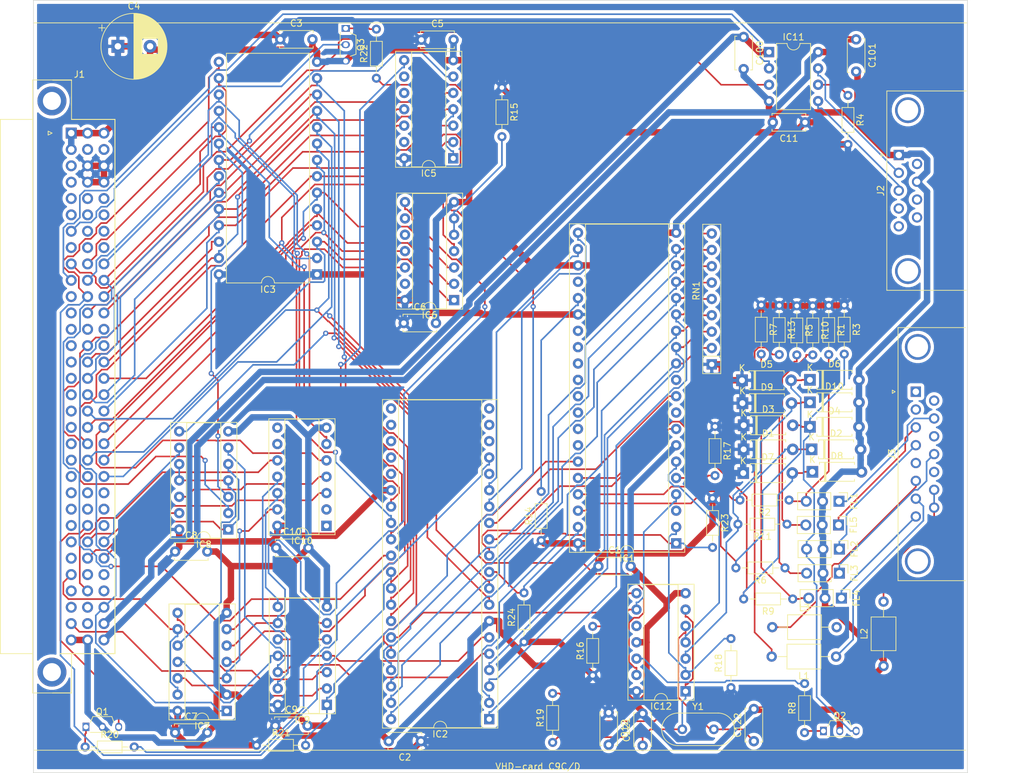
<source format=kicad_pcb>
(kicad_pcb (version 20171130) (host pcbnew "(5.1.5)-3")
  (layers (0 F.Cu signal) (31 B.Cu signal) (34 B.Paste user) (35 F.Paste user) (36 B.SilkS user) (37 F.SilkS user) (38 B.Mask user) (39 F.Mask user) (44 Edge.Cuts user))
  (net 0 "")
  (net 1 "Net-(D10-Pad1)")
  (net 2 RESET_)
  (net 3 CLK)
  (net 4 A2)
  (net 5 C14)
  (net 6 T1_PC7)
  (net 7 "Net-(D5-Pad2)")
  (net 8 "Net-(D1-Pad2)")
  (net 9 "Net-(D7-Pad2)")
  (net 10 "Net-(IC10-Pad4)")
  (net 11 WR_PC4)
  (net 12 RD_PC6)
  (net 13 P2.1_PC1)
  (net 14 P2.0_PC0)
  (net 15 T0_PC5)
  (net 16 C16)
  (net 17 B17)
  (net 18 B16)
  (net 19 C15)
  (net 20 C17)
  (net 21 "Net-(IC5-Pad8)")
  (net 22 "Net-(IC6-Pad5)")
  (net 23 C12)
  (net 24 B13)
  (net 25 C13)
  (net 26 B14)
  (net 27 "Net-(IC6-Pad8)")
  (net 28 B15)
  (net 29 C6)
  (net 30 "Net-(IC7-Pad10)")
  (net 31 B19)
  (net 32 A5)
  (net 33 "Net-(IC10-Pad6)")
  (net 34 C3)
  (net 35 "Net-(IC9-Pad10)")
  (net 36 "Net-(IC9-Pad1)")
  (net 37 C21)
  (net 38 B21)
  (net 39 C22)
  (net 40 B22)
  (net 41 C23)
  (net 42 B23)
  (net 43 C11)
  (net 44 C24)
  (net 45 B12)
  (net 46 B24)
  (net 47 C18)
  (net 48 "Net-(Q1-Pad1)")
  (net 49 VHD4)
  (net 50 "Net-(Q2-Pad1)")
  (net 51 "Net-(Q3-Pad1)")
  (net 52 VHD10)
  (net 53 VHD12)
  (net 54 VHD8)
  (net 55 "Net-(IC1-Pad6)")
  (net 56 VHD3)
  (net 57 B4)
  (net 58 B7)
  (net 59 B6)
  (net 60 C7)
  (net 61 B18)
  (net 62 B8)
  (net 63 A23)
  (net 64 A24)
  (net 65 A26)
  (net 66 "Net-(D3-Pad2)")
  (net 67 "Net-(FL1-Pad3)")
  (net 68 "Net-(FL3-Pad3)")
  (net 69 "Net-(FL4-Pad3)")
  (net 70 "Net-(FL5-Pad3)")
  (net 71 VHD7)
  (net 72 "Net-(J3-Pad14)")
  (net 73 "Net-(J3-Pad7)")
  (net 74 "Net-(J3-Pad6)")
  (net 75 C2)
  (net 76 C1)
  (net 77 A1)
  (net 78 B29)
  (net 79 "Net-(IC1-Pad19)")
  (net 80 "Net-(IC1-Pad18)")
  (net 81 "Net-(IC1-Pad17)")
  (net 82 "Net-(IC1-Pad16)")
  (net 83 "Net-(IC1-Pad35)")
  (net 84 "Net-(IC1-Pad15)")
  (net 85 "Net-(IC1-Pad14)")
  (net 86 "Net-(IC1-Pad13)")
  (net 87 "Net-(IC1-Pad12)")
  (net 88 "Net-(IC1-Pad25)")
  (net 89 "Net-(IC1-Pad5)")
  (net 90 "Net-(IC2-Pad17)")
  (net 91 "Net-(IC2-Pad36)")
  (net 92 "Net-(IC12-Pad8)")
  (net 93 "Net-(IC2-Pad6)")
  (net 94 "Net-(IC2-Pad5)")
  (net 95 "Net-(IC3-Pad20)")
  (net 96 "Net-(IC7-Pad6)")
  (net 97 "Net-(IC7-Pad12)")
  (net 98 "Net-(IC7-Pad8)")
  (net 99 "Net-(IC10-Pad11)")
  (net 100 "Net-(IC10-Pad12)")
  (net 101 "Net-(IC12-Pad12)")
  (net 102 "Net-(C122-Pad1)")
  (net 103 "Net-(C121-Pad1)")
  (net 104 S2)
  (net 105 "Net-(IC11-Pad6)")
  (net 106 S3)
  (module Resistor_THT:R_Axial_DIN0204_L3.6mm_D1.6mm_P7.62mm_Horizontal (layer F.Cu) (at 171.45 44.7675 270)
    (fp_text reference R4 (at 3.81 -1.92 90) (layer F.SilkS))
    (fp_text value 10K)
    (pad 2 thru_hole oval (at 7.62 0 270) (size 1.4 1.4) (drill 0.7) (layers *.Cu *.Mask) (net 78 B29))
    (pad 1 thru_hole circle (at 0 0 270) (size 1.4 1.4) (drill 0.7) (layers *.Cu *.Mask) (net 105 "Net-(IC11-Pad6)"))
  )
  (module Package_TO_SOT_THT:TO-92S_Wide (layer F.Cu) (at 93.472 34.3535 270)
    (fp_text reference Q3 (at 2.54 -2.35 90) (layer F.SilkS))
    (fp_text value "PNP (B641)")
    (pad 1 thru_hole rect (at 0 0 90) (size 1.05 1.3) (drill 0.75) (layers *.Cu *.Mask) (net 51 "Net-(Q3-Pad1)"))
    (pad 3 thru_hole oval (at 5.08 0 90) (size 1.05 1.3) (drill 0.75) (layers *.Cu *.Mask) (net 77 A1))
    (pad 2 thru_hole oval (at 2.54 0 90) (size 1.05 1.3) (drill 0.75) (layers *.Cu *.Mask) (net 65 A26))
  )
  (module Package_TO_SOT_THT:TO-92S_Wide (layer F.Cu) (at 167.64 143.51)
    (fp_text reference Q2 (at 2.54 -2.35) (layer F.SilkS))
    (fp_text value "NPN (D637)")
    (pad 1 thru_hole rect (at 0 0 180) (size 1.05 1.3) (drill 0.75) (layers *.Cu *.Mask) (net 50 "Net-(Q2-Pad1)"))
    (pad 3 thru_hole oval (at 5.08 0 180) (size 1.05 1.3) (drill 0.75) (layers *.Cu *.Mask) (net 66 "Net-(D3-Pad2)"))
    (pad 2 thru_hole oval (at 2.54 0 180) (size 1.05 1.3) (drill 0.75) (layers *.Cu *.Mask) (net 77 A1))
  )
  (module Package_TO_SOT_THT:TO-92S_Wide (layer F.Cu) (at 53.1495 142.875)
    (fp_text reference Q1 (at 2.54 -2.35) (layer F.SilkS))
    (fp_text value "NPN (D637)")
    (pad 1 thru_hole rect (at 0 0 180) (size 1.05 1.3) (drill 0.75) (layers *.Cu *.Mask) (net 48 "Net-(Q1-Pad1)"))
    (pad 3 thru_hole oval (at 5.08 0 180) (size 1.05 1.3) (drill 0.75) (layers *.Cu *.Mask) (net 62 B8))
    (pad 2 thru_hole oval (at 2.54 0 180) (size 1.05 1.3) (drill 0.75) (layers *.Cu *.Mask) (net 77 A1))
  )
  (module Connector_Dsub:DSUB-9_Female_Horizontal_P2.77x2.84mm_EdgePinOffset7.70mm_Housed_MountingHolesOffset9.12mm (layer F.Cu) (at 179.341 54.029 90)
    (fp_text reference J2 (at -5.54 -2.8 90) (layer F.SilkS))
    (fp_text value DB9_Female)
    (pad 0 thru_hole circle (at 6.96 1.42 90) (size 4 4) (drill 3.2) (layers *.Cu *.Mask))
    (pad 0 thru_hole circle (at -18.04 1.42 90) (size 4 4) (drill 3.2) (layers *.Cu *.Mask))
    (pad 9 thru_hole circle (at -9.695 2.84 90) (size 1.6 1.6) (drill 1) (layers *.Cu *.Mask))
    (pad 8 thru_hole circle (at -6.925 2.84 90) (size 1.6 1.6) (drill 1) (layers *.Cu *.Mask))
    (pad 7 thru_hole circle (at -4.155 2.84 90) (size 1.6 1.6) (drill 1) (layers *.Cu *.Mask) (net 77 A1))
    (pad 6 thru_hole circle (at -1.385 2.84 90) (size 1.6 1.6) (drill 1) (layers *.Cu *.Mask))
    (pad 5 thru_hole circle (at -11.08 0 90) (size 1.6 1.6) (drill 1) (layers *.Cu *.Mask))
    (pad 4 thru_hole circle (at -8.31 0 90) (size 1.6 1.6) (drill 1) (layers *.Cu *.Mask))
    (pad 3 thru_hole circle (at -5.54 0 90) (size 1.6 1.6) (drill 1) (layers *.Cu *.Mask) (net 106 S3))
    (pad 2 thru_hole circle (at -2.77 0 90) (size 1.6 1.6) (drill 1) (layers *.Cu *.Mask) (net 104 S2))
    (pad 1 thru_hole rect (at 0 0 90) (size 1.6 1.6) (drill 1) (layers *.Cu *.Mask) (net 77 A1))
  )
  (module Package_DIP:DIP-8_W7.62mm (layer F.Cu) (at 159.194 38.0365)
    (fp_text reference IC11 (at 3.81 -2.33) (layer F.SilkS))
    (fp_text value SN751701P)
    (pad 8 thru_hole oval (at 7.62 0) (size 1.6 1.6) (drill 0.8) (layers *.Cu *.Mask) (net 76 C1))
    (pad 4 thru_hole oval (at 0 7.62) (size 1.6 1.6) (drill 0.8) (layers *.Cu *.Mask) (net 77 A1))
    (pad 7 thru_hole oval (at 7.62 2.54) (size 1.6 1.6) (drill 0.8) (layers *.Cu *.Mask) (net 104 S2))
    (pad 3 thru_hole oval (at 0 5.08) (size 1.6 1.6) (drill 0.8) (layers *.Cu *.Mask) (net 64 A24))
    (pad 6 thru_hole oval (at 7.62 5.08) (size 1.6 1.6) (drill 0.8) (layers *.Cu *.Mask) (net 105 "Net-(IC11-Pad6)"))
    (pad 2 thru_hole oval (at 0 2.54) (size 1.6 1.6) (drill 0.8) (layers *.Cu *.Mask) (net 63 A23))
    (pad 5 thru_hole oval (at 7.62 7.62) (size 1.6 1.6) (drill 0.8) (layers *.Cu *.Mask) (net 106 S3))
    (pad 1 thru_hole rect (at 0 0) (size 1.6 1.6) (drill 0.8) (layers *.Cu *.Mask) (net 75 C2))
  )
  (module Capacitor_THT:C_Disc_D5.0mm_W2.5mm_P5.00mm (layer F.Cu) (at 172.72 36.068 270)
    (fp_text reference C101 (at 2.5 -2.5 90) (layer F.SilkS))
    (fp_text value 100nF)
    (pad 2 thru_hole circle (at 5 0 270) (size 1.6 1.6) (drill 0.8) (layers *.Cu *.Mask) (net 77 A1))
    (pad 1 thru_hole circle (at 0 0 270) (size 1.6 1.6) (drill 0.8) (layers *.Cu *.Mask) (net 76 C1))
  )
  (module Capacitor_THT:C_Disc_D5.0mm_W2.5mm_P5.00mm (layer F.Cu) (at 155.258 35.687 270)
    (fp_text reference C100 (at 2.5 -2.5 90) (layer F.SilkS))
    (fp_text value 100nF)
    (pad 2 thru_hole circle (at 5 0 270) (size 1.6 1.6) (drill 0.8) (layers *.Cu *.Mask) (net 77 A1))
    (pad 1 thru_hole circle (at 0 0 270) (size 1.6 1.6) (drill 0.8) (layers *.Cu *.Mask) (net 75 C2))
  )
  (module Capacitor_THT:C_Disc_D5.0mm_W2.5mm_P5.00mm (layer F.Cu) (at 164.782 48.9585 180)
    (fp_text reference C11 (at 2.5 -2.5) (layer F.SilkS))
    (fp_text value 100nF)
    (pad 2 thru_hole circle (at 5 0 180) (size 1.6 1.6) (drill 0.8) (layers *.Cu *.Mask) (net 77 A1))
    (pad 1 thru_hole circle (at 0 0 180) (size 1.6 1.6) (drill 0.8) (layers *.Cu *.Mask) (net 78 B29))
  )
  (module Capacitor_THT:C_Disc_D5.0mm_W2.5mm_P5.00mm (layer F.Cu) (at 83.312 36.068)
    (fp_text reference C3 (at 2.5 -2.5) (layer F.SilkS))
    (fp_text value 100nF)
    (pad 2 thru_hole circle (at 5 0) (size 1.6 1.6) (drill 0.8) (layers *.Cu *.Mask) (net 77 A1))
    (pad 1 thru_hole circle (at 0 0) (size 1.6 1.6) (drill 0.8) (layers *.Cu *.Mask) (net 78 B29))
  )
  (module Capacitor_THT:C_Disc_D5.0mm_W2.5mm_P5.00mm (layer F.Cu) (at 105.156 145.098 180)
    (fp_text reference C2 (at 2.5 -2.5) (layer F.SilkS))
    (fp_text value 100nF)
    (pad 2 thru_hole circle (at 5 0 180) (size 1.6 1.6) (drill 0.8) (layers *.Cu *.Mask) (net 77 A1))
    (pad 1 thru_hole circle (at 0 0 180) (size 1.6 1.6) (drill 0.8) (layers *.Cu *.Mask) (net 78 B29))
  )
  (module Capacitor_THT:C_Disc_D5.0mm_W2.5mm_P5.00mm (layer F.Cu) (at 132.715 117.92)
    (fp_text reference C1 (at 2.5 -2.5) (layer F.SilkS))
    (fp_text value 100nF)
    (pad 2 thru_hole circle (at 5 0) (size 1.6 1.6) (drill 0.8) (layers *.Cu *.Mask) (net 77 A1))
    (pad 1 thru_hole circle (at 0 0) (size 1.6 1.6) (drill 0.8) (layers *.Cu *.Mask) (net 78 B29))
  )
  (module Capacitor_THT:C_Disc_D5.0mm_W2.5mm_P5.00mm (layer F.Cu) (at 66.9925 143.764)
    (fp_text reference C7 (at 2.5 -2.5) (layer F.SilkS))
    (fp_text value 100nF)
    (pad 2 thru_hole circle (at 5 0) (size 1.6 1.6) (drill 0.8) (layers *.Cu *.Mask) (net 77 A1))
    (pad 1 thru_hole circle (at 0 0) (size 1.6 1.6) (drill 0.8) (layers *.Cu *.Mask) (net 78 B29))
  )
  (module Capacitor_THT:C_Disc_D5.0mm_W2.5mm_P5.00mm (layer F.Cu) (at 102.49 80.137)
    (fp_text reference C6 (at 2.5 -2.5) (layer F.SilkS))
    (fp_text value 100nF)
    (pad 2 thru_hole circle (at 5 0) (size 1.6 1.6) (drill 0.8) (layers *.Cu *.Mask) (net 77 A1))
    (pad 1 thru_hole circle (at 0 0) (size 1.6 1.6) (drill 0.8) (layers *.Cu *.Mask) (net 78 B29))
  )
  (module Package_DIP:DIP-14_W7.62mm_Socket (layer F.Cu) (at 146.24 137.35 180)
    (fp_text reference IC12 (at 3.81 -2.33) (layer F.SilkS))
    (fp_text value 74H004P)
    (pad 14 thru_hole oval (at 7.62 0 180) (size 1.6 1.6) (drill 0.8) (layers *.Cu *.Mask) (net 78 B29))
    (pad 7 thru_hole oval (at 0 15.24 180) (size 1.6 1.6) (drill 0.8) (layers *.Cu *.Mask) (net 77 A1))
    (pad 13 thru_hole oval (at 7.62 2.54 180) (size 1.6 1.6) (drill 0.8) (layers *.Cu *.Mask) (net 83 "Net-(IC1-Pad35)"))
    (pad 6 thru_hole oval (at 0 12.7 180) (size 1.6 1.6) (drill 0.8) (layers *.Cu *.Mask) (net 103 "Net-(C121-Pad1)"))
    (pad 12 thru_hole oval (at 7.62 5.08 180) (size 1.6 1.6) (drill 0.8) (layers *.Cu *.Mask) (net 101 "Net-(IC12-Pad12)"))
    (pad 5 thru_hole oval (at 0 10.16 180) (size 1.6 1.6) (drill 0.8) (layers *.Cu *.Mask) (net 102 "Net-(C122-Pad1)"))
    (pad 11 thru_hole oval (at 7.62 7.62 180) (size 1.6 1.6) (drill 0.8) (layers *.Cu *.Mask) (net 77 A1))
    (pad 4 thru_hole oval (at 0 7.62 180) (size 1.6 1.6) (drill 0.8) (layers *.Cu *.Mask) (net 55 "Net-(IC1-Pad6)"))
    (pad 10 thru_hole oval (at 7.62 10.16 180) (size 1.6 1.6) (drill 0.8) (layers *.Cu *.Mask))
    (pad 3 thru_hole oval (at 0 5.08 180) (size 1.6 1.6) (drill 0.8) (layers *.Cu *.Mask) (net 1 "Net-(D10-Pad1)"))
    (pad 9 thru_hole oval (at 7.62 12.7 180) (size 1.6 1.6) (drill 0.8) (layers *.Cu *.Mask) (net 2 RESET_))
    (pad 2 thru_hole oval (at 0 2.54 180) (size 1.6 1.6) (drill 0.8) (layers *.Cu *.Mask) (net 3 CLK))
    (pad 8 thru_hole oval (at 7.62 15.24 180) (size 1.6 1.6) (drill 0.8) (layers *.Cu *.Mask) (net 92 "Net-(IC12-Pad8)"))
    (pad 1 thru_hole rect (at 0 0 180) (size 1.6 1.6) (drill 0.8) (layers *.Cu *.Mask) (net 103 "Net-(C121-Pad1)"))
  )
  (module Package_DIP:DIP-14_W7.62mm_Socket (layer F.Cu) (at 90.4875 111.633 180)
    (fp_text reference IC10 (at 3.81 -2.33) (layer F.SilkS))
    (fp_text value 74LS04)
    (pad 14 thru_hole oval (at 7.62 0 180) (size 1.6 1.6) (drill 0.8) (layers *.Cu *.Mask) (net 78 B29))
    (pad 7 thru_hole oval (at 0 15.24 180) (size 1.6 1.6) (drill 0.8) (layers *.Cu *.Mask) (net 77 A1))
    (pad 13 thru_hole oval (at 7.62 2.54 180) (size 1.6 1.6) (drill 0.8) (layers *.Cu *.Mask) (net 4 A2))
    (pad 6 thru_hole oval (at 0 12.7 180) (size 1.6 1.6) (drill 0.8) (layers *.Cu *.Mask) (net 33 "Net-(IC10-Pad6)"))
    (pad 12 thru_hole oval (at 7.62 5.08 180) (size 1.6 1.6) (drill 0.8) (layers *.Cu *.Mask) (net 100 "Net-(IC10-Pad12)"))
    (pad 5 thru_hole oval (at 0 10.16 180) (size 1.6 1.6) (drill 0.8) (layers *.Cu *.Mask) (net 5 C14))
    (pad 11 thru_hole oval (at 7.62 7.62 180) (size 1.6 1.6) (drill 0.8) (layers *.Cu *.Mask) (net 99 "Net-(IC10-Pad11)"))
    (pad 4 thru_hole oval (at 0 7.62 180) (size 1.6 1.6) (drill 0.8) (layers *.Cu *.Mask) (net 10 "Net-(IC10-Pad4)"))
    (pad 10 thru_hole oval (at 7.62 10.16 180) (size 1.6 1.6) (drill 0.8) (layers *.Cu *.Mask) (net 57 B4))
    (pad 3 thru_hole oval (at 0 5.08 180) (size 1.6 1.6) (drill 0.8) (layers *.Cu *.Mask) (net 58 B7))
    (pad 9 thru_hole oval (at 7.62 12.7 180) (size 1.6 1.6) (drill 0.8) (layers *.Cu *.Mask))
    (pad 2 thru_hole oval (at 0 2.54 180) (size 1.6 1.6) (drill 0.8) (layers *.Cu *.Mask))
    (pad 8 thru_hole oval (at 7.62 15.24 180) (size 1.6 1.6) (drill 0.8) (layers *.Cu *.Mask))
    (pad 1 thru_hole rect (at 0 0 180) (size 1.6 1.6) (drill 0.8) (layers *.Cu *.Mask))
  )
  (module Package_DIP:DIP-14_W7.62mm_Socket (layer F.Cu) (at 90.551 139.446 180)
    (fp_text reference IC9 (at 3.81 -2.33) (layer F.SilkS))
    (fp_text value 74LS02)
    (pad 14 thru_hole oval (at 7.62 0 180) (size 1.6 1.6) (drill 0.8) (layers *.Cu *.Mask) (net 78 B29))
    (pad 7 thru_hole oval (at 0 15.24 180) (size 1.6 1.6) (drill 0.8) (layers *.Cu *.Mask) (net 77 A1))
    (pad 13 thru_hole oval (at 7.62 2.54 180) (size 1.6 1.6) (drill 0.8) (layers *.Cu *.Mask) (net 99 "Net-(IC10-Pad11)"))
    (pad 6 thru_hole oval (at 0 12.7 180) (size 1.6 1.6) (drill 0.8) (layers *.Cu *.Mask) (net 96 "Net-(IC7-Pad6)"))
    (pad 12 thru_hole oval (at 7.62 5.08 180) (size 1.6 1.6) (drill 0.8) (layers *.Cu *.Mask) (net 94 "Net-(IC2-Pad5)"))
    (pad 5 thru_hole oval (at 0 10.16 180) (size 1.6 1.6) (drill 0.8) (layers *.Cu *.Mask) (net 35 "Net-(IC9-Pad10)"))
    (pad 11 thru_hole oval (at 7.62 7.62 180) (size 1.6 1.6) (drill 0.8) (layers *.Cu *.Mask) (net 93 "Net-(IC2-Pad6)"))
    (pad 4 thru_hole oval (at 0 7.62 180) (size 1.6 1.6) (drill 0.8) (layers *.Cu *.Mask) (net 93 "Net-(IC2-Pad6)"))
    (pad 10 thru_hole oval (at 7.62 10.16 180) (size 1.6 1.6) (drill 0.8) (layers *.Cu *.Mask) (net 35 "Net-(IC9-Pad10)"))
    (pad 3 thru_hole oval (at 0 5.08 180) (size 1.6 1.6) (drill 0.8) (layers *.Cu *.Mask) (net 98 "Net-(IC7-Pad8)"))
    (pad 9 thru_hole oval (at 7.62 12.7 180) (size 1.6 1.6) (drill 0.8) (layers *.Cu *.Mask) (net 27 "Net-(IC6-Pad8)"))
    (pad 2 thru_hole oval (at 0 2.54 180) (size 1.6 1.6) (drill 0.8) (layers *.Cu *.Mask) (net 97 "Net-(IC7-Pad12)"))
    (pad 8 thru_hole oval (at 7.62 15.24 180) (size 1.6 1.6) (drill 0.8) (layers *.Cu *.Mask) (net 100 "Net-(IC10-Pad12)"))
    (pad 1 thru_hole rect (at 0 0 180) (size 1.6 1.6) (drill 0.8) (layers *.Cu *.Mask) (net 36 "Net-(IC9-Pad1)"))
  )
  (module Package_DIP:DIP-14_W7.62mm_Socket (layer F.Cu) (at 75.2475 112.204 180)
    (fp_text reference IC8 (at 3.81 -2.33) (layer F.SilkS))
    (fp_text value 74LS32)
    (pad 14 thru_hole oval (at 7.62 0 180) (size 1.6 1.6) (drill 0.8) (layers *.Cu *.Mask) (net 78 B29))
    (pad 7 thru_hole oval (at 0 15.24 180) (size 1.6 1.6) (drill 0.8) (layers *.Cu *.Mask) (net 77 A1))
    (pad 13 thru_hole oval (at 7.62 2.54 180) (size 1.6 1.6) (drill 0.8) (layers *.Cu *.Mask) (net 59 B6))
    (pad 6 thru_hole oval (at 0 12.7 180) (size 1.6 1.6) (drill 0.8) (layers *.Cu *.Mask) (net 94 "Net-(IC2-Pad5)"))
    (pad 12 thru_hole oval (at 7.62 5.08 180) (size 1.6 1.6) (drill 0.8) (layers *.Cu *.Mask) (net 10 "Net-(IC10-Pad4)"))
    (pad 5 thru_hole oval (at 0 10.16 180) (size 1.6 1.6) (drill 0.8) (layers *.Cu *.Mask) (net 29 C6))
    (pad 11 thru_hole oval (at 7.62 7.62 180) (size 1.6 1.6) (drill 0.8) (layers *.Cu *.Mask) (net 30 "Net-(IC7-Pad10)"))
    (pad 4 thru_hole oval (at 0 7.62 180) (size 1.6 1.6) (drill 0.8) (layers *.Cu *.Mask) (net 30 "Net-(IC7-Pad10)"))
    (pad 10 thru_hole oval (at 7.62 10.16 180) (size 1.6 1.6) (drill 0.8) (layers *.Cu *.Mask) (net 30 "Net-(IC7-Pad10)"))
    (pad 3 thru_hole oval (at 0 5.08 180) (size 1.6 1.6) (drill 0.8) (layers *.Cu *.Mask) (net 95 "Net-(IC3-Pad20)"))
    (pad 9 thru_hole oval (at 7.62 12.7 180) (size 1.6 1.6) (drill 0.8) (layers *.Cu *.Mask) (net 60 C7))
    (pad 2 thru_hole oval (at 0 2.54 180) (size 1.6 1.6) (drill 0.8) (layers *.Cu *.Mask) (net 31 B19))
    (pad 8 thru_hole oval (at 7.62 15.24 180) (size 1.6 1.6) (drill 0.8) (layers *.Cu *.Mask) (net 91 "Net-(IC2-Pad36)"))
    (pad 1 thru_hole rect (at 0 0 180) (size 1.6 1.6) (drill 0.8) (layers *.Cu *.Mask) (net 29 C6))
  )
  (module Package_DIP:DIP-14_W7.62mm_Socket (layer F.Cu) (at 74.9935 140.398 180)
    (fp_text reference IC7 (at 3.81 -2.33) (layer F.SilkS))
    (fp_text value 74LS27)
    (pad 14 thru_hole oval (at 7.62 0 180) (size 1.6 1.6) (drill 0.8) (layers *.Cu *.Mask) (net 78 B29))
    (pad 7 thru_hole oval (at 0 15.24 180) (size 1.6 1.6) (drill 0.8) (layers *.Cu *.Mask) (net 77 A1))
    (pad 13 thru_hole oval (at 7.62 2.54 180) (size 1.6 1.6) (drill 0.8) (layers *.Cu *.Mask) (net 32 A5))
    (pad 6 thru_hole oval (at 0 12.7 180) (size 1.6 1.6) (drill 0.8) (layers *.Cu *.Mask) (net 96 "Net-(IC7-Pad6)"))
    (pad 12 thru_hole oval (at 7.62 5.08 180) (size 1.6 1.6) (drill 0.8) (layers *.Cu *.Mask) (net 97 "Net-(IC7-Pad12)"))
    (pad 5 thru_hole oval (at 0 10.16 180) (size 1.6 1.6) (drill 0.8) (layers *.Cu *.Mask) (net 27 "Net-(IC6-Pad8)"))
    (pad 11 thru_hole oval (at 7.62 7.62 180) (size 1.6 1.6) (drill 0.8) (layers *.Cu *.Mask) (net 93 "Net-(IC2-Pad6)"))
    (pad 4 thru_hole oval (at 0 7.62 180) (size 1.6 1.6) (drill 0.8) (layers *.Cu *.Mask) (net 21 "Net-(IC5-Pad8)"))
    (pad 10 thru_hole oval (at 7.62 10.16 180) (size 1.6 1.6) (drill 0.8) (layers *.Cu *.Mask) (net 30 "Net-(IC7-Pad10)"))
    (pad 3 thru_hole oval (at 0 5.08 180) (size 1.6 1.6) (drill 0.8) (layers *.Cu *.Mask) (net 4 A2))
    (pad 9 thru_hole oval (at 7.62 12.7 180) (size 1.6 1.6) (drill 0.8) (layers *.Cu *.Mask) (net 32 A5))
    (pad 2 thru_hole oval (at 0 2.54 180) (size 1.6 1.6) (drill 0.8) (layers *.Cu *.Mask) (net 77 A1))
    (pad 8 thru_hole oval (at 7.62 15.24 180) (size 1.6 1.6) (drill 0.8) (layers *.Cu *.Mask) (net 98 "Net-(IC7-Pad8)"))
    (pad 1 thru_hole rect (at 0 0 180) (size 1.6 1.6) (drill 0.8) (layers *.Cu *.Mask) (net 34 C3))
  )
  (module Package_DIP:DIP-14_W7.62mm_Socket (layer F.Cu) (at 110.3 76.581 180)
    (fp_text reference IC6 (at 3.81 -2.33) (layer F.SilkS))
    (fp_text value 74LS30)
    (pad 14 thru_hole oval (at 7.62 0 180) (size 1.6 1.6) (drill 0.8) (layers *.Cu *.Mask) (net 78 B29))
    (pad 7 thru_hole oval (at 0 15.24 180) (size 1.6 1.6) (drill 0.8) (layers *.Cu *.Mask) (net 77 A1))
    (pad 13 thru_hole oval (at 7.62 2.54 180) (size 1.6 1.6) (drill 0.8) (layers *.Cu *.Mask))
    (pad 6 thru_hole oval (at 0 12.7 180) (size 1.6 1.6) (drill 0.8) (layers *.Cu *.Mask) (net 22 "Net-(IC6-Pad5)"))
    (pad 12 thru_hole oval (at 7.62 5.08 180) (size 1.6 1.6) (drill 0.8) (layers *.Cu *.Mask) (net 33 "Net-(IC10-Pad6)"))
    (pad 5 thru_hole oval (at 0 10.16 180) (size 1.6 1.6) (drill 0.8) (layers *.Cu *.Mask) (net 22 "Net-(IC6-Pad5)"))
    (pad 11 thru_hole oval (at 7.62 7.62 180) (size 1.6 1.6) (drill 0.8) (layers *.Cu *.Mask) (net 23 C12))
    (pad 4 thru_hole oval (at 0 7.62 180) (size 1.6 1.6) (drill 0.8) (layers *.Cu *.Mask) (net 24 B13))
    (pad 10 thru_hole oval (at 7.62 10.16 180) (size 1.6 1.6) (drill 0.8) (layers *.Cu *.Mask))
    (pad 3 thru_hole oval (at 0 5.08 180) (size 1.6 1.6) (drill 0.8) (layers *.Cu *.Mask) (net 25 C13))
    (pad 9 thru_hole oval (at 7.62 12.7 180) (size 1.6 1.6) (drill 0.8) (layers *.Cu *.Mask))
    (pad 2 thru_hole oval (at 0 2.54 180) (size 1.6 1.6) (drill 0.8) (layers *.Cu *.Mask) (net 26 B14))
    (pad 8 thru_hole oval (at 7.62 15.24 180) (size 1.6 1.6) (drill 0.8) (layers *.Cu *.Mask) (net 27 "Net-(IC6-Pad8)"))
    (pad 1 thru_hole rect (at 0 0 180) (size 1.6 1.6) (drill 0.8) (layers *.Cu *.Mask) (net 28 B15))
  )
  (module Package_DIP:DIP-14_W7.62mm_Socket (layer F.Cu) (at 110.172 54.5465 180)
    (fp_text reference IC5 (at 3.81 -2.33) (layer F.SilkS))
    (fp_text value 74LS30)
    (pad 14 thru_hole oval (at 7.62 0 180) (size 1.6 1.6) (drill 0.8) (layers *.Cu *.Mask) (net 78 B29))
    (pad 7 thru_hole oval (at 0 15.24 180) (size 1.6 1.6) (drill 0.8) (layers *.Cu *.Mask) (net 77 A1))
    (pad 13 thru_hole oval (at 7.62 2.54 180) (size 1.6 1.6) (drill 0.8) (layers *.Cu *.Mask))
    (pad 6 thru_hole oval (at 0 12.7 180) (size 1.6 1.6) (drill 0.8) (layers *.Cu *.Mask) (net 16 C16))
    (pad 12 thru_hole oval (at 7.62 5.08 180) (size 1.6 1.6) (drill 0.8) (layers *.Cu *.Mask) (net 31 B19))
    (pad 5 thru_hole oval (at 0 10.16 180) (size 1.6 1.6) (drill 0.8) (layers *.Cu *.Mask) (net 17 B17))
    (pad 11 thru_hole oval (at 7.62 7.62 180) (size 1.6 1.6) (drill 0.8) (layers *.Cu *.Mask) (net 47 C18))
    (pad 4 thru_hole oval (at 0 7.62 180) (size 1.6 1.6) (drill 0.8) (layers *.Cu *.Mask) (net 18 B16))
    (pad 10 thru_hole oval (at 7.62 10.16 180) (size 1.6 1.6) (drill 0.8) (layers *.Cu *.Mask))
    (pad 3 thru_hole oval (at 0 5.08 180) (size 1.6 1.6) (drill 0.8) (layers *.Cu *.Mask) (net 19 C15))
    (pad 9 thru_hole oval (at 7.62 12.7 180) (size 1.6 1.6) (drill 0.8) (layers *.Cu *.Mask))
    (pad 2 thru_hole oval (at 0 2.54 180) (size 1.6 1.6) (drill 0.8) (layers *.Cu *.Mask) (net 20 C17))
    (pad 8 thru_hole oval (at 7.62 15.24 180) (size 1.6 1.6) (drill 0.8) (layers *.Cu *.Mask) (net 21 "Net-(IC5-Pad8)"))
    (pad 1 thru_hole rect (at 0 0 180) (size 1.6 1.6) (drill 0.8) (layers *.Cu *.Mask) (net 18 B16))
  )
  (module Package_DIP:DIP-28_W15.24mm (layer F.Cu) (at 89.027 72.5805 180)
    (fp_text reference IC3 (at 7.62 -2.33) (layer F.SilkS))
    (fp_text value 27C256)
    (pad 28 thru_hole oval (at 15.24 0 180) (size 1.6 1.6) (drill 0.8) (layers *.Cu *.Mask) (net 78 B29))
    (pad 14 thru_hole oval (at 0 33.02 180) (size 1.6 1.6) (drill 0.8) (layers *.Cu *.Mask) (net 77 A1))
    (pad 27 thru_hole oval (at 15.24 2.54 180) (size 1.6 1.6) (drill 0.8) (layers *.Cu *.Mask) (net 47 C18))
    (pad 13 thru_hole oval (at 0 30.48 180) (size 1.6 1.6) (drill 0.8) (layers *.Cu *.Mask) (net 39 C22))
    (pad 26 thru_hole oval (at 15.24 5.08 180) (size 1.6 1.6) (drill 0.8) (layers *.Cu *.Mask) (net 61 B18))
    (pad 12 thru_hole oval (at 0 27.94 180) (size 1.6 1.6) (drill 0.8) (layers *.Cu *.Mask) (net 38 B21))
    (pad 25 thru_hole oval (at 15.24 7.62 180) (size 1.6 1.6) (drill 0.8) (layers *.Cu *.Mask) (net 19 C15))
    (pad 11 thru_hole oval (at 0 25.4 180) (size 1.6 1.6) (drill 0.8) (layers *.Cu *.Mask) (net 37 C21))
    (pad 24 thru_hole oval (at 15.24 10.16 180) (size 1.6 1.6) (drill 0.8) (layers *.Cu *.Mask) (net 18 B16))
    (pad 10 thru_hole oval (at 0 22.86 180) (size 1.6 1.6) (drill 0.8) (layers *.Cu *.Mask) (net 43 C11))
    (pad 23 thru_hole oval (at 15.24 12.7 180) (size 1.6 1.6) (drill 0.8) (layers *.Cu *.Mask) (net 17 B17))
    (pad 9 thru_hole oval (at 0 20.32 180) (size 1.6 1.6) (drill 0.8) (layers *.Cu *.Mask) (net 45 B12))
    (pad 22 thru_hole oval (at 15.24 15.24 180) (size 1.6 1.6) (drill 0.8) (layers *.Cu *.Mask) (net 34 C3))
    (pad 8 thru_hole oval (at 0 17.78 180) (size 1.6 1.6) (drill 0.8) (layers *.Cu *.Mask) (net 23 C12))
    (pad 21 thru_hole oval (at 15.24 17.78 180) (size 1.6 1.6) (drill 0.8) (layers *.Cu *.Mask) (net 16 C16))
    (pad 7 thru_hole oval (at 0 15.24 180) (size 1.6 1.6) (drill 0.8) (layers *.Cu *.Mask) (net 24 B13))
    (pad 20 thru_hole oval (at 15.24 20.32 180) (size 1.6 1.6) (drill 0.8) (layers *.Cu *.Mask) (net 95 "Net-(IC3-Pad20)"))
    (pad 6 thru_hole oval (at 0 12.7 180) (size 1.6 1.6) (drill 0.8) (layers *.Cu *.Mask) (net 25 C13))
    (pad 19 thru_hole oval (at 15.24 22.86 180) (size 1.6 1.6) (drill 0.8) (layers *.Cu *.Mask) (net 46 B24))
    (pad 5 thru_hole oval (at 0 10.16 180) (size 1.6 1.6) (drill 0.8) (layers *.Cu *.Mask) (net 26 B14))
    (pad 18 thru_hole oval (at 15.24 25.4 180) (size 1.6 1.6) (drill 0.8) (layers *.Cu *.Mask) (net 44 C24))
    (pad 4 thru_hole oval (at 0 7.62 180) (size 1.6 1.6) (drill 0.8) (layers *.Cu *.Mask) (net 5 C14))
    (pad 17 thru_hole oval (at 15.24 27.94 180) (size 1.6 1.6) (drill 0.8) (layers *.Cu *.Mask) (net 42 B23))
    (pad 3 thru_hole oval (at 0 5.08 180) (size 1.6 1.6) (drill 0.8) (layers *.Cu *.Mask) (net 28 B15))
    (pad 16 thru_hole oval (at 15.24 30.48 180) (size 1.6 1.6) (drill 0.8) (layers *.Cu *.Mask) (net 41 C23))
    (pad 2 thru_hole oval (at 0 2.54 180) (size 1.6 1.6) (drill 0.8) (layers *.Cu *.Mask) (net 20 C17))
    (pad 15 thru_hole oval (at 15.24 33.02 180) (size 1.6 1.6) (drill 0.8) (layers *.Cu *.Mask) (net 40 B22))
    (pad 1 thru_hole rect (at 0 0 180) (size 1.6 1.6) (drill 0.8) (layers *.Cu *.Mask) (net 78 B29))
  )
  (module Package_DIP:DIP-40_W15.24mm_Socket (layer F.Cu) (at 115.76 141.668 180)
    (fp_text reference IC2 (at 7.62 -2.33) (layer F.SilkS))
    (fp_text value 8255A)
    (pad 40 thru_hole oval (at 15.24 0 180) (size 1.6 1.6) (drill 0.8) (layers *.Cu *.Mask) (net 82 "Net-(IC1-Pad16)"))
    (pad 20 thru_hole oval (at 0 48.26 180) (size 1.6 1.6) (drill 0.8) (layers *.Cu *.Mask))
    (pad 39 thru_hole oval (at 15.24 2.54 180) (size 1.6 1.6) (drill 0.8) (layers *.Cu *.Mask) (net 81 "Net-(IC1-Pad17)"))
    (pad 19 thru_hole oval (at 0 45.72 180) (size 1.6 1.6) (drill 0.8) (layers *.Cu *.Mask))
    (pad 38 thru_hole oval (at 15.24 5.08 180) (size 1.6 1.6) (drill 0.8) (layers *.Cu *.Mask) (net 80 "Net-(IC1-Pad18)"))
    (pad 18 thru_hole oval (at 0 43.18 180) (size 1.6 1.6) (drill 0.8) (layers *.Cu *.Mask))
    (pad 37 thru_hole oval (at 15.24 7.62 180) (size 1.6 1.6) (drill 0.8) (layers *.Cu *.Mask) (net 79 "Net-(IC1-Pad19)"))
    (pad 17 thru_hole oval (at 0 40.64 180) (size 1.6 1.6) (drill 0.8) (layers *.Cu *.Mask) (net 90 "Net-(IC2-Pad17)"))
    (pad 36 thru_hole oval (at 15.24 10.16 180) (size 1.6 1.6) (drill 0.8) (layers *.Cu *.Mask) (net 91 "Net-(IC2-Pad36)"))
    (pad 16 thru_hole oval (at 0 38.1 180) (size 1.6 1.6) (drill 0.8) (layers *.Cu *.Mask))
    (pad 35 thru_hole oval (at 15.24 12.7 180) (size 1.6 1.6) (drill 0.8) (layers *.Cu *.Mask) (net 92 "Net-(IC12-Pad8)"))
    (pad 15 thru_hole oval (at 0 35.56 180) (size 1.6 1.6) (drill 0.8) (layers *.Cu *.Mask) (net 13 P2.1_PC1))
    (pad 34 thru_hole oval (at 15.24 15.24 180) (size 1.6 1.6) (drill 0.8) (layers *.Cu *.Mask) (net 37 C21))
    (pad 14 thru_hole oval (at 0 33.02 180) (size 1.6 1.6) (drill 0.8) (layers *.Cu *.Mask) (net 14 P2.0_PC0))
    (pad 33 thru_hole oval (at 15.24 17.78 180) (size 1.6 1.6) (drill 0.8) (layers *.Cu *.Mask) (net 38 B21))
    (pad 13 thru_hole oval (at 0 30.48 180) (size 1.6 1.6) (drill 0.8) (layers *.Cu *.Mask) (net 11 WR_PC4))
    (pad 32 thru_hole oval (at 15.24 20.32 180) (size 1.6 1.6) (drill 0.8) (layers *.Cu *.Mask) (net 39 C22))
    (pad 12 thru_hole oval (at 0 27.94 180) (size 1.6 1.6) (drill 0.8) (layers *.Cu *.Mask) (net 15 T0_PC5))
    (pad 31 thru_hole oval (at 15.24 22.86 180) (size 1.6 1.6) (drill 0.8) (layers *.Cu *.Mask) (net 40 B22))
    (pad 11 thru_hole oval (at 0 25.4 180) (size 1.6 1.6) (drill 0.8) (layers *.Cu *.Mask) (net 12 RD_PC6))
    (pad 30 thru_hole oval (at 15.24 25.4 180) (size 1.6 1.6) (drill 0.8) (layers *.Cu *.Mask) (net 41 C23))
    (pad 10 thru_hole oval (at 0 22.86 180) (size 1.6 1.6) (drill 0.8) (layers *.Cu *.Mask) (net 6 T1_PC7))
    (pad 29 thru_hole oval (at 15.24 27.94 180) (size 1.6 1.6) (drill 0.8) (layers *.Cu *.Mask) (net 42 B23))
    (pad 9 thru_hole oval (at 0 20.32 180) (size 1.6 1.6) (drill 0.8) (layers *.Cu *.Mask) (net 43 C11))
    (pad 28 thru_hole oval (at 15.24 30.48 180) (size 1.6 1.6) (drill 0.8) (layers *.Cu *.Mask) (net 44 C24))
    (pad 8 thru_hole oval (at 0 17.78 180) (size 1.6 1.6) (drill 0.8) (layers *.Cu *.Mask) (net 45 B12))
    (pad 27 thru_hole oval (at 15.24 33.02 180) (size 1.6 1.6) (drill 0.8) (layers *.Cu *.Mask) (net 46 B24))
    (pad 7 thru_hole oval (at 0 15.24 180) (size 1.6 1.6) (drill 0.8) (layers *.Cu *.Mask) (net 77 A1))
    (pad 26 thru_hole oval (at 15.24 35.56 180) (size 1.6 1.6) (drill 0.8) (layers *.Cu *.Mask) (net 78 B29))
    (pad 6 thru_hole oval (at 0 12.7 180) (size 1.6 1.6) (drill 0.8) (layers *.Cu *.Mask) (net 93 "Net-(IC2-Pad6)"))
    (pad 25 thru_hole oval (at 15.24 38.1 180) (size 1.6 1.6) (drill 0.8) (layers *.Cu *.Mask))
    (pad 5 thru_hole oval (at 0 10.16 180) (size 1.6 1.6) (drill 0.8) (layers *.Cu *.Mask) (net 94 "Net-(IC2-Pad5)"))
    (pad 24 thru_hole oval (at 15.24 40.64 180) (size 1.6 1.6) (drill 0.8) (layers *.Cu *.Mask))
    (pad 4 thru_hole oval (at 0 7.62 180) (size 1.6 1.6) (drill 0.8) (layers *.Cu *.Mask) (net 87 "Net-(IC1-Pad12)"))
    (pad 23 thru_hole oval (at 15.24 43.18 180) (size 1.6 1.6) (drill 0.8) (layers *.Cu *.Mask))
    (pad 3 thru_hole oval (at 0 5.08 180) (size 1.6 1.6) (drill 0.8) (layers *.Cu *.Mask) (net 86 "Net-(IC1-Pad13)"))
    (pad 22 thru_hole oval (at 15.24 45.72 180) (size 1.6 1.6) (drill 0.8) (layers *.Cu *.Mask))
    (pad 2 thru_hole oval (at 0 2.54 180) (size 1.6 1.6) (drill 0.8) (layers *.Cu *.Mask) (net 85 "Net-(IC1-Pad14)"))
    (pad 21 thru_hole oval (at 15.24 48.26 180) (size 1.6 1.6) (drill 0.8) (layers *.Cu *.Mask))
    (pad 1 thru_hole rect (at 0 0 180) (size 1.6 1.6) (drill 0.8) (layers *.Cu *.Mask) (net 84 "Net-(IC1-Pad15)"))
  )
  (module Package_DIP:DIP-40_W15.24mm_Socket (layer F.Cu) (at 144.78 114.364 180)
    (fp_text reference IC1 (at 7.62 -2.33) (layer F.SilkS))
    (fp_text value 80C49C)
    (pad 40 thru_hole oval (at 15.24 0 180) (size 1.6 1.6) (drill 0.8) (layers *.Cu *.Mask) (net 78 B29))
    (pad 20 thru_hole oval (at 0 48.26 180) (size 1.6 1.6) (drill 0.8) (layers *.Cu *.Mask) (net 77 A1))
    (pad 39 thru_hole oval (at 15.24 2.54 180) (size 1.6 1.6) (drill 0.8) (layers *.Cu *.Mask) (net 6 T1_PC7))
    (pad 19 thru_hole oval (at 0 45.72 180) (size 1.6 1.6) (drill 0.8) (layers *.Cu *.Mask) (net 79 "Net-(IC1-Pad19)"))
    (pad 38 thru_hole oval (at 15.24 5.08 180) (size 1.6 1.6) (drill 0.8) (layers *.Cu *.Mask) (net 7 "Net-(D5-Pad2)"))
    (pad 18 thru_hole oval (at 0 43.18 180) (size 1.6 1.6) (drill 0.8) (layers *.Cu *.Mask) (net 80 "Net-(IC1-Pad18)"))
    (pad 37 thru_hole oval (at 15.24 7.62 180) (size 1.6 1.6) (drill 0.8) (layers *.Cu *.Mask) (net 8 "Net-(D1-Pad2)"))
    (pad 17 thru_hole oval (at 0 40.64 180) (size 1.6 1.6) (drill 0.8) (layers *.Cu *.Mask) (net 81 "Net-(IC1-Pad17)"))
    (pad 36 thru_hole oval (at 15.24 10.16 180) (size 1.6 1.6) (drill 0.8) (layers *.Cu *.Mask) (net 9 "Net-(D7-Pad2)"))
    (pad 16 thru_hole oval (at 0 38.1 180) (size 1.6 1.6) (drill 0.8) (layers *.Cu *.Mask) (net 82 "Net-(IC1-Pad16)"))
    (pad 35 thru_hole oval (at 15.24 12.7 180) (size 1.6 1.6) (drill 0.8) (layers *.Cu *.Mask) (net 83 "Net-(IC1-Pad35)"))
    (pad 15 thru_hole oval (at 0 35.56 180) (size 1.6 1.6) (drill 0.8) (layers *.Cu *.Mask) (net 84 "Net-(IC1-Pad15)"))
    (pad 34 thru_hole oval (at 15.24 15.24 180) (size 1.6 1.6) (drill 0.8) (layers *.Cu *.Mask))
    (pad 14 thru_hole oval (at 0 33.02 180) (size 1.6 1.6) (drill 0.8) (layers *.Cu *.Mask) (net 85 "Net-(IC1-Pad14)"))
    (pad 33 thru_hole oval (at 15.24 17.78 180) (size 1.6 1.6) (drill 0.8) (layers *.Cu *.Mask))
    (pad 13 thru_hole oval (at 0 30.48 180) (size 1.6 1.6) (drill 0.8) (layers *.Cu *.Mask) (net 86 "Net-(IC1-Pad13)"))
    (pad 32 thru_hole oval (at 15.24 20.32 180) (size 1.6 1.6) (drill 0.8) (layers *.Cu *.Mask))
    (pad 12 thru_hole oval (at 0 27.94 180) (size 1.6 1.6) (drill 0.8) (layers *.Cu *.Mask) (net 87 "Net-(IC1-Pad12)"))
    (pad 31 thru_hole oval (at 15.24 22.86 180) (size 1.6 1.6) (drill 0.8) (layers *.Cu *.Mask))
    (pad 11 thru_hole oval (at 0 25.4 180) (size 1.6 1.6) (drill 0.8) (layers *.Cu *.Mask))
    (pad 30 thru_hole oval (at 15.24 25.4 180) (size 1.6 1.6) (drill 0.8) (layers *.Cu *.Mask))
    (pad 10 thru_hole oval (at 0 22.86 180) (size 1.6 1.6) (drill 0.8) (layers *.Cu *.Mask) (net 11 WR_PC4))
    (pad 29 thru_hole oval (at 15.24 27.94 180) (size 1.6 1.6) (drill 0.8) (layers *.Cu *.Mask))
    (pad 9 thru_hole oval (at 0 20.32 180) (size 1.6 1.6) (drill 0.8) (layers *.Cu *.Mask))
    (pad 28 thru_hole oval (at 15.24 30.48 180) (size 1.6 1.6) (drill 0.8) (layers *.Cu *.Mask))
    (pad 8 thru_hole oval (at 0 17.78 180) (size 1.6 1.6) (drill 0.8) (layers *.Cu *.Mask) (net 12 RD_PC6))
    (pad 27 thru_hole oval (at 15.24 33.02 180) (size 1.6 1.6) (drill 0.8) (layers *.Cu *.Mask))
    (pad 7 thru_hole oval (at 0 15.24 180) (size 1.6 1.6) (drill 0.8) (layers *.Cu *.Mask) (net 77 A1))
    (pad 26 thru_hole oval (at 15.24 35.56 180) (size 1.6 1.6) (drill 0.8) (layers *.Cu *.Mask) (net 78 B29))
    (pad 6 thru_hole oval (at 0 12.7 180) (size 1.6 1.6) (drill 0.8) (layers *.Cu *.Mask) (net 55 "Net-(IC1-Pad6)"))
    (pad 25 thru_hole oval (at 15.24 38.1 180) (size 1.6 1.6) (drill 0.8) (layers *.Cu *.Mask) (net 88 "Net-(IC1-Pad25)"))
    (pad 5 thru_hole oval (at 0 10.16 180) (size 1.6 1.6) (drill 0.8) (layers *.Cu *.Mask) (net 89 "Net-(IC1-Pad5)"))
    (pad 24 thru_hole oval (at 15.24 40.64 180) (size 1.6 1.6) (drill 0.8) (layers *.Cu *.Mask))
    (pad 4 thru_hole oval (at 0 7.62 180) (size 1.6 1.6) (drill 0.8) (layers *.Cu *.Mask) (net 2 RESET_))
    (pad 23 thru_hole oval (at 15.24 43.18 180) (size 1.6 1.6) (drill 0.8) (layers *.Cu *.Mask) (net 77 A1))
    (pad 3 thru_hole oval (at 0 5.08 180) (size 1.6 1.6) (drill 0.8) (layers *.Cu *.Mask))
    (pad 22 thru_hole oval (at 15.24 45.72 180) (size 1.6 1.6) (drill 0.8) (layers *.Cu *.Mask) (net 13 P2.1_PC1))
    (pad 2 thru_hole oval (at 0 2.54 180) (size 1.6 1.6) (drill 0.8) (layers *.Cu *.Mask) (net 3 CLK))
    (pad 21 thru_hole oval (at 15.24 48.26 180) (size 1.6 1.6) (drill 0.8) (layers *.Cu *.Mask) (net 14 P2.0_PC0))
    (pad 1 thru_hole rect (at 0 0 180) (size 1.6 1.6) (drill 0.8) (layers *.Cu *.Mask) (net 15 T0_PC5))
  )
  (module Connector_DIN:Conn_DIN41612_B096F (layer F.Cu) (at 50.8635 50.63)
    (fp_text reference J1 (at 1.27 -9.13) (layer F.SilkS))
    (fp_text value DIN41612_03x32_ABC)
    (pad A32 thru_hole rect (at 0 0) (size 1.7 1.7) (drill 1) (layers *.Cu *.Mask) (net 77 A1))
    (pad B32 thru_hole circle (at 2.54 0) (size 1.7 1.7) (drill 1) (layers *.Cu *.Mask) (net 77 A1))
    (pad C32 thru_hole circle (at 5.08 0) (size 1.7 1.7) (drill 1) (layers *.Cu *.Mask) (net 77 A1))
    (pad A31 thru_hole circle (at 0 2.54) (size 1.7 1.7) (drill 1) (layers *.Cu *.Mask) (net 77 A1))
    (pad B31 thru_hole circle (at 2.54 2.54) (size 1.7 1.7) (drill 1) (layers *.Cu *.Mask))
    (pad C31 thru_hole circle (at 5.08 2.54) (size 1.7 1.7) (drill 1) (layers *.Cu *.Mask))
    (pad A30 thru_hole circle (at 0 5.08) (size 1.7 1.7) (drill 1) (layers *.Cu *.Mask))
    (pad B30 thru_hole circle (at 2.54 5.08) (size 1.7 1.7) (drill 1) (layers *.Cu *.Mask) (net 78 B29))
    (pad C30 thru_hole circle (at 5.08 5.08) (size 1.7 1.7) (drill 1) (layers *.Cu *.Mask) (net 78 B29))
    (pad A29 thru_hole circle (at 0 7.62) (size 1.7 1.7) (drill 1) (layers *.Cu *.Mask))
    (pad B29 thru_hole circle (at 2.54 7.62) (size 1.7 1.7) (drill 1) (layers *.Cu *.Mask) (net 78 B29))
    (pad C29 thru_hole circle (at 5.08 7.62) (size 1.7 1.7) (drill 1) (layers *.Cu *.Mask) (net 78 B29))
    (pad A28 thru_hole circle (at 0 10.16) (size 1.7 1.7) (drill 1) (layers *.Cu *.Mask))
    (pad B28 thru_hole circle (at 2.54 10.16) (size 1.7 1.7) (drill 1) (layers *.Cu *.Mask))
    (pad C28 thru_hole circle (at 5.08 10.16) (size 1.7 1.7) (drill 1) (layers *.Cu *.Mask))
    (pad A27 thru_hole circle (at 0 12.7) (size 1.7 1.7) (drill 1) (layers *.Cu *.Mask))
    (pad B27 thru_hole circle (at 2.54 12.7) (size 1.7 1.7) (drill 1) (layers *.Cu *.Mask))
    (pad C27 thru_hole circle (at 5.08 12.7) (size 1.7 1.7) (drill 1) (layers *.Cu *.Mask))
    (pad A26 thru_hole circle (at 0 15.24) (size 1.7 1.7) (drill 1) (layers *.Cu *.Mask) (net 65 A26))
    (pad B26 thru_hole circle (at 2.54 15.24) (size 1.7 1.7) (drill 1) (layers *.Cu *.Mask))
    (pad C26 thru_hole circle (at 5.08 15.24) (size 1.7 1.7) (drill 1) (layers *.Cu *.Mask))
    (pad A25 thru_hole circle (at 0 17.78) (size 1.7 1.7) (drill 1) (layers *.Cu *.Mask))
    (pad B25 thru_hole circle (at 2.54 17.78) (size 1.7 1.7) (drill 1) (layers *.Cu *.Mask))
    (pad C25 thru_hole circle (at 5.08 17.78) (size 1.7 1.7) (drill 1) (layers *.Cu *.Mask))
    (pad A24 thru_hole circle (at 0 20.32) (size 1.7 1.7) (drill 1) (layers *.Cu *.Mask) (net 64 A24))
    (pad B24 thru_hole circle (at 2.54 20.32) (size 1.7 1.7) (drill 1) (layers *.Cu *.Mask) (net 46 B24))
    (pad C24 thru_hole circle (at 5.08 20.32) (size 1.7 1.7) (drill 1) (layers *.Cu *.Mask) (net 44 C24))
    (pad A23 thru_hole circle (at 0 22.86) (size 1.7 1.7) (drill 1) (layers *.Cu *.Mask) (net 63 A23))
    (pad B23 thru_hole circle (at 2.54 22.86) (size 1.7 1.7) (drill 1) (layers *.Cu *.Mask) (net 42 B23))
    (pad C23 thru_hole circle (at 5.08 22.86) (size 1.7 1.7) (drill 1) (layers *.Cu *.Mask) (net 41 C23))
    (pad A22 thru_hole circle (at 0 25.4) (size 1.7 1.7) (drill 1) (layers *.Cu *.Mask))
    (pad B22 thru_hole circle (at 2.54 25.4) (size 1.7 1.7) (drill 1) (layers *.Cu *.Mask) (net 40 B22))
    (pad C22 thru_hole circle (at 5.08 25.4) (size 1.7 1.7) (drill 1) (layers *.Cu *.Mask) (net 39 C22))
    (pad A21 thru_hole circle (at 0 27.94) (size 1.7 1.7) (drill 1) (layers *.Cu *.Mask))
    (pad B21 thru_hole circle (at 2.54 27.94) (size 1.7 1.7) (drill 1) (layers *.Cu *.Mask) (net 38 B21))
    (pad C21 thru_hole circle (at 5.08 27.94) (size 1.7 1.7) (drill 1) (layers *.Cu *.Mask) (net 37 C21))
    (pad A20 thru_hole circle (at 0 30.48) (size 1.7 1.7) (drill 1) (layers *.Cu *.Mask))
    (pad B20 thru_hole circle (at 2.54 30.48) (size 1.7 1.7) (drill 1) (layers *.Cu *.Mask))
    (pad C20 thru_hole circle (at 5.08 30.48) (size 1.7 1.7) (drill 1) (layers *.Cu *.Mask))
    (pad A19 thru_hole circle (at 0 33.02) (size 1.7 1.7) (drill 1) (layers *.Cu *.Mask))
    (pad B19 thru_hole circle (at 2.54 33.02) (size 1.7 1.7) (drill 1) (layers *.Cu *.Mask) (net 31 B19))
    (pad C19 thru_hole circle (at 5.08 33.02) (size 1.7 1.7) (drill 1) (layers *.Cu *.Mask))
    (pad A18 thru_hole circle (at 0 35.56) (size 1.7 1.7) (drill 1) (layers *.Cu *.Mask))
    (pad B18 thru_hole circle (at 2.54 35.56) (size 1.7 1.7) (drill 1) (layers *.Cu *.Mask) (net 61 B18))
    (pad C18 thru_hole circle (at 5.08 35.56) (size 1.7 1.7) (drill 1) (layers *.Cu *.Mask) (net 47 C18))
    (pad A17 thru_hole circle (at 0 38.1) (size 1.7 1.7) (drill 1) (layers *.Cu *.Mask))
    (pad B17 thru_hole circle (at 2.54 38.1) (size 1.7 1.7) (drill 1) (layers *.Cu *.Mask) (net 17 B17))
    (pad C17 thru_hole circle (at 5.08 38.1) (size 1.7 1.7) (drill 1) (layers *.Cu *.Mask) (net 20 C17))
    (pad A16 thru_hole circle (at 0 40.64) (size 1.7 1.7) (drill 1) (layers *.Cu *.Mask))
    (pad B16 thru_hole circle (at 2.54 40.64) (size 1.7 1.7) (drill 1) (layers *.Cu *.Mask) (net 18 B16))
    (pad C16 thru_hole circle (at 5.08 40.64) (size 1.7 1.7) (drill 1) (layers *.Cu *.Mask) (net 16 C16))
    (pad A15 thru_hole circle (at 0 43.18) (size 1.7 1.7) (drill 1) (layers *.Cu *.Mask))
    (pad B15 thru_hole circle (at 2.54 43.18) (size 1.7 1.7) (drill 1) (layers *.Cu *.Mask) (net 28 B15))
    (pad C15 thru_hole circle (at 5.08 43.18) (size 1.7 1.7) (drill 1) (layers *.Cu *.Mask) (net 19 C15))
    (pad A14 thru_hole circle (at 0 45.72) (size 1.7 1.7) (drill 1) (layers *.Cu *.Mask))
    (pad B14 thru_hole circle (at 2.54 45.72) (size 1.7 1.7) (drill 1) (layers *.Cu *.Mask) (net 26 B14))
    (pad C14 thru_hole circle (at 5.08 45.72) (size 1.7 1.7) (drill 1) (layers *.Cu *.Mask) (net 5 C14))
    (pad A13 thru_hole circle (at 0 48.26) (size 1.7 1.7) (drill 1) (layers *.Cu *.Mask))
    (pad B13 thru_hole circle (at 2.54 48.26) (size 1.7 1.7) (drill 1) (layers *.Cu *.Mask) (net 24 B13))
    (pad C13 thru_hole circle (at 5.08 48.26) (size 1.7 1.7) (drill 1) (layers *.Cu *.Mask) (net 25 C13))
    (pad A12 thru_hole circle (at 0 50.8) (size 1.7 1.7) (drill 1) (layers *.Cu *.Mask))
    (pad B12 thru_hole circle (at 2.54 50.8) (size 1.7 1.7) (drill 1) (layers *.Cu *.Mask) (net 45 B12))
    (pad C12 thru_hole circle (at 5.08 50.8) (size 1.7 1.7) (drill 1) (layers *.Cu *.Mask) (net 23 C12))
    (pad A11 thru_hole circle (at 0 53.34) (size 1.7 1.7) (drill 1) (layers *.Cu *.Mask))
    (pad B11 thru_hole circle (at 2.54 53.34) (size 1.7 1.7) (drill 1) (layers *.Cu *.Mask))
    (pad C11 thru_hole circle (at 5.08 53.34) (size 1.7 1.7) (drill 1) (layers *.Cu *.Mask) (net 43 C11))
    (pad A10 thru_hole circle (at 0 55.88) (size 1.7 1.7) (drill 1) (layers *.Cu *.Mask))
    (pad B10 thru_hole circle (at 2.54 55.88) (size 1.7 1.7) (drill 1) (layers *.Cu *.Mask))
    (pad C10 thru_hole circle (at 5.08 55.88) (size 1.7 1.7) (drill 1) (layers *.Cu *.Mask))
    (pad A9 thru_hole circle (at 0 58.42) (size 1.7 1.7) (drill 1) (layers *.Cu *.Mask))
    (pad B9 thru_hole circle (at 2.54 58.42) (size 1.7 1.7) (drill 1) (layers *.Cu *.Mask))
    (pad C9 thru_hole circle (at 5.08 58.42) (size 1.7 1.7) (drill 1) (layers *.Cu *.Mask))
    (pad A8 thru_hole circle (at 0 60.96) (size 1.7 1.7) (drill 1) (layers *.Cu *.Mask))
    (pad B8 thru_hole circle (at 2.54 60.96) (size 1.7 1.7) (drill 1) (layers *.Cu *.Mask) (net 62 B8))
    (pad C8 thru_hole circle (at 5.08 60.96) (size 1.7 1.7) (drill 1) (layers *.Cu *.Mask))
    (pad A7 thru_hole circle (at 0 63.5) (size 1.7 1.7) (drill 1) (layers *.Cu *.Mask))
    (pad B7 thru_hole circle (at 2.54 63.5) (size 1.7 1.7) (drill 1) (layers *.Cu *.Mask) (net 58 B7))
    (pad C7 thru_hole circle (at 5.08 63.5) (size 1.7 1.7) (drill 1) (layers *.Cu *.Mask) (net 60 C7))
    (pad A6 thru_hole circle (at 0 66.04) (size 1.7 1.7) (drill 1) (layers *.Cu *.Mask))
    (pad B6 thru_hole circle (at 2.54 66.04) (size 1.7 1.7) (drill 1) (layers *.Cu *.Mask) (net 59 B6))
    (pad C6 thru_hole circle (at 5.08 66.04) (size 1.7 1.7) (drill 1) (layers *.Cu *.Mask) (net 29 C6))
    (pad A5 thru_hole circle (at 0 68.58) (size 1.7 1.7) (drill 1) (layers *.Cu *.Mask) (net 32 A5))
    (pad B5 thru_hole circle (at 2.54 68.58) (size 1.7 1.7) (drill 1) (layers *.Cu *.Mask))
    (pad C5 thru_hole circle (at 5.08 68.58) (size 1.7 1.7) (drill 1) (layers *.Cu *.Mask))
    (pad A4 thru_hole circle (at 0 71.12) (size 1.7 1.7) (drill 1) (layers *.Cu *.Mask))
    (pad B4 thru_hole circle (at 2.54 71.12) (size 1.7 1.7) (drill 1) (layers *.Cu *.Mask) (net 57 B4))
    (pad C4 thru_hole circle (at 5.08 71.12) (size 1.7 1.7) (drill 1) (layers *.Cu *.Mask))
    (pad A3 thru_hole circle (at 0 73.66) (size 1.7 1.7) (drill 1) (layers *.Cu *.Mask))
    (pad B3 thru_hole circle (at 2.54 73.66) (size 1.7 1.7) (drill 1) (layers *.Cu *.Mask))
    (pad C3 thru_hole circle (at 5.08 73.66) (size 1.7 1.7) (drill 1) (layers *.Cu *.Mask) (net 34 C3))
    (pad A2 thru_hole circle (at 0 76.2) (size 1.7 1.7) (drill 1) (layers *.Cu *.Mask) (net 4 A2))
    (pad B2 thru_hole circle (at 2.54 76.2) (size 1.7 1.7) (drill 1) (layers *.Cu *.Mask))
    (pad C2 thru_hole circle (at 5.08 76.2) (size 1.7 1.7) (drill 1) (layers *.Cu *.Mask) (net 75 C2))
    (pad A1 thru_hole circle (at 0 78.74) (size 1.7 1.7) (drill 1) (layers *.Cu *.Mask) (net 77 A1))
    (pad B1 thru_hole circle (at 2.54 78.74) (size 1.7 1.7) (drill 1) (layers *.Cu *.Mask) (net 77 A1))
    (pad C1 thru_hole circle (at 5.08 78.74) (size 1.7 1.7) (drill 1) (layers *.Cu *.Mask) (net 76 C1))
    (pad "" thru_hole circle (at -3 -5) (size 4.5 4.5) (drill 2.8) (layers *.Cu *.Mask))
    (pad "" thru_hole circle (at -3 83.74) (size 4.5 4.5) (drill 2.8) (layers *.Cu *.Mask))
  )
  (module Capacitor_THT:C_Disc_D5.0mm_W2.5mm_P5.00mm (layer F.Cu) (at 66.9925 115.634)
    (fp_text reference C8 (at 2.5 -2.5) (layer F.SilkS))
    (fp_text value 100nF)
    (pad 2 thru_hole circle (at 5 0) (size 1.6 1.6) (drill 0.8) (layers *.Cu *.Mask) (net 77 A1))
    (pad 1 thru_hole circle (at 0 0) (size 1.6 1.6) (drill 0.8) (layers *.Cu *.Mask) (net 78 B29))
  )
  (module Connector_Dsub:DSUB-15_Female_Horizontal_P2.77x2.84mm_EdgePinOffset4.94mm_Housed_MountingHolesOffset7.48mm (layer F.Cu) (at 181.991 90.805 90)
    (fp_text reference J3 (at -9.695 -3.7 90) (layer F.SilkS))
    (fp_text value DB15_Female)
    (pad 0 thru_hole circle (at 6.955 0.3 90) (size 4 4) (drill 3.2) (layers *.Cu *.Mask))
    (pad 0 thru_hole circle (at -26.345 0.3 90) (size 4 4) (drill 3.2) (layers *.Cu *.Mask))
    (pad 15 thru_hole circle (at -18.005 2.84 90) (size 1.6 1.6) (drill 1) (layers *.Cu *.Mask) (net 72 "Net-(J3-Pad14)"))
    (pad 14 thru_hole circle (at -15.235 2.84 90) (size 1.6 1.6) (drill 1) (layers *.Cu *.Mask) (net 72 "Net-(J3-Pad14)"))
    (pad 13 thru_hole circle (at -12.465 2.84 90) (size 1.6 1.6) (drill 1) (layers *.Cu *.Mask))
    (pad 12 thru_hole circle (at -9.695 2.84 90) (size 1.6 1.6) (drill 1) (layers *.Cu *.Mask) (net 53 VHD12))
    (pad 11 thru_hole circle (at -6.925 2.84 90) (size 1.6 1.6) (drill 1) (layers *.Cu *.Mask))
    (pad 10 thru_hole circle (at -4.155 2.84 90) (size 1.6 1.6) (drill 1) (layers *.Cu *.Mask) (net 52 VHD10))
    (pad 9 thru_hole circle (at -1.385 2.84 90) (size 1.6 1.6) (drill 1) (layers *.Cu *.Mask))
    (pad 8 thru_hole circle (at -19.39 0 90) (size 1.6 1.6) (drill 1) (layers *.Cu *.Mask) (net 54 VHD8))
    (pad 7 thru_hole circle (at -16.62 0 90) (size 1.6 1.6) (drill 1) (layers *.Cu *.Mask) (net 73 "Net-(J3-Pad7)"))
    (pad 6 thru_hole circle (at -13.85 0 90) (size 1.6 1.6) (drill 1) (layers *.Cu *.Mask) (net 74 "Net-(J3-Pad6)"))
    (pad 5 thru_hole circle (at -11.08 0 90) (size 1.6 1.6) (drill 1) (layers *.Cu *.Mask))
    (pad 4 thru_hole circle (at -8.31 0 90) (size 1.6 1.6) (drill 1) (layers *.Cu *.Mask) (net 49 VHD4))
    (pad 3 thru_hole circle (at -5.54 0 90) (size 1.6 1.6) (drill 1) (layers *.Cu *.Mask) (net 56 VHD3))
    (pad 2 thru_hole circle (at -2.77 0 90) (size 1.6 1.6) (drill 1) (layers *.Cu *.Mask))
    (pad 1 thru_hole rect (at 0 0 90) (size 1.6 1.6) (drill 1) (layers *.Cu *.Mask))
  )
  (module Inductor_THT:L_Axial_L5.0mm_D3.6mm_P10.00mm_Horizontal_Murata_BL01RN1A2A2 (layer F.Cu) (at 159.702 127.381)
    (fp_text reference L3 (at 5 -3) (layer F.SilkS))
    (fp_text value L)
    (pad 2 thru_hole oval (at 10 0) (size 1.6 1.6) (drill 0.85) (layers *.Cu *.Mask))
    (pad 1 thru_hole circle (at 0 0) (size 1.6 1.6) (drill 0.85) (layers *.Cu *.Mask) (net 74 "Net-(J3-Pad6)"))
  )
  (module Inductor_THT:L_Axial_L5.0mm_D3.6mm_P10.00mm_Horizontal_Murata_BL01RN1A2A2 (layer F.Cu) (at 176.974 133.414 90)
    (fp_text reference L2 (at 5 -3 90) (layer F.SilkS))
    (fp_text value L)
    (pad 2 thru_hole oval (at 10 0 90) (size 1.6 1.6) (drill 0.85) (layers *.Cu *.Mask) (net 72 "Net-(J3-Pad14)"))
    (pad 1 thru_hole circle (at 0 0 90) (size 1.6 1.6) (drill 0.85) (layers *.Cu *.Mask) (net 77 A1))
  )
  (module Connector_PinHeader_2.54mm:PinHeader_1x03_P2.54mm_Vertical (layer F.Cu) (at 169.99 111.506 270)
    (fp_text reference FL5 (at 0 -2.33 90) (layer F.SilkS))
    (fp_text value EMI_Filter_LCL)
    (pad 3 thru_hole oval (at 0 5.08 270) (size 1.7 1.7) (drill 1) (layers *.Cu *.Mask) (net 70 "Net-(FL5-Pad3)"))
    (pad 2 thru_hole oval (at 0 2.54 270) (size 1.7 1.7) (drill 1) (layers *.Cu *.Mask) (net 77 A1))
    (pad 1 thru_hole rect (at 0 0 270) (size 1.7 1.7) (drill 1) (layers *.Cu *.Mask) (net 56 VHD3))
  )
  (module Connector_PinHeader_2.54mm:PinHeader_1x03_P2.54mm_Vertical (layer F.Cu) (at 170.434 122.872 270)
    (fp_text reference FL4 (at 0 -2.33 90) (layer F.SilkS))
    (fp_text value EMI_Filter_LCL)
    (pad 3 thru_hole oval (at 0 5.08 270) (size 1.7 1.7) (drill 1) (layers *.Cu *.Mask) (net 69 "Net-(FL4-Pad3)"))
    (pad 2 thru_hole oval (at 0 2.54 270) (size 1.7 1.7) (drill 1) (layers *.Cu *.Mask) (net 77 A1))
    (pad 1 thru_hole rect (at 0 0 270) (size 1.7 1.7) (drill 1) (layers *.Cu *.Mask) (net 54 VHD8))
  )
  (module Connector_PinHeader_2.54mm:PinHeader_1x03_P2.54mm_Vertical (layer F.Cu) (at 170.116 118.999 270)
    (fp_text reference FL3 (at 0 -2.33 90) (layer F.SilkS))
    (fp_text value EMI_Filter_LCL)
    (pad 3 thru_hole oval (at 0 5.08 270) (size 1.7 1.7) (drill 1) (layers *.Cu *.Mask) (net 68 "Net-(FL3-Pad3)"))
    (pad 2 thru_hole oval (at 0 2.54 270) (size 1.7 1.7) (drill 1) (layers *.Cu *.Mask) (net 77 A1))
    (pad 1 thru_hole rect (at 0 0 270) (size 1.7 1.7) (drill 1) (layers *.Cu *.Mask) (net 53 VHD12))
  )
  (module Connector_PinHeader_2.54mm:PinHeader_1x03_P2.54mm_Vertical (layer F.Cu) (at 170.116 115.252 270)
    (fp_text reference FL2 (at 0 -2.33 90) (layer F.SilkS))
    (fp_text value EMI_Filter_LCL)
    (pad 3 thru_hole oval (at 0 5.08 270) (size 1.7 1.7) (drill 1) (layers *.Cu *.Mask) (net 66 "Net-(D3-Pad2)"))
    (pad 2 thru_hole oval (at 0 2.54 270) (size 1.7 1.7) (drill 1) (layers *.Cu *.Mask) (net 77 A1))
    (pad 1 thru_hole rect (at 0 0 270) (size 1.7 1.7) (drill 1) (layers *.Cu *.Mask) (net 49 VHD4))
  )
  (module Connector_PinHeader_2.54mm:PinHeader_1x03_P2.54mm_Vertical (layer F.Cu) (at 170.054 107.823 270)
    (fp_text reference FL1 (at 0 -2.33 90) (layer F.SilkS))
    (fp_text value EMI_Filter_LCL)
    (pad 3 thru_hole oval (at 0 5.08 270) (size 1.7 1.7) (drill 1) (layers *.Cu *.Mask) (net 67 "Net-(FL1-Pad3)"))
    (pad 2 thru_hole oval (at 0 2.54 270) (size 1.7 1.7) (drill 1) (layers *.Cu *.Mask) (net 77 A1))
    (pad 1 thru_hole rect (at 0 0 270) (size 1.7 1.7) (drill 1) (layers *.Cu *.Mask) (net 52 VHD10))
  )
  (module Crystal:Crystal_HC18-U_Vertical (layer F.Cu) (at 145.732 143.256)
    (fp_text reference Y1 (at 2.45 -3.525) (layer F.SilkS))
    (fp_text value 6Mhz)
    (pad 2 thru_hole circle (at 4.9 0) (size 1.5 1.5) (drill 0.8) (layers *.Cu *.Mask) (net 102 "Net-(C122-Pad1)"))
    (pad 1 thru_hole circle (at 0 0) (size 1.5 1.5) (drill 0.8) (layers *.Cu *.Mask) (net 103 "Net-(C121-Pad1)"))
  )
  (module Resistor_THT:R_Array_SIP9 (layer F.Cu) (at 150.304 86.5505 90)
    (fp_text reference RN1 (at 11.43 -2.4 90) (layer F.SilkS))
    (fp_text value 8x10K)
    (pad 9 thru_hole oval (at 20.32 0 90) (size 1.6 1.6) (drill 0.8) (layers *.Cu *.Mask) (net 79 "Net-(IC1-Pad19)"))
    (pad 8 thru_hole oval (at 17.78 0 90) (size 1.6 1.6) (drill 0.8) (layers *.Cu *.Mask) (net 80 "Net-(IC1-Pad18)"))
    (pad 7 thru_hole oval (at 15.24 0 90) (size 1.6 1.6) (drill 0.8) (layers *.Cu *.Mask) (net 81 "Net-(IC1-Pad17)"))
    (pad 6 thru_hole oval (at 12.7 0 90) (size 1.6 1.6) (drill 0.8) (layers *.Cu *.Mask) (net 82 "Net-(IC1-Pad16)"))
    (pad 5 thru_hole oval (at 10.16 0 90) (size 1.6 1.6) (drill 0.8) (layers *.Cu *.Mask) (net 84 "Net-(IC1-Pad15)"))
    (pad 4 thru_hole oval (at 7.62 0 90) (size 1.6 1.6) (drill 0.8) (layers *.Cu *.Mask) (net 85 "Net-(IC1-Pad14)"))
    (pad 3 thru_hole oval (at 5.08 0 90) (size 1.6 1.6) (drill 0.8) (layers *.Cu *.Mask) (net 86 "Net-(IC1-Pad13)"))
    (pad 2 thru_hole oval (at 2.54 0 90) (size 1.6 1.6) (drill 0.8) (layers *.Cu *.Mask) (net 87 "Net-(IC1-Pad12)"))
    (pad 1 thru_hole rect (at 0 0 90) (size 1.6 1.6) (drill 0.8) (layers *.Cu *.Mask) (net 78 B29))
  )
  (module Resistor_THT:R_Axial_DIN0204_L3.6mm_D1.6mm_P7.62mm_Horizontal (layer F.Cu) (at 121.158 129.667 90)
    (fp_text reference R24 (at 3.81 -1.92 90) (layer F.SilkS))
    (fp_text value 10K)
    (pad 2 thru_hole oval (at 7.62 0 90) (size 1.4 1.4) (drill 0.7) (layers *.Cu *.Mask) (net 6 T1_PC7))
    (pad 1 thru_hole circle (at 0 0 90) (size 1.4 1.4) (drill 0.7) (layers *.Cu *.Mask) (net 78 B29))
  )
  (module Resistor_THT:R_Axial_DIN0204_L3.6mm_D1.6mm_P7.62mm_Horizontal (layer F.Cu) (at 150.432 107.378 270)
    (fp_text reference R23 (at 3.81 -1.92 90) (layer F.SilkS))
    (fp_text value 10K)
    (pad 2 thru_hole oval (at 7.62 0 270) (size 1.4 1.4) (drill 0.7) (layers *.Cu *.Mask) (net 15 T0_PC5))
    (pad 1 thru_hole circle (at 0 0 270) (size 1.4 1.4) (drill 0.7) (layers *.Cu *.Mask) (net 78 B29))
  )
  (module Resistor_THT:R_Axial_DIN0204_L3.6mm_D1.6mm_P7.62mm_Horizontal (layer F.Cu) (at 98.2345 42.1005 90)
    (fp_text reference R22 (at 3.81 -1.92 90) (layer F.SilkS))
    (fp_text value 4K7)
    (pad 2 thru_hole oval (at 7.62 0 90) (size 1.4 1.4) (drill 0.7) (layers *.Cu *.Mask) (net 51 "Net-(Q3-Pad1)"))
    (pad 1 thru_hole circle (at 0 0 90) (size 1.4 1.4) (drill 0.7) (layers *.Cu *.Mask) (net 36 "Net-(IC9-Pad1)"))
  )
  (module Resistor_THT:R_Axial_DIN0204_L3.6mm_D1.6mm_P7.62mm_Horizontal (layer F.Cu) (at 79.629 145.732)
    (fp_text reference R21 (at 3.81 -1.92) (layer F.SilkS))
    (fp_text value 10K)
    (pad 2 thru_hole oval (at 7.62 0) (size 1.4 1.4) (drill 0.7) (layers *.Cu *.Mask) (net 36 "Net-(IC9-Pad1)"))
    (pad 1 thru_hole circle (at 0 0) (size 1.4 1.4) (drill 0.7) (layers *.Cu *.Mask) (net 78 B29))
  )
  (module Resistor_THT:R_Axial_DIN0204_L3.6mm_D1.6mm_P7.62mm_Horizontal (layer F.Cu) (at 53.0225 145.986)
    (fp_text reference R20 (at 3.81 -1.92) (layer F.SilkS))
    (fp_text value 10K)
    (pad 2 thru_hole oval (at 7.62 0) (size 1.4 1.4) (drill 0.7) (layers *.Cu *.Mask) (net 90 "Net-(IC2-Pad17)"))
    (pad 1 thru_hole circle (at 0 0) (size 1.4 1.4) (drill 0.7) (layers *.Cu *.Mask) (net 48 "Net-(Q1-Pad1)"))
  )
  (module Resistor_THT:R_Axial_DIN0204_L3.6mm_D1.6mm_P7.62mm_Horizontal (layer F.Cu) (at 125.603 145.288 90)
    (fp_text reference R19 (at 3.81 -1.92 90) (layer F.SilkS))
    (fp_text value 750K)
    (pad 2 thru_hole oval (at 7.62 0 90) (size 1.4 1.4) (drill 0.7) (layers *.Cu *.Mask) (net 102 "Net-(C122-Pad1)"))
    (pad 1 thru_hole circle (at 0 0 90) (size 1.4 1.4) (drill 0.7) (layers *.Cu *.Mask) (net 103 "Net-(C121-Pad1)"))
  )
  (module Resistor_THT:R_Axial_DIN0204_L3.6mm_D1.6mm_P7.62mm_Horizontal (layer F.Cu) (at 153.289 136.78 90)
    (fp_text reference R18 (at 3.81 -1.92 90) (layer F.SilkS))
    (fp_text value 2K2)
    (pad 2 thru_hole oval (at 7.62 0 90) (size 1.4 1.4) (drill 0.7) (layers *.Cu *.Mask) (net 3 CLK))
    (pad 1 thru_hole circle (at 0 0 90) (size 1.4 1.4) (drill 0.7) (layers *.Cu *.Mask) (net 78 B29))
  )
  (module Resistor_THT:R_Axial_DIN0204_L3.6mm_D1.6mm_P7.62mm_Horizontal (layer F.Cu) (at 150.812 96.2025 270)
    (fp_text reference R17 (at 3.81 -1.92 90) (layer F.SilkS))
    (fp_text value 10K)
    (pad 2 thru_hole oval (at 7.62 0 270) (size 1.4 1.4) (drill 0.7) (layers *.Cu *.Mask) (net 89 "Net-(IC1-Pad5)"))
    (pad 1 thru_hole circle (at 0 0 270) (size 1.4 1.4) (drill 0.7) (layers *.Cu *.Mask) (net 78 B29))
  )
  (module Resistor_THT:R_Axial_DIN0204_L3.6mm_D1.6mm_P7.62mm_Horizontal (layer F.Cu) (at 131.826 134.874 90)
    (fp_text reference R16 (at 3.81 -1.92 90) (layer F.SilkS))
    (fp_text value 47K)
    (pad 2 thru_hole oval (at 7.62 0 90) (size 1.4 1.4) (drill 0.7) (layers *.Cu *.Mask) (net 2 RESET_))
    (pad 1 thru_hole circle (at 0 0 90) (size 1.4 1.4) (drill 0.7) (layers *.Cu *.Mask) (net 78 B29))
  )
  (module Resistor_THT:R_Axial_DIN0204_L3.6mm_D1.6mm_P7.62mm_Horizontal (layer F.Cu) (at 117.729 43.561 270)
    (fp_text reference R15 (at 3.81 -1.92 90) (layer F.SilkS))
    (fp_text value 10K)
    (pad 2 thru_hole oval (at 7.62 0 270) (size 1.4 1.4) (drill 0.7) (layers *.Cu *.Mask) (net 22 "Net-(IC6-Pad5)"))
    (pad 1 thru_hole circle (at 0 0 270) (size 1.4 1.4) (drill 0.7) (layers *.Cu *.Mask) (net 78 B29))
  )
  (module Resistor_THT:R_Axial_DIN0204_L3.6mm_D1.6mm_P7.62mm_Horizontal (layer F.Cu) (at 123.826 113.918 90)
    (fp_text reference R14 (at 3.81 -1.92 90) (layer F.SilkS))
    (fp_text value 10K)
    (pad 2 thru_hole oval (at 7.62 0 90) (size 1.4 1.4) (drill 0.7) (layers *.Cu *.Mask) (net 88 "Net-(IC1-Pad25)"))
    (pad 1 thru_hole circle (at 0 0 90) (size 1.4 1.4) (drill 0.7) (layers *.Cu *.Mask) (net 78 B29))
  )
  (module Resistor_THT:R_Axial_DIN0204_L3.6mm_D1.6mm_P7.62mm_Horizontal (layer F.Cu) (at 160.782 77.4065 270)
    (fp_text reference R13 (at 3.81 -1.92 90) (layer F.SilkS))
    (fp_text value 4K7)
    (pad 2 thru_hole oval (at 7.62 0 270) (size 1.4 1.4) (drill 0.7) (layers *.Cu *.Mask) (net 71 VHD7))
    (pad 1 thru_hole circle (at 0 0 270) (size 1.4 1.4) (drill 0.7) (layers *.Cu *.Mask) (net 78 B29))
  )
  (module Resistor_THT:R_Axial_DIN0204_L3.6mm_D1.6mm_P7.62mm_Horizontal (layer F.Cu) (at 161.988 111.379 180)
    (fp_text reference R11 (at 3.81 -1.92) (layer F.SilkS))
    (fp_text value 220R)
    (pad 2 thru_hole oval (at 7.62 0 180) (size 1.4 1.4) (drill 0.7) (layers *.Cu *.Mask) (net 1 "Net-(D10-Pad1)"))
    (pad 1 thru_hole circle (at 0 0 180) (size 1.4 1.4) (drill 0.7) (layers *.Cu *.Mask) (net 70 "Net-(FL5-Pad3)"))
  )
  (module Resistor_THT:R_Axial_DIN0204_L3.6mm_D1.6mm_P7.62mm_Horizontal (layer F.Cu) (at 165.99 77.47 270)
    (fp_text reference R10 (at 3.81 -1.92 90) (layer F.SilkS))
    (fp_text value 4K7)
    (pad 2 thru_hole oval (at 7.62 0 270) (size 1.4 1.4) (drill 0.7) (layers *.Cu *.Mask) (net 70 "Net-(FL5-Pad3)"))
    (pad 1 thru_hole circle (at 0 0 270) (size 1.4 1.4) (drill 0.7) (layers *.Cu *.Mask) (net 78 B29))
  )
  (module Resistor_THT:R_Axial_DIN0204_L3.6mm_D1.6mm_P7.62mm_Horizontal (layer F.Cu) (at 162.878 123 180)
    (fp_text reference R9 (at 3.81 -1.92) (layer F.SilkS))
    (fp_text value 220R)
    (pad 2 thru_hole oval (at 7.62 0 180) (size 1.4 1.4) (drill 0.7) (layers *.Cu *.Mask) (net 9 "Net-(D7-Pad2)"))
    (pad 1 thru_hole circle (at 0 0 180) (size 1.4 1.4) (drill 0.7) (layers *.Cu *.Mask) (net 69 "Net-(FL4-Pad3)"))
  )
  (module Resistor_THT:R_Axial_DIN0204_L3.6mm_D1.6mm_P7.62mm_Horizontal (layer F.Cu) (at 164.719 143.764 90)
    (fp_text reference R8 (at 3.81 -1.92 90) (layer F.SilkS))
    (fp_text value 10K)
    (pad 2 thru_hole oval (at 7.62 0 90) (size 1.4 1.4) (drill 0.7) (layers *.Cu *.Mask) (net 101 "Net-(IC12-Pad12)"))
    (pad 1 thru_hole circle (at 0 0 90) (size 1.4 1.4) (drill 0.7) (layers *.Cu *.Mask) (net 50 "Net-(Q2-Pad1)"))
  )
  (module Resistor_THT:R_Axial_DIN0204_L3.6mm_D1.6mm_P7.62mm_Horizontal (layer F.Cu) (at 157.988 77.343 270)
    (fp_text reference R7 (at 3.81 -1.92 90) (layer F.SilkS))
    (fp_text value 4K7)
    (pad 2 thru_hole oval (at 7.62 0 270) (size 1.4 1.4) (drill 0.7) (layers *.Cu *.Mask) (net 69 "Net-(FL4-Pad3)"))
    (pad 1 thru_hole circle (at 0 0 270) (size 1.4 1.4) (drill 0.7) (layers *.Cu *.Mask) (net 78 B29))
  )
  (module Resistor_THT:R_Axial_DIN0204_L3.6mm_D1.6mm_P7.62mm_Horizontal (layer F.Cu) (at 161.672 118.174 180)
    (fp_text reference R6 (at 3.81 -1.92) (layer F.SilkS))
    (fp_text value 220R)
    (pad 2 thru_hole oval (at 7.62 0 180) (size 1.4 1.4) (drill 0.7) (layers *.Cu *.Mask) (net 7 "Net-(D5-Pad2)"))
    (pad 1 thru_hole circle (at 0 0 180) (size 1.4 1.4) (drill 0.7) (layers *.Cu *.Mask) (net 68 "Net-(FL3-Pad3)"))
  )
  (module Resistor_THT:R_Axial_DIN0204_L3.6mm_D1.6mm_P7.62mm_Horizontal (layer F.Cu) (at 163.512 77.47 270)
    (fp_text reference R5 (at 3.81 -1.92 90) (layer F.SilkS))
    (fp_text value 4K7)
    (pad 2 thru_hole oval (at 7.62 0 270) (size 1.4 1.4) (drill 0.7) (layers *.Cu *.Mask) (net 68 "Net-(FL3-Pad3)"))
    (pad 1 thru_hole circle (at 0 0 270) (size 1.4 1.4) (drill 0.7) (layers *.Cu *.Mask) (net 78 B29))
  )
  (module Resistor_THT:R_Axial_DIN0204_L3.6mm_D1.6mm_P7.62mm_Horizontal (layer F.Cu) (at 170.878 77.343 270)
    (fp_text reference R3 (at 3.81 -1.92 90) (layer F.SilkS))
    (fp_text value 4K7)
    (pad 2 thru_hole oval (at 7.62 0 270) (size 1.4 1.4) (drill 0.7) (layers *.Cu *.Mask) (net 66 "Net-(D3-Pad2)"))
    (pad 1 thru_hole circle (at 0 0 270) (size 1.4 1.4) (drill 0.7) (layers *.Cu *.Mask) (net 78 B29))
  )
  (module Resistor_THT:R_Axial_DIN0204_L3.6mm_D1.6mm_P7.62mm_Horizontal (layer F.Cu) (at 162.306 107.632 180)
    (fp_text reference R2 (at 3.81 -1.92) (layer F.SilkS))
    (fp_text value 220R)
    (pad 2 thru_hole oval (at 7.62 0 180) (size 1.4 1.4) (drill 0.7) (layers *.Cu *.Mask) (net 8 "Net-(D1-Pad2)"))
    (pad 1 thru_hole circle (at 0 0 180) (size 1.4 1.4) (drill 0.7) (layers *.Cu *.Mask) (net 67 "Net-(FL1-Pad3)"))
  )
  (module Resistor_THT:R_Axial_DIN0204_L3.6mm_D1.6mm_P7.62mm_Horizontal (layer F.Cu) (at 168.466 77.4065 270)
    (fp_text reference R1 (at 3.81 -1.92 90) (layer F.SilkS))
    (fp_text value 4K7)
    (pad 2 thru_hole oval (at 7.62 0 270) (size 1.4 1.4) (drill 0.7) (layers *.Cu *.Mask) (net 67 "Net-(FL1-Pad3)"))
    (pad 1 thru_hole circle (at 0 0 270) (size 1.4 1.4) (drill 0.7) (layers *.Cu *.Mask) (net 78 B29))
  )
  (module Inductor_THT:L_Axial_L5.0mm_D3.6mm_P10.00mm_Horizontal_Murata_BL01RN1A2A2 (layer F.Cu) (at 169.608 131.953 180)
    (fp_text reference L1 (at 5 -3) (layer F.SilkS))
    (fp_text value L)
    (pad 2 thru_hole oval (at 10 0 180) (size 1.6 1.6) (drill 0.85) (layers *.Cu *.Mask) (net 71 VHD7))
    (pad 1 thru_hole circle (at 0 0 180) (size 1.6 1.6) (drill 0.85) (layers *.Cu *.Mask) (net 73 "Net-(J3-Pad7)"))
  )
  (module Diode_THT:D_A-405_P7.62mm_Horizontal (layer F.Cu) (at 165.544 92.456)
    (fp_text reference D10 (at 3.81 -2.47) (layer F.SilkS))
    (fp_text value D)
    (fp_text user K (at 0 -1.9) (layer F.SilkS))
    (pad 2 thru_hole oval (at 7.62 0) (size 1.8 1.8) (drill 0.9) (layers *.Cu *.Mask) (net 77 A1))
    (pad 1 thru_hole rect (at 0 0) (size 1.8 1.8) (drill 0.9) (layers *.Cu *.Mask) (net 1 "Net-(D10-Pad1)"))
  )
  (module Diode_THT:D_A-405_P7.62mm_Horizontal (layer F.Cu) (at 155.068 92.583)
    (fp_text reference D9 (at 3.81 -2.47) (layer F.SilkS))
    (fp_text value D)
    (fp_text user K (at 0 -1.9) (layer F.SilkS))
    (pad 2 thru_hole oval (at 7.62 0) (size 1.8 1.8) (drill 0.9) (layers *.Cu *.Mask) (net 1 "Net-(D10-Pad1)"))
    (pad 1 thru_hole rect (at 0 0) (size 1.8 1.8) (drill 0.9) (layers *.Cu *.Mask) (net 78 B29))
  )
  (module Diode_THT:D_A-405_P7.62mm_Horizontal (layer F.Cu) (at 165.926 103.251)
    (fp_text reference D8 (at 3.81 -2.47) (layer F.SilkS))
    (fp_text value D)
    (fp_text user K (at 0 -1.9) (layer F.SilkS))
    (pad 2 thru_hole oval (at 7.62 0) (size 1.8 1.8) (drill 0.9) (layers *.Cu *.Mask) (net 77 A1))
    (pad 1 thru_hole rect (at 0 0) (size 1.8 1.8) (drill 0.9) (layers *.Cu *.Mask) (net 9 "Net-(D7-Pad2)"))
  )
  (module Diode_THT:D_A-405_P7.62mm_Horizontal (layer F.Cu) (at 155.194 103.442)
    (fp_text reference D7 (at 3.81 -2.47) (layer F.SilkS))
    (fp_text value D)
    (fp_text user K (at 0 -1.9) (layer F.SilkS))
    (pad 2 thru_hole oval (at 7.62 0) (size 1.8 1.8) (drill 0.9) (layers *.Cu *.Mask) (net 9 "Net-(D7-Pad2)"))
    (pad 1 thru_hole rect (at 0 0) (size 1.8 1.8) (drill 0.9) (layers *.Cu *.Mask) (net 78 B29))
  )
  (module Diode_THT:D_A-405_P7.62mm_Horizontal (layer F.Cu) (at 165.544 88.9635)
    (fp_text reference D6 (at 3.81 -2.47) (layer F.SilkS))
    (fp_text value D)
    (fp_text user K (at 0 -1.9) (layer F.SilkS))
    (pad 2 thru_hole oval (at 7.62 0) (size 1.8 1.8) (drill 0.9) (layers *.Cu *.Mask) (net 77 A1))
    (pad 1 thru_hole rect (at 0 0) (size 1.8 1.8) (drill 0.9) (layers *.Cu *.Mask) (net 7 "Net-(D5-Pad2)"))
  )
  (module Diode_THT:D_A-405_P7.62mm_Horizontal (layer F.Cu) (at 155.004 89.027)
    (fp_text reference D5 (at 3.81 -2.47) (layer F.SilkS))
    (fp_text value D)
    (fp_text user K (at 0 -1.9) (layer F.SilkS))
    (pad 2 thru_hole oval (at 7.62 0) (size 1.8 1.8) (drill 0.9) (layers *.Cu *.Mask) (net 7 "Net-(D5-Pad2)"))
    (pad 1 thru_hole rect (at 0 0) (size 1.8 1.8) (drill 0.9) (layers *.Cu *.Mask) (net 78 B29))
  )
  (module Diode_THT:D_A-405_P7.62mm_Horizontal (layer F.Cu) (at 165.544 96.266)
    (fp_text reference D4 (at 3.81 -2.47) (layer F.SilkS))
    (fp_text value D)
    (fp_text user K (at 0 -1.9) (layer F.SilkS))
    (pad 2 thru_hole oval (at 7.62 0) (size 1.8 1.8) (drill 0.9) (layers *.Cu *.Mask) (net 77 A1))
    (pad 1 thru_hole rect (at 0 0) (size 1.8 1.8) (drill 0.9) (layers *.Cu *.Mask) (net 66 "Net-(D3-Pad2)"))
  )
  (module Diode_THT:D_A-405_P7.62mm_Horizontal (layer F.Cu) (at 155.258 96.012)
    (fp_text reference D3 (at 3.81 -2.47) (layer F.SilkS))
    (fp_text value D)
    (fp_text user K (at 0 -1.9) (layer F.SilkS))
    (pad 2 thru_hole oval (at 7.62 0) (size 1.8 1.8) (drill 0.9) (layers *.Cu *.Mask) (net 66 "Net-(D3-Pad2)"))
    (pad 1 thru_hole rect (at 0 0) (size 1.8 1.8) (drill 0.9) (layers *.Cu *.Mask) (net 78 B29))
  )
  (module Diode_THT:D_A-405_P7.62mm_Horizontal (layer F.Cu) (at 165.798 99.7585)
    (fp_text reference D2 (at 3.81 -2.47) (layer F.SilkS))
    (fp_text value D)
    (fp_text user K (at 0 -1.9) (layer F.SilkS))
    (pad 2 thru_hole oval (at 7.62 0) (size 1.8 1.8) (drill 0.9) (layers *.Cu *.Mask) (net 77 A1))
    (pad 1 thru_hole rect (at 0 0) (size 1.8 1.8) (drill 0.9) (layers *.Cu *.Mask) (net 8 "Net-(D1-Pad2)"))
  )
  (module Diode_THT:D_A-405_P7.62mm_Horizontal (layer F.Cu) (at 155.258 99.7585)
    (fp_text reference D1 (at 3.81 -2.47) (layer F.SilkS))
    (fp_text value D)
    (fp_text user K (at 0 -1.9) (layer F.SilkS))
    (pad 2 thru_hole oval (at 7.62 0) (size 1.8 1.8) (drill 0.9) (layers *.Cu *.Mask) (net 8 "Net-(D1-Pad2)"))
    (pad 1 thru_hole rect (at 0 0) (size 1.8 1.8) (drill 0.9) (layers *.Cu *.Mask) (net 78 B29))
  )
  (module Capacitor_THT:C_Disc_D5.0mm_W2.5mm_P5.00mm (layer F.Cu) (at 105.22 36.1315)
    (fp_text reference C5 (at 2.5 -2.5) (layer F.SilkS))
    (fp_text value 100nF)
    (pad 2 thru_hole circle (at 5 0) (size 1.6 1.6) (drill 0.8) (layers *.Cu *.Mask) (net 77 A1))
    (pad 1 thru_hole circle (at 0 0) (size 1.6 1.6) (drill 0.8) (layers *.Cu *.Mask) (net 78 B29))
  )
  (module Capacitor_THT:C_Disc_D5.0mm_W2.5mm_P5.00mm (layer F.Cu) (at 82.677 115.062)
    (fp_text reference C10 (at 2.5 -2.5) (layer F.SilkS))
    (fp_text value 100nF)
    (pad 2 thru_hole circle (at 5 0) (size 1.6 1.6) (drill 0.8) (layers *.Cu *.Mask) (net 77 A1))
    (pad 1 thru_hole circle (at 0 0) (size 1.6 1.6) (drill 0.8) (layers *.Cu *.Mask) (net 78 B29))
  )
  (module Capacitor_THT:C_Disc_D5.0mm_W2.5mm_P5.00mm (layer F.Cu) (at 82.55 142.684)
    (fp_text reference C9 (at 2.5 -2.5) (layer F.SilkS))
    (fp_text value 100nF)
    (pad 2 thru_hole circle (at 5 0) (size 1.6 1.6) (drill 0.8) (layers *.Cu *.Mask) (net 77 A1))
    (pad 1 thru_hole circle (at 0 0) (size 1.6 1.6) (drill 0.8) (layers *.Cu *.Mask) (net 78 B29))
  )
  (module Capacitor_THT:C_Disc_D5.0mm_W2.5mm_P5.00mm (layer F.Cu) (at 134.302 140.652 270)
    (fp_text reference C12 (at 2.5 -2.5 90) (layer F.SilkS))
    (fp_text value 100nF)
    (pad 2 thru_hole circle (at 5 0 270) (size 1.6 1.6) (drill 0.8) (layers *.Cu *.Mask) (net 77 A1))
    (pad 1 thru_hole circle (at 0 0 270) (size 1.6 1.6) (drill 0.8) (layers *.Cu *.Mask) (net 78 B29))
  )
  (module Capacitor_THT:CP_Radial_D10.0mm_P5.00mm (layer F.Cu) (at 58.1025 37.1475)
    (fp_text reference C4 (at 2.5 -6.25) (layer F.SilkS))
    (fp_text value 100uf/6.3V)
    (pad 2 thru_hole circle (at 5 0) (size 2 2) (drill 1) (layers *.Cu *.Mask) (net 77 A1))
    (pad 1 thru_hole rect (at 0 0) (size 2 2) (drill 1) (layers *.Cu *.Mask) (net 78 B29))
  )
  (module Capacitor_THT:C_Disc_D5.0mm_W2.5mm_P5.00mm (layer F.Cu) (at 156.845 145.098 90)
    (fp_text reference C122 (at 2.5 -2.5 90) (layer F.SilkS))
    (fp_text value 27pF)
    (pad 2 thru_hole circle (at 5 0 90) (size 1.6 1.6) (drill 0.8) (layers *.Cu *.Mask) (net 77 A1))
    (pad 1 thru_hole circle (at 0 0 90) (size 1.6 1.6) (drill 0.8) (layers *.Cu *.Mask) (net 102 "Net-(C122-Pad1)"))
  )
  (module Capacitor_THT:C_Disc_D5.0mm_W2.5mm_P5.00mm (layer F.Cu) (at 139.573 145.796 90)
    (fp_text reference C121 (at 2.5 -2.5 90) (layer F.SilkS))
    (fp_text value 27pF)
    (pad 2 thru_hole circle (at 5 0 90) (size 1.6 1.6) (drill 0.8) (layers *.Cu *.Mask) (net 77 A1))
    (pad 1 thru_hole circle (at 0 0 90) (size 1.6 1.6) (drill 0.8) (layers *.Cu *.Mask) (net 103 "Net-(C121-Pad1)"))
  )
  (gr_line (start 45.1485 146.5) (end 189.738 146.5) (layer F.SilkS) (width 0.12))
  (gr_line (start 45.085 33.5) (end 189.865 33.5) (layer F.SilkS) (width 0.12))
  (gr_text "VHD-card C9C/D" (at 123.317 149.0345) (layer F.SilkS) (effects (font (size 1 1))))
  (gr_line (start 190 30) (end 190 150) (layer Edge.Cuts) (width 0.1))
  (gr_line (start 45 30) (end 190 30) (layer Edge.Cuts) (width 0.1))
  (gr_line (start 45 150) (end 45 30) (layer Edge.Cuts) (width 0.1))
  (gr_line (start 190 150) (end 45 150) (layer Edge.Cuts) (width 0.1))
  (segment (start 154.368 111.379) (end 154.368 110.3537) (width 0.25) (layer B.Cu) (net 1))
  (segment (start 162.688 92.583) (end 162.688 93.8083) (width 0.25) (layer B.Cu) (net 1))
  (segment (start 162.688 93.8083) (end 157.894 98.6023) (width 0.25) (layer B.Cu) (net 1))
  (segment (start 157.894 98.6023) (end 157.894 103.1191) (width 0.25) (layer B.Cu) (net 1))
  (segment (start 157.894 103.1191) (end 154.8941 106.119) (width 0.25) (layer B.Cu) (net 1))
  (segment (start 154.8941 106.119) (end 154.4664 106.119) (width 0.25) (layer B.Cu) (net 1))
  (segment (start 154.4664 106.119) (end 153.643 106.9424) (width 0.25) (layer B.Cu) (net 1))
  (segment (start 153.643 106.9424) (end 153.643 109.6287) (width 0.25) (layer B.Cu) (net 1))
  (segment (start 153.643 109.6287) (end 154.368 110.3537) (width 0.25) (layer B.Cu) (net 1))
  (segment (start 146.24 132.27) (end 146.24 131.1447) (width 0.25) (layer B.Cu) (net 1))
  (segment (start 154.368 111.379) (end 154.368 112.4043) (width 0.25) (layer B.Cu) (net 1))
  (segment (start 154.368 112.4043) (end 152.5676 114.2047) (width 0.25) (layer B.Cu) (net 1))
  (segment (start 152.5676 114.2047) (end 152.5676 125.0984) (width 0.25) (layer B.Cu) (net 1))
  (segment (start 152.5676 125.0984) (end 146.5213 131.1447) (width 0.25) (layer B.Cu) (net 1))
  (segment (start 146.5213 131.1447) (end 146.24 131.1447) (width 0.25) (layer B.Cu) (net 1))
  (segment (start 164.3187 92.456) (end 164.1917 92.583) (width 0.25) (layer F.Cu) (net 1))
  (segment (start 164.1917 92.583) (end 162.688 92.583) (width 0.25) (layer F.Cu) (net 1))
  (segment (start 165.544 92.456) (end 164.3187 92.456) (width 0.25) (layer F.Cu) (net 1))
  (segment (start 138.62 124.65) (end 138.62 123.5247) (width 0.25) (layer B.Cu) (net 2))
  (segment (start 144.78 106.744) (end 144.78 107.8693) (width 0.25) (layer B.Cu) (net 2))
  (segment (start 144.78 107.8693) (end 144.4987 107.8693) (width 0.25) (layer B.Cu) (net 2))
  (segment (start 144.4987 107.8693) (end 139.7453 112.6227) (width 0.25) (layer B.Cu) (net 2))
  (segment (start 139.7453 112.6227) (end 139.7453 122.6808) (width 0.25) (layer B.Cu) (net 2))
  (segment (start 139.7453 122.6808) (end 138.9014 123.5247) (width 0.25) (layer B.Cu) (net 2))
  (segment (start 138.9014 123.5247) (end 138.62 123.5247) (width 0.25) (layer B.Cu) (net 2))
  (segment (start 138.62 124.65) (end 137.4947 124.65) (width 0.25) (layer F.Cu) (net 2))
  (segment (start 137.4947 124.65) (end 134.8907 127.254) (width 0.25) (layer F.Cu) (net 2))
  (segment (start 134.8907 127.254) (end 131.826 127.254) (width 0.25) (layer F.Cu) (net 2))
  (segment (start 153.289 129.16) (end 152.2637 129.16) (width 0.25) (layer B.Cu) (net 3))
  (segment (start 146.24 134.2473) (end 147.1764 134.2473) (width 0.25) (layer B.Cu) (net 3))
  (segment (start 147.1764 134.2473) (end 152.2637 129.16) (width 0.25) (layer B.Cu) (net 3))
  (segment (start 146.24 134.2473) (end 146.24 133.6847) (width 0.25) (layer B.Cu) (net 3))
  (segment (start 146.24 134.81) (end 146.24 134.2473) (width 0.25) (layer B.Cu) (net 3))
  (segment (start 144.78 111.824) (end 144.78 112.9493) (width 0.25) (layer B.Cu) (net 3))
  (segment (start 144.78 112.9493) (end 144.0767 112.9493) (width 0.25) (layer B.Cu) (net 3))
  (segment (start 144.0767 112.9493) (end 143.6403 113.3857) (width 0.25) (layer B.Cu) (net 3))
  (segment (start 143.6403 113.3857) (end 143.6403 131.3663) (width 0.25) (layer B.Cu) (net 3))
  (segment (start 143.6403 131.3663) (end 145.9587 133.6847) (width 0.25) (layer B.Cu) (net 3))
  (segment (start 145.9587 133.6847) (end 146.24 133.6847) (width 0.25) (layer B.Cu) (net 3))
  (segment (start 74.9935 135.318) (end 74.9935 134.1927) (width 0.25) (layer B.Cu) (net 4))
  (segment (start 82.8675 109.093) (end 81.7422 109.093) (width 0.25) (layer F.Cu) (net 4))
  (segment (start 76.9948 112.4401) (end 78.3951 112.4401) (width 0.25) (layer F.Cu) (net 4))
  (segment (start 78.3951 112.4401) (end 81.7422 109.093) (width 0.25) (layer F.Cu) (net 4))
  (segment (start 74.9935 134.1927) (end 75.2748 134.1927) (width 0.25) (layer B.Cu) (net 4))
  (segment (start 75.2748 134.1927) (end 76.9948 132.4727) (width 0.25) (layer B.Cu) (net 4))
  (segment (start 76.9948 132.4727) (end 76.9948 112.4401) (width 0.25) (layer B.Cu) (net 4))
  (segment (start 74.9935 135.318) (end 73.8682 135.318) (width 0.25) (layer F.Cu) (net 4))
  (segment (start 50.8635 126.83) (end 52.1335 128.1) (width 0.25) (layer F.Cu) (net 4))
  (segment (start 52.1335 128.1) (end 58.8364 128.1) (width 0.25) (layer F.Cu) (net 4))
  (segment (start 58.8364 128.1) (end 64.9291 134.1927) (width 0.25) (layer F.Cu) (net 4))
  (segment (start 64.9291 134.1927) (end 72.7429 134.1927) (width 0.25) (layer F.Cu) (net 4))
  (segment (start 72.7429 134.1927) (end 73.8682 135.318) (width 0.25) (layer F.Cu) (net 4))
  (via (at 76.9948 112.4401) (size 0.8) (layers F.Cu B.Cu) (net 4))
  (segment (start 87.9017 64.9605) (end 85.2989 67.5633) (width 0.25) (layer F.Cu) (net 5))
  (segment (start 85.2989 67.5633) (end 85.2989 67.646) (width 0.25) (layer F.Cu) (net 5))
  (segment (start 85.2989 67.646) (end 56.595 96.3499) (width 0.25) (layer F.Cu) (net 5))
  (segment (start 56.595 96.3499) (end 56.595 96.35) (width 0.25) (layer F.Cu) (net 5))
  (segment (start 56.595 96.35) (end 55.9435 96.35) (width 0.25) (layer F.Cu) (net 5))
  (segment (start 55.9435 96.35) (end 54.7681 97.5254) (width 0.25) (layer F.Cu) (net 5))
  (segment (start 54.7681 97.5254) (end 54.7681 101.9556) (width 0.25) (layer F.Cu) (net 5))
  (segment (start 54.7681 101.9556) (end 55.4194 102.6069) (width 0.25) (layer F.Cu) (net 5))
  (segment (start 55.4194 102.6069) (end 60.8427 102.6069) (width 0.25) (layer F.Cu) (net 5))
  (segment (start 60.8427 102.6069) (end 65.0826 98.367) (width 0.25) (layer F.Cu) (net 5))
  (segment (start 65.0826 98.367) (end 73.302 98.367) (width 0.25) (layer F.Cu) (net 5))
  (segment (start 73.302 98.367) (end 73.3454 98.4104) (width 0.25) (layer F.Cu) (net 5))
  (segment (start 73.3454 98.4104) (end 73.9463 98.4104) (width 0.25) (layer F.Cu) (net 5))
  (segment (start 73.9463 98.4104) (end 73.9897 98.367) (width 0.25) (layer F.Cu) (net 5))
  (segment (start 73.9897 98.367) (end 77.0806 98.367) (width 0.25) (layer F.Cu) (net 5))
  (segment (start 77.0806 98.367) (end 79.0613 100.3477) (width 0.25) (layer F.Cu) (net 5))
  (segment (start 79.0613 100.3477) (end 88.2369 100.3477) (width 0.25) (layer F.Cu) (net 5))
  (segment (start 88.2369 100.3477) (end 89.3622 101.473) (width 0.25) (layer F.Cu) (net 5))
  (segment (start 89.027 64.9605) (end 87.9017 64.9605) (width 0.25) (layer F.Cu) (net 5))
  (segment (start 90.4875 101.473) (end 89.3622 101.473) (width 0.25) (layer F.Cu) (net 5))
  (segment (start 115.76 118.808) (end 116.8853 118.808) (width 0.25) (layer F.Cu) (net 6))
  (segment (start 121.158 122.047) (end 120.1243 122.047) (width 0.25) (layer F.Cu) (net 6))
  (segment (start 120.1243 122.047) (end 116.8853 118.808) (width 0.25) (layer F.Cu) (net 6))
  (segment (start 121.158 122.047) (end 121.158 121.0217) (width 0.25) (layer B.Cu) (net 6))
  (segment (start 129.54 111.824) (end 129.54 112.9493) (width 0.25) (layer B.Cu) (net 6))
  (segment (start 129.54 112.9493) (end 129.2304 112.9493) (width 0.25) (layer B.Cu) (net 6))
  (segment (start 129.2304 112.9493) (end 121.158 121.0217) (width 0.25) (layer B.Cu) (net 6))
  (segment (start 165.544 88.9635) (end 164.3187 88.9635) (width 0.25) (layer F.Cu) (net 7))
  (segment (start 162.624 89.027) (end 164.2552 89.027) (width 0.25) (layer F.Cu) (net 7))
  (segment (start 164.2552 89.027) (end 164.3187 88.9635) (width 0.25) (layer F.Cu) (net 7))
  (segment (start 129.54 109.284) (end 130.6653 109.284) (width 0.25) (layer F.Cu) (net 7))
  (segment (start 154.052 118.174) (end 154.052 117.1487) (width 0.25) (layer F.Cu) (net 7))
  (segment (start 154.052 117.1487) (end 151.6944 114.7911) (width 0.25) (layer F.Cu) (net 7))
  (segment (start 151.6944 114.7911) (end 151.6944 107.1195) (width 0.25) (layer F.Cu) (net 7))
  (segment (start 151.6944 107.1195) (end 150.8569 106.282) (width 0.25) (layer F.Cu) (net 7))
  (segment (start 150.8569 106.282) (end 148.9548 106.282) (width 0.25) (layer F.Cu) (net 7))
  (segment (start 148.9548 106.282) (end 147.0781 108.1587) (width 0.25) (layer F.Cu) (net 7))
  (segment (start 147.0781 108.1587) (end 131.7906 108.1587) (width 0.25) (layer F.Cu) (net 7))
  (segment (start 131.7906 108.1587) (end 130.6653 109.284) (width 0.25) (layer F.Cu) (net 7))
  (segment (start 154.052 118.174) (end 154.052 117.1487) (width 0.25) (layer B.Cu) (net 7))
  (segment (start 162.624 89.027) (end 162.624 90.2523) (width 0.25) (layer B.Cu) (net 7))
  (segment (start 162.624 90.2523) (end 164.1158 91.7441) (width 0.25) (layer B.Cu) (net 7))
  (segment (start 164.1158 91.7441) (end 164.1158 100.2841) (width 0.25) (layer B.Cu) (net 7))
  (segment (start 164.1158 100.2841) (end 158.178 106.2219) (width 0.25) (layer B.Cu) (net 7))
  (segment (start 158.178 106.2219) (end 158.178 113.0227) (width 0.25) (layer B.Cu) (net 7))
  (segment (start 158.178 113.0227) (end 154.052 117.1487) (width 0.25) (layer B.Cu) (net 7))
  (segment (start 154.686 107.632) (end 153.6607 107.632) (width 0.25) (layer F.Cu) (net 8))
  (segment (start 153.6607 107.632) (end 151.5812 105.5525) (width 0.25) (layer F.Cu) (net 8))
  (segment (start 151.5812 105.5525) (end 144.0265 105.5525) (width 0.25) (layer F.Cu) (net 8))
  (segment (start 144.0265 105.5525) (end 142.835 106.744) (width 0.25) (layer F.Cu) (net 8))
  (segment (start 142.835 106.744) (end 129.54 106.744) (width 0.25) (layer F.Cu) (net 8))
  (segment (start 154.686 106.6067) (end 155.0433 106.6067) (width 0.25) (layer B.Cu) (net 8))
  (segment (start 155.0433 106.6067) (end 161.6527 99.9973) (width 0.25) (layer B.Cu) (net 8))
  (segment (start 161.6527 99.9973) (end 161.6527 99.7585) (width 0.25) (layer B.Cu) (net 8))
  (segment (start 154.686 107.632) (end 154.686 106.6067) (width 0.25) (layer B.Cu) (net 8))
  (segment (start 162.878 99.7585) (end 161.6527 99.7585) (width 0.25) (layer B.Cu) (net 8))
  (segment (start 162.878 99.7585) (end 165.798 99.7585) (width 0.25) (layer F.Cu) (net 8))
  (segment (start 155.258 123) (end 155.258 121.9747) (width 0.25) (layer B.Cu) (net 9))
  (segment (start 162.814 103.442) (end 162.814 104.6673) (width 0.25) (layer B.Cu) (net 9))
  (segment (start 162.814 104.6673) (end 160.6466 106.8347) (width 0.25) (layer B.Cu) (net 9))
  (segment (start 160.6466 106.8347) (end 160.6466 116.5861) (width 0.25) (layer B.Cu) (net 9))
  (segment (start 160.6466 116.5861) (end 155.258 121.9747) (width 0.25) (layer B.Cu) (net 9))
  (segment (start 155.258 123) (end 155.258 121.9747) (width 0.25) (layer F.Cu) (net 9))
  (segment (start 155.258 121.9747) (end 155.7335 121.4992) (width 0.25) (layer F.Cu) (net 9))
  (segment (start 155.7335 121.4992) (end 155.7335 107.1724) (width 0.25) (layer F.Cu) (net 9))
  (segment (start 155.7335 107.1724) (end 146.8865 98.3254) (width 0.25) (layer F.Cu) (net 9))
  (segment (start 146.8865 98.3254) (end 146.8865 97.055) (width 0.25) (layer F.Cu) (net 9))
  (segment (start 146.8865 97.055) (end 145.2882 95.4567) (width 0.25) (layer F.Cu) (net 9))
  (segment (start 145.2882 95.4567) (end 144.1451 95.4567) (width 0.25) (layer F.Cu) (net 9))
  (segment (start 144.1451 95.4567) (end 135.3978 104.204) (width 0.25) (layer F.Cu) (net 9))
  (segment (start 135.3978 104.204) (end 129.54 104.204) (width 0.25) (layer F.Cu) (net 9))
  (segment (start 165.926 103.251) (end 164.7007 103.251) (width 0.25) (layer F.Cu) (net 9))
  (segment (start 162.814 103.442) (end 164.5097 103.442) (width 0.25) (layer F.Cu) (net 9))
  (segment (start 164.5097 103.442) (end 164.7007 103.251) (width 0.25) (layer F.Cu) (net 9))
  (segment (start 67.6275 107.124) (end 68.7528 107.124) (width 0.25) (layer F.Cu) (net 10))
  (segment (start 90.4875 104.013) (end 89.3622 104.013) (width 0.25) (layer F.Cu) (net 10))
  (segment (start 89.3622 104.013) (end 88.2369 105.1383) (width 0.25) (layer F.Cu) (net 10))
  (segment (start 88.2369 105.1383) (end 78.0769 105.1383) (width 0.25) (layer F.Cu) (net 10))
  (segment (start 78.0769 105.1383) (end 77.2165 105.9987) (width 0.25) (layer F.Cu) (net 10))
  (segment (start 77.2165 105.9987) (end 69.8781 105.9987) (width 0.25) (layer F.Cu) (net 10))
  (segment (start 69.8781 105.9987) (end 68.7528 107.124) (width 0.25) (layer F.Cu) (net 10))
  (segment (start 143.6547 91.504) (end 132.3178 102.8409) (width 0.25) (layer F.Cu) (net 11))
  (segment (start 132.3178 102.8409) (end 125.2324 102.8409) (width 0.25) (layer F.Cu) (net 11))
  (segment (start 125.2324 102.8409) (end 116.8853 111.188) (width 0.25) (layer F.Cu) (net 11))
  (segment (start 115.76 111.188) (end 116.8853 111.188) (width 0.25) (layer F.Cu) (net 11))
  (segment (start 144.78 91.504) (end 143.6547 91.504) (width 0.25) (layer F.Cu) (net 11))
  (segment (start 115.76 116.268) (end 115.76 115.1427) (width 0.25) (layer F.Cu) (net 12))
  (segment (start 144.78 96.584) (end 143.6547 96.584) (width 0.25) (layer F.Cu) (net 12))
  (segment (start 143.6547 96.584) (end 134.7647 105.474) (width 0.25) (layer F.Cu) (net 12))
  (segment (start 134.7647 105.474) (end 126.7341 105.474) (width 0.25) (layer F.Cu) (net 12))
  (segment (start 126.7341 105.474) (end 119.8578 112.3503) (width 0.25) (layer F.Cu) (net 12))
  (segment (start 119.8578 112.3503) (end 115.5348 112.3503) (width 0.25) (layer F.Cu) (net 12))
  (segment (start 115.5348 112.3503) (end 114.6347 113.2504) (width 0.25) (layer F.Cu) (net 12))
  (segment (start 114.6347 113.2504) (end 114.6347 114.2988) (width 0.25) (layer F.Cu) (net 12))
  (segment (start 114.6347 114.2988) (end 115.4786 115.1427) (width 0.25) (layer F.Cu) (net 12))
  (segment (start 115.4786 115.1427) (end 115.76 115.1427) (width 0.25) (layer F.Cu) (net 12))
  (segment (start 115.76 106.108) (end 115.76 104.9827) (width 0.25) (layer B.Cu) (net 13))
  (segment (start 129.54 68.644) (end 129.54 69.7693) (width 0.25) (layer B.Cu) (net 13))
  (segment (start 129.54 69.7693) (end 128.6785 69.7693) (width 0.25) (layer B.Cu) (net 13))
  (segment (start 128.6785 69.7693) (end 116.8853 81.5625) (width 0.25) (layer B.Cu) (net 13))
  (segment (start 116.8853 81.5625) (end 116.8853 104.1388) (width 0.25) (layer B.Cu) (net 13))
  (segment (start 116.8853 104.1388) (end 116.0414 104.9827) (width 0.25) (layer B.Cu) (net 13))
  (segment (start 116.0414 104.9827) (end 115.76 104.9827) (width 0.25) (layer B.Cu) (net 13))
  (segment (start 129.54 67.2293) (end 129.8213 67.2293) (width 0.25) (layer B.Cu) (net 14))
  (segment (start 129.8213 67.2293) (end 130.7376 68.1456) (width 0.25) (layer B.Cu) (net 14))
  (segment (start 130.7376 68.1456) (end 130.7376 71.6567) (width 0.25) (layer B.Cu) (net 14))
  (segment (start 130.7376 71.6567) (end 129.905 72.4893) (width 0.25) (layer B.Cu) (net 14))
  (segment (start 129.905 72.4893) (end 126.6443 72.4893) (width 0.25) (layer B.Cu) (net 14))
  (segment (start 126.6443 72.4893) (end 120.811 78.3226) (width 0.25) (layer B.Cu) (net 14))
  (segment (start 120.811 78.3226) (end 120.811 102.753) (width 0.25) (layer B.Cu) (net 14))
  (segment (start 120.811 102.753) (end 116.0413 107.5227) (width 0.25) (layer B.Cu) (net 14))
  (segment (start 116.0413 107.5227) (end 115.76 107.5227) (width 0.25) (layer B.Cu) (net 14))
  (segment (start 115.76 108.648) (end 115.76 107.5227) (width 0.25) (layer B.Cu) (net 14))
  (segment (start 129.54 66.104) (end 129.54 67.2293) (width 0.25) (layer B.Cu) (net 14))
  (segment (start 144.78 114.364) (end 145.9053 114.364) (width 0.25) (layer B.Cu) (net 15))
  (segment (start 145.9053 114.364) (end 146.5393 114.998) (width 0.25) (layer B.Cu) (net 15))
  (segment (start 146.5393 114.998) (end 150.432 114.998) (width 0.25) (layer B.Cu) (net 15))
  (segment (start 115.76 113.728) (end 116.8853 113.728) (width 0.25) (layer F.Cu) (net 15))
  (segment (start 144.78 114.364) (end 143.6547 114.364) (width 0.25) (layer F.Cu) (net 15))
  (segment (start 143.6547 114.364) (end 142.3494 113.0587) (width 0.25) (layer F.Cu) (net 15))
  (segment (start 142.3494 113.0587) (end 127.7695 113.0587) (width 0.25) (layer F.Cu) (net 15))
  (segment (start 127.7695 113.0587) (end 127.5484 112.8376) (width 0.25) (layer F.Cu) (net 15))
  (segment (start 127.5484 112.8376) (end 117.7757 112.8376) (width 0.25) (layer F.Cu) (net 15))
  (segment (start 117.7757 112.8376) (end 116.8853 113.728) (width 0.25) (layer F.Cu) (net 15))
  (segment (start 74.9123 54.8005) (end 75.5863 54.8005) (width 0.25) (layer F.Cu) (net 16))
  (segment (start 75.5863 54.8005) (end 78.5457 51.8411) (width 0.25) (layer F.Cu) (net 16))
  (segment (start 109.0467 41.8465) (end 105.3626 38.1624) (width 0.25) (layer B.Cu) (net 16))
  (segment (start 105.3626 38.1624) (end 101.2885 38.1624) (width 0.25) (layer B.Cu) (net 16))
  (segment (start 101.2885 38.1624) (end 98.4804 40.9705) (width 0.25) (layer B.Cu) (net 16))
  (segment (start 98.4804 40.9705) (end 88.5394 40.9705) (width 0.25) (layer B.Cu) (net 16))
  (segment (start 88.5394 40.9705) (end 78.5457 50.9642) (width 0.25) (layer B.Cu) (net 16))
  (segment (start 78.5457 50.9642) (end 78.5457 51.8411) (width 0.25) (layer B.Cu) (net 16))
  (segment (start 73.787 54.8005) (end 73.787 55.9258) (width 0.25) (layer B.Cu) (net 16))
  (segment (start 55.9435 91.27) (end 58.4834 88.7301) (width 0.25) (layer B.Cu) (net 16))
  (segment (start 58.4834 88.7301) (end 58.4834 76.1309) (width 0.25) (layer B.Cu) (net 16))
  (segment (start 58.4834 76.1309) (end 73.4638 61.1505) (width 0.25) (layer B.Cu) (net 16))
  (segment (start 73.4638 61.1505) (end 74.1448 61.1505) (width 0.25) (layer B.Cu) (net 16))
  (segment (start 74.1448 61.1505) (end 74.9123 60.383) (width 0.25) (layer B.Cu) (net 16))
  (segment (start 74.9123 60.383) (end 74.9123 56.7697) (width 0.25) (layer B.Cu) (net 16))
  (segment (start 74.9123 56.7697) (end 74.0684 55.9258) (width 0.25) (layer B.Cu) (net 16))
  (segment (start 74.0684 55.9258) (end 73.787 55.9258) (width 0.25) (layer B.Cu) (net 16))
  (segment (start 110.172 41.8465) (end 109.0467 41.8465) (width 0.25) (layer B.Cu) (net 16))
  (segment (start 73.787 54.8005) (end 74.9123 54.8005) (width 0.25) (layer F.Cu) (net 16))
  (via (at 78.5457 51.8411) (size 0.8) (layers F.Cu B.Cu) (net 16))
  (segment (start 53.4035 88.73) (end 54.6926 87.4409) (width 0.25) (layer B.Cu) (net 17))
  (segment (start 54.6926 87.4409) (end 54.6926 85.7496) (width 0.25) (layer B.Cu) (net 17))
  (segment (start 54.6926 85.7496) (end 55.5222 84.92) (width 0.25) (layer B.Cu) (net 17))
  (segment (start 55.5222 84.92) (end 56.4385 84.92) (width 0.25) (layer B.Cu) (net 17))
  (segment (start 56.4385 84.92) (end 58.033 83.3255) (width 0.25) (layer B.Cu) (net 17))
  (segment (start 58.033 83.3255) (end 58.033 75.6345) (width 0.25) (layer B.Cu) (net 17))
  (segment (start 58.033 75.6345) (end 73.787 59.8805) (width 0.25) (layer B.Cu) (net 17))
  (segment (start 110.172 44.3865) (end 109.0467 44.3865) (width 0.25) (layer F.Cu) (net 17))
  (segment (start 73.787 59.8805) (end 74.9123 59.8805) (width 0.25) (layer F.Cu) (net 17))
  (segment (start 74.9123 59.8805) (end 74.9123 59.5992) (width 0.25) (layer F.Cu) (net 17))
  (segment (start 74.9123 59.5992) (end 88.7104 45.8011) (width 0.25) (layer F.Cu) (net 17))
  (segment (start 88.7104 45.8011) (end 107.6321 45.8011) (width 0.25) (layer F.Cu) (net 17))
  (segment (start 107.6321 45.8011) (end 109.0467 44.3865) (width 0.25) (layer F.Cu) (net 17))
  (segment (start 53.4035 91.27) (end 54.6188 92.4853) (width 0.25) (layer B.Cu) (net 18))
  (segment (start 54.6188 92.4853) (end 56.4497 92.4853) (width 0.25) (layer B.Cu) (net 18))
  (segment (start 56.4497 92.4853) (end 60.7108 88.2242) (width 0.25) (layer B.Cu) (net 18))
  (segment (start 60.7108 88.2242) (end 60.7108 76.4452) (width 0.25) (layer B.Cu) (net 18))
  (segment (start 60.7108 76.4452) (end 73.6102 63.5458) (width 0.25) (layer B.Cu) (net 18))
  (segment (start 73.6102 63.5458) (end 73.787 63.5458) (width 0.25) (layer B.Cu) (net 18))
  (segment (start 109.0467 46.9265) (end 107.9214 48.0518) (width 0.25) (layer F.Cu) (net 18))
  (segment (start 107.9214 48.0518) (end 102.1665 48.0518) (width 0.25) (layer F.Cu) (net 18))
  (segment (start 102.1665 48.0518) (end 99.2278 50.9905) (width 0.25) (layer F.Cu) (net 18))
  (segment (start 99.2278 50.9905) (end 87.9931 50.9905) (width 0.25) (layer F.Cu) (net 18))
  (segment (start 87.9931 50.9905) (end 76.5631 62.4205) (width 0.25) (layer F.Cu) (net 18))
  (segment (start 76.5631 62.4205) (end 74.9123 62.4205) (width 0.25) (layer F.Cu) (net 18))
  (segment (start 73.787 62.4205) (end 74.9123 62.4205) (width 0.25) (layer F.Cu) (net 18))
  (segment (start 110.172 46.9265) (end 109.0467 46.9265) (width 0.25) (layer F.Cu) (net 18))
  (segment (start 73.787 62.4205) (end 73.787 63.5458) (width 0.25) (layer B.Cu) (net 18))
  (segment (start 110.172 46.9265) (end 110.172 48.0518) (width 0.25) (layer B.Cu) (net 18))
  (segment (start 110.172 54.5465) (end 110.172 53.4212) (width 0.25) (layer B.Cu) (net 18))
  (segment (start 110.172 53.4212) (end 109.8907 53.4212) (width 0.25) (layer B.Cu) (net 18))
  (segment (start 109.8907 53.4212) (end 109.0467 52.5772) (width 0.25) (layer B.Cu) (net 18))
  (segment (start 109.0467 52.5772) (end 109.0467 48.8957) (width 0.25) (layer B.Cu) (net 18))
  (segment (start 109.0467 48.8957) (end 109.8906 48.0518) (width 0.25) (layer B.Cu) (net 18))
  (segment (start 109.8906 48.0518) (end 110.172 48.0518) (width 0.25) (layer B.Cu) (net 18))
  (segment (start 74.9123 64.9605) (end 76.3817 64.9605) (width 0.25) (layer F.Cu) (net 19))
  (segment (start 76.3817 64.9605) (end 85.2893 56.0529) (width 0.25) (layer F.Cu) (net 19))
  (segment (start 85.2893 56.0529) (end 98.1376 56.0529) (width 0.25) (layer F.Cu) (net 19))
  (segment (start 98.1376 56.0529) (end 100.9493 53.2412) (width 0.25) (layer F.Cu) (net 19))
  (segment (start 100.9493 53.2412) (end 102.9253 53.2412) (width 0.25) (layer F.Cu) (net 19))
  (segment (start 102.9253 53.2412) (end 106.7 49.4665) (width 0.25) (layer F.Cu) (net 19))
  (segment (start 106.7 49.4665) (end 110.172 49.4665) (width 0.25) (layer F.Cu) (net 19))
  (segment (start 73.787 64.9605) (end 74.9123 64.9605) (width 0.25) (layer F.Cu) (net 19))
  (segment (start 73.787 66.0858) (end 73.5057 66.0858) (width 0.25) (layer B.Cu) (net 19))
  (segment (start 73.5057 66.0858) (end 71.9221 67.6694) (width 0.25) (layer B.Cu) (net 19))
  (segment (start 71.9221 67.6694) (end 71.9221 77.8314) (width 0.25) (layer B.Cu) (net 19))
  (segment (start 71.9221 77.8314) (end 55.9435 93.81) (width 0.25) (layer B.Cu) (net 19))
  (segment (start 73.787 64.9605) (end 73.787 66.0858) (width 0.25) (layer B.Cu) (net 19))
  (segment (start 83.5531 67.6733) (end 83.5531 67.9292) (width 0.25) (layer B.Cu) (net 20))
  (segment (start 83.5531 67.9292) (end 85.735 70.1111) (width 0.25) (layer B.Cu) (net 20))
  (segment (start 85.735 70.1111) (end 87.8311 70.1111) (width 0.25) (layer B.Cu) (net 20))
  (segment (start 87.8311 70.1111) (end 87.9017 70.0405) (width 0.25) (layer B.Cu) (net 20))
  (segment (start 83.5531 67.6733) (end 62.4964 88.73) (width 0.25) (layer F.Cu) (net 20))
  (segment (start 62.4964 88.73) (end 55.9435 88.73) (width 0.25) (layer F.Cu) (net 20))
  (segment (start 109.0467 52.0065) (end 102.4427 58.6105) (width 0.25) (layer F.Cu) (net 20))
  (segment (start 102.4427 58.6105) (end 88.6773 58.6105) (width 0.25) (layer F.Cu) (net 20))
  (segment (start 88.6773 58.6105) (end 83.5531 63.7347) (width 0.25) (layer F.Cu) (net 20))
  (segment (start 83.5531 63.7347) (end 83.5531 67.6733) (width 0.25) (layer F.Cu) (net 20))
  (segment (start 110.172 52.0065) (end 109.0467 52.0065) (width 0.25) (layer F.Cu) (net 20))
  (segment (start 89.027 70.0405) (end 87.9017 70.0405) (width 0.25) (layer B.Cu) (net 20))
  (via (at 83.5531 67.6733) (size 0.8) (layers F.Cu B.Cu) (net 20))
  (segment (start 76.1188 132.778) (end 80.8808 128.016) (width 0.25) (layer F.Cu) (net 21))
  (segment (start 80.8808 128.016) (end 90.9366 128.016) (width 0.25) (layer F.Cu) (net 21))
  (segment (start 90.9366 128.016) (end 96.4723 122.4803) (width 0.25) (layer F.Cu) (net 21))
  (segment (start 96.4723 122.4803) (end 96.4723 121.2582) (width 0.25) (layer F.Cu) (net 21))
  (segment (start 96.4723 121.2582) (end 100.2816 117.4489) (width 0.25) (layer F.Cu) (net 21))
  (segment (start 100.2816 117.4489) (end 100.9765 117.4489) (width 0.25) (layer F.Cu) (net 21))
  (segment (start 100.9765 117.4489) (end 102.6453 115.7801) (width 0.25) (layer F.Cu) (net 21))
  (segment (start 102.6453 115.7801) (end 102.6453 101.5149) (width 0.25) (layer F.Cu) (net 21))
  (segment (start 102.6453 101.5149) (end 100.8884 99.758) (width 0.25) (layer F.Cu) (net 21))
  (segment (start 100.8884 99.758) (end 100.1313 99.758) (width 0.25) (layer F.Cu) (net 21))
  (segment (start 100.1313 99.758) (end 92.7068 92.3335) (width 0.25) (layer F.Cu) (net 21))
  (segment (start 92.7068 92.3335) (end 92.7068 86.557) (width 0.25) (layer F.Cu) (net 21))
  (segment (start 102.552 40.4318) (end 102.2707 40.4318) (width 0.25) (layer B.Cu) (net 21))
  (segment (start 102.2707 40.4318) (end 95.6866 47.0159) (width 0.25) (layer B.Cu) (net 21))
  (segment (start 95.6866 47.0159) (end 95.6866 84.0033) (width 0.25) (layer B.Cu) (net 21))
  (segment (start 95.6866 84.0033) (end 93.1329 86.557) (width 0.25) (layer B.Cu) (net 21))
  (segment (start 93.1329 86.557) (end 92.7068 86.557) (width 0.25) (layer B.Cu) (net 21))
  (segment (start 102.552 39.3065) (end 102.552 40.4318) (width 0.25) (layer B.Cu) (net 21))
  (segment (start 74.9935 132.778) (end 76.1188 132.778) (width 0.25) (layer F.Cu) (net 21))
  (via (at 92.7068 86.557) (size 0.8) (layers F.Cu B.Cu) (net 21))
  (segment (start 110.3 63.881) (end 110.3 62.7557) (width 0.25) (layer B.Cu) (net 22))
  (segment (start 110.3 62.7557) (end 110.5813 62.7557) (width 0.25) (layer B.Cu) (net 22))
  (segment (start 110.5813 62.7557) (end 117.729 55.608) (width 0.25) (layer B.Cu) (net 22))
  (segment (start 117.729 55.608) (end 117.729 51.181) (width 0.25) (layer B.Cu) (net 22))
  (segment (start 110.3 66.421) (end 110.3 63.881) (width 0.25) (layer B.Cu) (net 22))
  (segment (start 90.072 66.0859) (end 88.8392 66.0859) (width 0.25) (layer F.Cu) (net 23))
  (segment (start 88.8392 66.0859) (end 86.353 68.5721) (width 0.25) (layer F.Cu) (net 23))
  (segment (start 86.353 68.5721) (end 85.6466 68.5721) (width 0.25) (layer F.Cu) (net 23))
  (segment (start 85.6466 68.5721) (end 85.2217 68.997) (width 0.25) (layer F.Cu) (net 23))
  (segment (start 85.2217 68.997) (end 85.2217 72.1518) (width 0.25) (layer F.Cu) (net 23))
  (segment (start 85.2217 72.1518) (end 55.9435 101.43) (width 0.25) (layer F.Cu) (net 23))
  (segment (start 89.027 55.9258) (end 89.3083 55.9258) (width 0.25) (layer B.Cu) (net 23))
  (segment (start 89.3083 55.9258) (end 90.1524 56.7699) (width 0.25) (layer B.Cu) (net 23))
  (segment (start 90.1524 56.7699) (end 90.1524 66.0055) (width 0.25) (layer B.Cu) (net 23))
  (segment (start 90.1524 66.0055) (end 90.072 66.0859) (width 0.25) (layer B.Cu) (net 23))
  (segment (start 89.027 54.8005) (end 89.027 55.9258) (width 0.25) (layer B.Cu) (net 23))
  (segment (start 90.072 66.0859) (end 92.9471 68.961) (width 0.25) (layer F.Cu) (net 23))
  (segment (start 92.9471 68.961) (end 102.68 68.961) (width 0.25) (layer F.Cu) (net 23))
  (via (at 90.072 66.0859) (size 0.8) (layers F.Cu B.Cu) (net 23))
  (segment (start 110.3 67.8357) (end 110.0187 67.8357) (width 0.25) (layer F.Cu) (net 24))
  (segment (start 110.0187 67.8357) (end 108.6198 66.4368) (width 0.25) (layer F.Cu) (net 24))
  (segment (start 108.6198 66.4368) (end 108.6198 58.1588) (width 0.25) (layer F.Cu) (net 24))
  (segment (start 108.6198 58.1588) (end 111.2974 55.4812) (width 0.25) (layer F.Cu) (net 24))
  (segment (start 111.2974 55.4812) (end 111.2974 51.5316) (width 0.25) (layer F.Cu) (net 24))
  (segment (start 111.2974 51.5316) (end 110.6017 50.8359) (width 0.25) (layer F.Cu) (net 24))
  (segment (start 110.6017 50.8359) (end 108.6535 50.8359) (width 0.25) (layer F.Cu) (net 24))
  (segment (start 108.6535 50.8359) (end 102.1489 57.3405) (width 0.25) (layer F.Cu) (net 24))
  (segment (start 102.1489 57.3405) (end 89.027 57.3405) (width 0.25) (layer F.Cu) (net 24))
  (segment (start 89.027 57.3405) (end 87.9017 57.3405) (width 0.25) (layer F.Cu) (net 24))
  (segment (start 53.4035 98.89) (end 52.2281 97.7146) (width 0.25) (layer F.Cu) (net 24))
  (segment (start 52.2281 97.7146) (end 52.2281 93.2844) (width 0.25) (layer F.Cu) (net 24))
  (segment (start 52.2281 93.2844) (end 52.9725 92.54) (width 0.25) (layer F.Cu) (net 24))
  (segment (start 52.9725 92.54) (end 53.8004 92.54) (width 0.25) (layer F.Cu) (net 24))
  (segment (start 53.8004 92.54) (end 54.7681 91.5723) (width 0.25) (layer F.Cu) (net 24))
  (segment (start 54.7681 91.5723) (end 54.7681 88.2044) (width 0.25) (layer F.Cu) (net 24))
  (segment (start 54.7681 88.2044) (end 55.6072 87.3653) (width 0.25) (layer F.Cu) (net 24))
  (segment (start 55.6072 87.3653) (end 56.4316 87.3653) (width 0.25) (layer F.Cu) (net 24))
  (segment (start 56.4316 87.3653) (end 72.5706 71.2263) (width 0.25) (layer F.Cu) (net 24))
  (segment (start 72.5706 71.2263) (end 74.2269 71.2263) (width 0.25) (layer F.Cu) (net 24))
  (segment (start 74.2269 71.2263) (end 87.9017 57.5515) (width 0.25) (layer F.Cu) (net 24))
  (segment (start 87.9017 57.5515) (end 87.9017 57.3405) (width 0.25) (layer F.Cu) (net 24))
  (segment (start 110.3 68.961) (end 110.3 67.8357) (width 0.25) (layer F.Cu) (net 24))
  (segment (start 86.9137 66.9786) (end 86.6032 66.9786) (width 0.25) (layer F.Cu) (net 25))
  (segment (start 86.6032 66.9786) (end 84.172 69.4098) (width 0.25) (layer F.Cu) (net 25))
  (segment (start 84.172 69.4098) (end 84.172 70.6615) (width 0.25) (layer F.Cu) (net 25))
  (segment (start 84.172 70.6615) (end 55.9435 98.89) (width 0.25) (layer F.Cu) (net 25))
  (segment (start 109.1747 71.501) (end 109.1747 71.2197) (width 0.25) (layer F.Cu) (net 25))
  (segment (start 109.1747 71.2197) (end 103.106 65.151) (width 0.25) (layer F.Cu) (net 25))
  (segment (start 103.106 65.151) (end 95.4228 65.151) (width 0.25) (layer F.Cu) (net 25))
  (segment (start 95.4228 65.151) (end 90.1523 59.8805) (width 0.25) (layer F.Cu) (net 25))
  (segment (start 89.027 59.8805) (end 89.027 61.0058) (width 0.25) (layer B.Cu) (net 25))
  (segment (start 86.9137 66.9786) (end 86.9137 62.8378) (width 0.25) (layer B.Cu) (net 25))
  (segment (start 86.9137 62.8378) (end 88.7457 61.0058) (width 0.25) (layer B.Cu) (net 25))
  (segment (start 88.7457 61.0058) (end 89.027 61.0058) (width 0.25) (layer B.Cu) (net 25))
  (segment (start 89.027 59.8805) (end 90.1523 59.8805) (width 0.25) (layer F.Cu) (net 25))
  (segment (start 110.3 71.501) (end 109.1747 71.501) (width 0.25) (layer F.Cu) (net 25))
  (via (at 86.9137 66.9786) (size 0.8) (layers F.Cu B.Cu) (net 25))
  (segment (start 89.027 63.5458) (end 88.6702 63.5458) (width 0.25) (layer F.Cu) (net 26))
  (segment (start 88.6702 63.5458) (end 84.5655 67.6505) (width 0.25) (layer F.Cu) (net 26))
  (segment (start 84.5655 67.6505) (end 84.5655 67.7425) (width 0.25) (layer F.Cu) (net 26))
  (segment (start 84.5655 67.7425) (end 57.1596 95.1484) (width 0.25) (layer F.Cu) (net 26))
  (segment (start 57.1596 95.1484) (end 54.6051 95.1484) (width 0.25) (layer F.Cu) (net 26))
  (segment (start 54.6051 95.1484) (end 53.4035 96.35) (width 0.25) (layer F.Cu) (net 26))
  (segment (start 110.3 74.041) (end 109.1747 74.041) (width 0.25) (layer F.Cu) (net 26))
  (segment (start 89.027 62.9831) (end 93.7349 67.691) (width 0.25) (layer F.Cu) (net 26))
  (segment (start 93.7349 67.691) (end 103.106 67.691) (width 0.25) (layer F.Cu) (net 26))
  (segment (start 103.106 67.691) (end 109.1747 73.7597) (width 0.25) (layer F.Cu) (net 26))
  (segment (start 109.1747 73.7597) (end 109.1747 74.041) (width 0.25) (layer F.Cu) (net 26))
  (segment (start 89.027 62.9831) (end 89.027 63.5458) (width 0.25) (layer F.Cu) (net 26))
  (segment (start 89.027 62.4205) (end 89.027 62.9831) (width 0.25) (layer F.Cu) (net 26))
  (segment (start 74.9935 130.238) (end 76.1188 130.238) (width 0.25) (layer F.Cu) (net 27))
  (segment (start 82.931 126.746) (end 79.6108 126.746) (width 0.25) (layer F.Cu) (net 27))
  (segment (start 79.6108 126.746) (end 76.1188 130.238) (width 0.25) (layer F.Cu) (net 27))
  (segment (start 82.931 126.746) (end 82.931 125.6207) (width 0.25) (layer B.Cu) (net 27))
  (segment (start 102.68 61.341) (end 102.68 62.4663) (width 0.25) (layer F.Cu) (net 27))
  (segment (start 115.0786 77.5992) (end 115.0786 78.5659) (width 0.25) (layer B.Cu) (net 27))
  (segment (start 115.0786 78.5659) (end 102.517 91.1275) (width 0.25) (layer B.Cu) (net 27))
  (segment (start 102.517 91.1275) (end 102.517 110.8212) (width 0.25) (layer B.Cu) (net 27))
  (segment (start 102.517 110.8212) (end 100.8802 112.458) (width 0.25) (layer B.Cu) (net 27))
  (segment (start 100.8802 112.458) (end 100.1394 112.458) (width 0.25) (layer B.Cu) (net 27))
  (segment (start 100.1394 112.458) (end 92.0448 120.5526) (width 0.25) (layer B.Cu) (net 27))
  (segment (start 92.0448 120.5526) (end 92.0448 124.3824) (width 0.25) (layer B.Cu) (net 27))
  (segment (start 92.0448 124.3824) (end 91.0122 125.415) (width 0.25) (layer B.Cu) (net 27))
  (segment (start 91.0122 125.415) (end 90.0494 125.415) (width 0.25) (layer B.Cu) (net 27))
  (segment (start 90.0494 125.415) (end 86.4899 121.8555) (width 0.25) (layer B.Cu) (net 27))
  (segment (start 86.4899 121.8555) (end 86.4899 117.2105) (width 0.25) (layer B.Cu) (net 27))
  (segment (start 86.4899 117.2105) (end 83.1235 113.8441) (width 0.25) (layer B.Cu) (net 27))
  (segment (start 83.1235 113.8441) (end 82.1432 113.8441) (width 0.25) (layer B.Cu) (net 27))
  (segment (start 82.1432 113.8441) (end 81.4904 114.4969) (width 0.25) (layer B.Cu) (net 27))
  (segment (start 81.4904 114.4969) (end 81.4904 118.9595) (width 0.25) (layer B.Cu) (net 27))
  (segment (start 81.4904 118.9595) (end 84.0563 121.5254) (width 0.25) (layer B.Cu) (net 27))
  (segment (start 84.0563 121.5254) (end 84.0563 124.7768) (width 0.25) (layer B.Cu) (net 27))
  (segment (start 84.0563 124.7768) (end 83.2124 125.6207) (width 0.25) (layer B.Cu) (net 27))
  (segment (start 83.2124 125.6207) (end 82.931 125.6207) (width 0.25) (layer B.Cu) (net 27))
  (segment (start 102.68 62.4663) (end 102.9614 62.4663) (width 0.25) (layer F.Cu) (net 27))
  (segment (start 102.9614 62.4663) (end 103.8053 63.3102) (width 0.25) (layer F.Cu) (net 27))
  (segment (start 103.8053 63.3102) (end 103.8053 64.0706) (width 0.25) (layer F.Cu) (net 27))
  (segment (start 103.8053 64.0706) (end 109.9657 70.231) (width 0.25) (layer F.Cu) (net 27))
  (segment (start 109.9657 70.231) (end 110.6955 70.231) (width 0.25) (layer F.Cu) (net 27))
  (segment (start 110.6955 70.231) (end 115.0786 74.6141) (width 0.25) (layer F.Cu) (net 27))
  (segment (start 115.0786 74.6141) (end 115.0786 77.5992) (width 0.25) (layer F.Cu) (net 27))
  (via (at 115.0786 77.5992) (size 0.8) (layers F.Cu B.Cu) (net 27))
  (segment (start 53.4035 93.81) (end 54.5941 95.0006) (width 0.25) (layer B.Cu) (net 28))
  (segment (start 54.5941 95.0006) (end 66.6314 95.0006) (width 0.25) (layer B.Cu) (net 28))
  (segment (start 66.6314 95.0006) (end 87.8481 73.7839) (width 0.25) (layer B.Cu) (net 28))
  (segment (start 87.8481 73.7839) (end 89.987 73.7839) (width 0.25) (layer B.Cu) (net 28))
  (segment (start 89.987 73.7839) (end 90.2083 73.5626) (width 0.25) (layer B.Cu) (net 28))
  (segment (start 90.2083 73.5626) (end 90.2083 69.5258) (width 0.25) (layer B.Cu) (net 28))
  (segment (start 90.2083 69.5258) (end 89.3083 68.6258) (width 0.25) (layer B.Cu) (net 28))
  (segment (start 89.3083 68.6258) (end 89.027 68.6258) (width 0.25) (layer B.Cu) (net 28))
  (segment (start 89.027 67.5005) (end 89.027 68.6258) (width 0.25) (layer B.Cu) (net 28))
  (segment (start 110.3 76.581) (end 109.1747 76.581) (width 0.25) (layer F.Cu) (net 28))
  (segment (start 89.027 67.5005) (end 90.1523 67.5005) (width 0.25) (layer F.Cu) (net 28))
  (segment (start 90.1523 67.5005) (end 92.8828 70.231) (width 0.25) (layer F.Cu) (net 28))
  (segment (start 92.8828 70.231) (end 103.106 70.231) (width 0.25) (layer F.Cu) (net 28))
  (segment (start 103.106 70.231) (end 109.1747 76.2997) (width 0.25) (layer F.Cu) (net 28))
  (segment (start 109.1747 76.2997) (end 109.1747 76.581) (width 0.25) (layer F.Cu) (net 28))
  (segment (start 75.2475 102.044) (end 75.2475 103.1693) (width 0.25) (layer B.Cu) (net 29))
  (segment (start 75.2475 112.204) (end 76.8442 110.6073) (width 0.25) (layer B.Cu) (net 29))
  (segment (start 76.8442 110.6073) (end 76.8442 104.4847) (width 0.25) (layer B.Cu) (net 29))
  (segment (start 76.8442 104.4847) (end 75.5288 103.1693) (width 0.25) (layer B.Cu) (net 29))
  (segment (start 75.5288 103.1693) (end 75.2475 103.1693) (width 0.25) (layer B.Cu) (net 29))
  (segment (start 75.2475 112.204) (end 74.1222 112.204) (width 0.25) (layer F.Cu) (net 29))
  (segment (start 55.9435 116.67) (end 61.6332 110.9803) (width 0.25) (layer F.Cu) (net 29))
  (segment (start 61.6332 110.9803) (end 72.8985 110.9803) (width 0.25) (layer F.Cu) (net 29))
  (segment (start 72.8985 110.9803) (end 74.1222 112.204) (width 0.25) (layer F.Cu) (net 29))
  (segment (start 75.2475 104.584) (end 75.2475 105.7093) (width 0.25) (layer B.Cu) (net 30))
  (segment (start 67.3735 130.238) (end 74.1221 123.4894) (width 0.25) (layer B.Cu) (net 30))
  (segment (start 74.1221 123.4894) (end 74.1221 111.2016) (width 0.25) (layer B.Cu) (net 30))
  (segment (start 74.1221 111.2016) (end 74.2451 111.0786) (width 0.25) (layer B.Cu) (net 30))
  (segment (start 74.2451 111.0786) (end 75.4565 111.0786) (width 0.25) (layer B.Cu) (net 30))
  (segment (start 75.4565 111.0786) (end 76.3728 110.1623) (width 0.25) (layer B.Cu) (net 30))
  (segment (start 76.3728 110.1623) (end 76.3728 106.5532) (width 0.25) (layer B.Cu) (net 30))
  (segment (start 76.3728 106.5532) (end 75.5289 105.7093) (width 0.25) (layer B.Cu) (net 30))
  (segment (start 75.5289 105.7093) (end 75.2475 105.7093) (width 0.25) (layer B.Cu) (net 30))
  (segment (start 75.2475 104.584) (end 67.6275 104.584) (width 0.25) (layer F.Cu) (net 30))
  (segment (start 67.6275 102.044) (end 67.6275 104.584) (width 0.25) (layer B.Cu) (net 30))
  (segment (start 75.2475 109.664) (end 75.2475 108.5387) (width 0.25) (layer B.Cu) (net 31))
  (segment (start 53.4035 83.65) (end 52.2282 84.8253) (width 0.25) (layer F.Cu) (net 31))
  (segment (start 52.2282 84.8253) (end 52.2282 89.1001) (width 0.25) (layer F.Cu) (net 31))
  (segment (start 52.2282 89.1001) (end 51.3283 90) (width 0.25) (layer F.Cu) (net 31))
  (segment (start 51.3283 90) (end 50.4056 90) (width 0.25) (layer F.Cu) (net 31))
  (segment (start 50.4056 90) (end 49.6512 90.7544) (width 0.25) (layer F.Cu) (net 31))
  (segment (start 49.6512 90.7544) (end 49.6512 96.8382) (width 0.25) (layer F.Cu) (net 31))
  (segment (start 49.6512 96.8382) (end 50.433 97.62) (width 0.25) (layer F.Cu) (net 31))
  (segment (start 50.433 97.62) (end 51.3636 97.62) (width 0.25) (layer F.Cu) (net 31))
  (segment (start 51.3636 97.62) (end 52.2281 98.4845) (width 0.25) (layer F.Cu) (net 31))
  (segment (start 52.2281 98.4845) (end 52.2281 104.5381) (width 0.25) (layer F.Cu) (net 31))
  (segment (start 52.2281 104.5381) (end 52.8423 105.1523) (width 0.25) (layer F.Cu) (net 31))
  (segment (start 52.8423 105.1523) (end 59.723 105.1523) (width 0.25) (layer F.Cu) (net 31))
  (segment (start 59.723 105.1523) (end 64.0129 100.8624) (width 0.25) (layer F.Cu) (net 31))
  (segment (start 64.0129 100.8624) (end 71.0321 100.8624) (width 0.25) (layer F.Cu) (net 31))
  (segment (start 71.0321 100.8624) (end 71.6509 101.4812) (width 0.25) (layer F.Cu) (net 31))
  (segment (start 75.2475 108.5387) (end 74.9662 108.5387) (width 0.25) (layer B.Cu) (net 31))
  (segment (start 74.9662 108.5387) (end 71.6509 105.2234) (width 0.25) (layer B.Cu) (net 31))
  (segment (start 71.6509 105.2234) (end 71.6509 101.4812) (width 0.25) (layer B.Cu) (net 31))
  (segment (start 101.4267 49.4665) (end 97.3627 53.5305) (width 0.25) (layer F.Cu) (net 31))
  (segment (start 97.3627 53.5305) (end 86.7921 53.5305) (width 0.25) (layer F.Cu) (net 31))
  (segment (start 86.7921 53.5305) (end 76.6321 63.6905) (width 0.25) (layer F.Cu) (net 31))
  (segment (start 76.6321 63.6905) (end 73.4627 63.6905) (width 0.25) (layer F.Cu) (net 31))
  (segment (start 73.4627 63.6905) (end 72.2374 64.9158) (width 0.25) (layer F.Cu) (net 31))
  (segment (start 72.2374 64.9158) (end 72.2374 66.5293) (width 0.25) (layer F.Cu) (net 31))
  (segment (start 72.2374 66.5293) (end 56.3867 82.38) (width 0.25) (layer F.Cu) (net 31))
  (segment (start 56.3867 82.38) (end 54.6735 82.38) (width 0.25) (layer F.Cu) (net 31))
  (segment (start 54.6735 82.38) (end 53.4035 83.65) (width 0.25) (layer F.Cu) (net 31))
  (segment (start 102.552 49.4665) (end 101.4267 49.4665) (width 0.25) (layer F.Cu) (net 31))
  (via (at 71.6509 101.4812) (size 0.8) (layers F.Cu B.Cu) (net 31))
  (segment (start 67.3735 127.698) (end 66.2482 127.698) (width 0.25) (layer F.Cu) (net 32))
  (segment (start 50.8635 119.21) (end 49.638 120.4355) (width 0.25) (layer F.Cu) (net 32))
  (segment (start 49.638 120.4355) (end 49.638 122.2251) (width 0.25) (layer F.Cu) (net 32))
  (segment (start 49.638 122.2251) (end 50.4329 123.02) (width 0.25) (layer F.Cu) (net 32))
  (segment (start 50.4329 123.02) (end 61.5702 123.02) (width 0.25) (layer F.Cu) (net 32))
  (segment (start 61.5702 123.02) (end 66.2482 127.698) (width 0.25) (layer F.Cu) (net 32))
  (segment (start 67.3735 137.858) (end 67.3735 136.7327) (width 0.25) (layer B.Cu) (net 32))
  (segment (start 67.3735 127.698) (end 67.3735 128.8233) (width 0.25) (layer B.Cu) (net 32))
  (segment (start 67.3735 128.8233) (end 67.0922 128.8233) (width 0.25) (layer B.Cu) (net 32))
  (segment (start 67.0922 128.8233) (end 66.2482 129.6673) (width 0.25) (layer B.Cu) (net 32))
  (segment (start 66.2482 129.6673) (end 66.2482 135.8888) (width 0.25) (layer B.Cu) (net 32))
  (segment (start 66.2482 135.8888) (end 67.0921 136.7327) (width 0.25) (layer B.Cu) (net 32))
  (segment (start 67.0921 136.7327) (end 67.3735 136.7327) (width 0.25) (layer B.Cu) (net 32))
  (segment (start 102.68 71.501) (end 93.0228 71.501) (width 0.25) (layer F.Cu) (net 33))
  (segment (start 93.0228 71.501) (end 90.1823 68.6605) (width 0.25) (layer F.Cu) (net 33))
  (segment (start 90.1823 68.6605) (end 87.0859 68.6605) (width 0.25) (layer F.Cu) (net 33))
  (segment (start 87.0859 68.6605) (end 86.6723 69.0741) (width 0.25) (layer F.Cu) (net 33))
  (segment (start 86.6723 69.0741) (end 86.6723 69.5979) (width 0.25) (layer F.Cu) (net 33))
  (segment (start 86.6723 69.5979) (end 86.2856 69.9846) (width 0.25) (layer F.Cu) (net 33))
  (segment (start 86.2856 69.9846) (end 86.2856 93.8871) (width 0.25) (layer F.Cu) (net 33))
  (segment (start 86.2856 93.8871) (end 90.2062 97.8077) (width 0.25) (layer F.Cu) (net 33))
  (segment (start 90.2062 97.8077) (end 90.4875 97.8077) (width 0.25) (layer F.Cu) (net 33))
  (segment (start 90.4875 98.933) (end 90.4875 97.8077) (width 0.25) (layer F.Cu) (net 33))
  (segment (start 55.9435 124.29) (end 57.7527 122.4808) (width 0.25) (layer B.Cu) (net 34))
  (segment (start 57.7527 122.4808) (end 57.7527 116.805) (width 0.25) (layer B.Cu) (net 34))
  (segment (start 57.7527 116.805) (end 56.3539 115.4062) (width 0.25) (layer B.Cu) (net 34))
  (segment (start 56.3539 115.4062) (end 55.5187 115.4062) (width 0.25) (layer B.Cu) (net 34))
  (segment (start 55.5187 115.4062) (end 54.7681 114.6556) (width 0.25) (layer B.Cu) (net 34))
  (segment (start 54.7681 114.6556) (end 54.7681 103.5919) (width 0.25) (layer B.Cu) (net 34))
  (segment (start 54.7681 103.5919) (end 53.9708 102.7946) (width 0.25) (layer B.Cu) (net 34))
  (segment (start 53.9708 102.7946) (end 53.0671 102.7946) (width 0.25) (layer B.Cu) (net 34))
  (segment (start 53.0671 102.7946) (end 52.2281 101.9556) (width 0.25) (layer B.Cu) (net 34))
  (segment (start 52.2281 101.9556) (end 52.2281 85.66) (width 0.25) (layer B.Cu) (net 34))
  (segment (start 52.2281 85.66) (end 52.9681 84.92) (width 0.25) (layer B.Cu) (net 34))
  (segment (start 52.9681 84.92) (end 53.8368 84.92) (width 0.25) (layer B.Cu) (net 34))
  (segment (start 53.8368 84.92) (end 54.6736 84.0832) (width 0.25) (layer B.Cu) (net 34))
  (segment (start 54.6736 84.0832) (end 54.6736 83.1846) (width 0.25) (layer B.Cu) (net 34))
  (segment (start 54.6736 83.1846) (end 55.5582 82.3) (width 0.25) (layer B.Cu) (net 34))
  (segment (start 55.5582 82.3) (end 56.444 82.3) (width 0.25) (layer B.Cu) (net 34))
  (segment (start 56.444 82.3) (end 57.5826 81.1614) (width 0.25) (layer B.Cu) (net 34))
  (segment (start 57.5826 81.1614) (end 57.5826 74.3889) (width 0.25) (layer B.Cu) (net 34))
  (segment (start 57.5826 74.3889) (end 73.5057 58.4658) (width 0.25) (layer B.Cu) (net 34))
  (segment (start 73.5057 58.4658) (end 73.787 58.4658) (width 0.25) (layer B.Cu) (net 34))
  (segment (start 73.787 57.3405) (end 73.787 58.4658) (width 0.25) (layer B.Cu) (net 34))
  (segment (start 73.8682 140.398) (end 72.5629 139.0927) (width 0.25) (layer B.Cu) (net 34))
  (segment (start 72.5629 139.0927) (end 63.9326 139.0927) (width 0.25) (layer B.Cu) (net 34))
  (segment (start 63.9326 139.0927) (end 54.6735 129.8336) (width 0.25) (layer B.Cu) (net 34))
  (segment (start 54.6735 129.8336) (end 54.6735 125.56) (width 0.25) (layer B.Cu) (net 34))
  (segment (start 54.6735 125.56) (end 55.9435 124.29) (width 0.25) (layer B.Cu) (net 34))
  (segment (start 74.9935 140.398) (end 73.8682 140.398) (width 0.25) (layer B.Cu) (net 34))
  (segment (start 82.931 129.286) (end 90.551 129.286) (width 0.25) (layer F.Cu) (net 35))
  (segment (start 90.551 139.446) (end 90.551 138.3207) (width 0.25) (layer B.Cu) (net 36))
  (segment (start 90.551 138.3207) (end 90.8324 138.3207) (width 0.25) (layer B.Cu) (net 36))
  (segment (start 90.8324 138.3207) (end 91.6763 137.4768) (width 0.25) (layer B.Cu) (net 36))
  (segment (start 91.6763 137.4768) (end 91.6763 136.2193) (width 0.25) (layer B.Cu) (net 36))
  (segment (start 91.6763 136.2193) (end 100.1976 127.698) (width 0.25) (layer B.Cu) (net 36))
  (segment (start 100.1976 127.698) (end 100.9215 127.698) (width 0.25) (layer B.Cu) (net 36))
  (segment (start 100.9215 127.698) (end 109.2301 119.3894) (width 0.25) (layer B.Cu) (net 36))
  (segment (start 109.2301 119.3894) (end 109.2301 116.1204) (width 0.25) (layer B.Cu) (net 36))
  (segment (start 109.2301 116.1204) (end 115.4325 109.918) (width 0.25) (layer B.Cu) (net 36))
  (segment (start 115.4325 109.918) (end 116.1589 109.918) (width 0.25) (layer B.Cu) (net 36))
  (segment (start 116.1589 109.918) (end 122.5776 103.4993) (width 0.25) (layer B.Cu) (net 36))
  (segment (start 122.5776 103.4993) (end 122.5776 77.5817) (width 0.25) (layer B.Cu) (net 36))
  (segment (start 90.551 139.446) (end 90.551 141.4047) (width 0.25) (layer B.Cu) (net 36))
  (segment (start 90.551 141.4047) (end 87.249 144.7067) (width 0.25) (layer B.Cu) (net 36))
  (segment (start 122.5776 77.5817) (end 122.5776 74.516) (width 0.25) (layer F.Cu) (net 36))
  (segment (start 122.5776 74.516) (end 110.7079 62.6463) (width 0.25) (layer F.Cu) (net 36))
  (segment (start 110.7079 62.6463) (end 109.9228 62.6463) (width 0.25) (layer F.Cu) (net 36))
  (segment (start 109.9228 62.6463) (end 109.1235 61.847) (width 0.25) (layer F.Cu) (net 36))
  (segment (start 109.1235 61.847) (end 109.1235 59.8793) (width 0.25) (layer F.Cu) (net 36))
  (segment (start 109.1235 59.8793) (end 111.7639 57.2389) (width 0.25) (layer F.Cu) (net 36))
  (segment (start 111.7639 57.2389) (end 111.7639 44.3565) (width 0.25) (layer F.Cu) (net 36))
  (segment (start 111.7639 44.3565) (end 110.5239 43.1165) (width 0.25) (layer F.Cu) (net 36))
  (segment (start 110.5239 43.1165) (end 99.2505 43.1165) (width 0.25) (layer F.Cu) (net 36))
  (segment (start 99.2505 43.1165) (end 98.2345 42.1005) (width 0.25) (layer F.Cu) (net 36))
  (segment (start 87.249 145.732) (end 87.249 144.7067) (width 0.25) (layer B.Cu) (net 36))
  (via (at 122.5776 77.5817) (size 0.8) (layers F.Cu B.Cu) (net 36))
  (segment (start 55.9435 78.57) (end 73.2184 61.2951) (width 0.25) (layer F.Cu) (net 37))
  (segment (start 73.2184 61.2951) (end 74.9124 61.2951) (width 0.25) (layer F.Cu) (net 37))
  (segment (start 74.9124 61.2951) (end 89.027 47.1805) (width 0.25) (layer F.Cu) (net 37))
  (segment (start 100.52 125.3027) (end 100.7495 125.3027) (width 0.25) (layer F.Cu) (net 37))
  (segment (start 100.7495 125.3027) (end 103.9962 122.056) (width 0.25) (layer F.Cu) (net 37))
  (segment (start 103.9962 122.056) (end 103.9962 94.3591) (width 0.25) (layer F.Cu) (net 37))
  (segment (start 103.9962 94.3591) (end 92.0827 82.4456) (width 0.25) (layer F.Cu) (net 37))
  (segment (start 92.0827 82.4456) (end 91.67 82.4456) (width 0.25) (layer F.Cu) (net 37))
  (segment (start 91.67 82.4456) (end 91.751 82.3646) (width 0.25) (layer B.Cu) (net 37))
  (segment (start 91.751 82.3646) (end 91.751 50.7485) (width 0.25) (layer B.Cu) (net 37))
  (segment (start 91.751 50.7485) (end 89.3083 48.3058) (width 0.25) (layer B.Cu) (net 37))
  (segment (start 89.3083 48.3058) (end 89.027 48.3058) (width 0.25) (layer B.Cu) (net 37))
  (segment (start 89.027 47.1805) (end 89.027 48.3058) (width 0.25) (layer B.Cu) (net 37))
  (segment (start 100.52 126.428) (end 100.52 125.3027) (width 0.25) (layer F.Cu) (net 37))
  (via (at 91.67 82.4456) (size 0.8) (layers F.Cu B.Cu) (net 37))
  (segment (start 100.52 122.7627) (end 100.8013 122.7627) (width 0.25) (layer F.Cu) (net 38))
  (segment (start 100.8013 122.7627) (end 103.5459 120.0181) (width 0.25) (layer F.Cu) (net 38))
  (segment (start 103.5459 120.0181) (end 103.5459 94.6703) (width 0.25) (layer F.Cu) (net 38))
  (segment (start 103.5459 94.6703) (end 92.6653 83.7897) (width 0.25) (layer F.Cu) (net 38))
  (segment (start 92.6653 83.7897) (end 92.401 83.7897) (width 0.25) (layer F.Cu) (net 38))
  (segment (start 89.027 44.6405) (end 89.027 45.7658) (width 0.25) (layer B.Cu) (net 38))
  (segment (start 100.52 123.888) (end 100.52 122.7627) (width 0.25) (layer F.Cu) (net 38))
  (segment (start 89.027 45.7658) (end 89.3083 45.7658) (width 0.25) (layer B.Cu) (net 38))
  (segment (start 89.3083 45.7658) (end 92.401 48.8585) (width 0.25) (layer B.Cu) (net 38))
  (segment (start 92.401 48.8585) (end 92.401 83.7897) (width 0.25) (layer B.Cu) (net 38))
  (segment (start 53.4035 78.57) (end 54.6735 77.3) (width 0.25) (layer F.Cu) (net 38))
  (segment (start 54.6735 77.3) (end 56.3675 77.3) (width 0.25) (layer F.Cu) (net 38))
  (segment (start 56.3675 77.3) (end 72.4389 61.2286) (width 0.25) (layer F.Cu) (net 38))
  (segment (start 72.4389 61.2286) (end 72.4389 59.6282) (width 0.25) (layer F.Cu) (net 38))
  (segment (start 72.4389 59.6282) (end 73.312 58.7551) (width 0.25) (layer F.Cu) (net 38))
  (segment (start 73.312 58.7551) (end 74.0684 58.7551) (width 0.25) (layer F.Cu) (net 38))
  (segment (start 74.0684 58.7551) (end 87.9017 44.9218) (width 0.25) (layer F.Cu) (net 38))
  (segment (start 87.9017 44.9218) (end 87.9017 44.6405) (width 0.25) (layer F.Cu) (net 38))
  (segment (start 89.027 44.6405) (end 87.9017 44.6405) (width 0.25) (layer F.Cu) (net 38))
  (via (at 92.401 83.7897) (size 0.8) (layers F.Cu B.Cu) (net 38))
  (segment (start 100.52 120.2227) (end 100.7334 120.2227) (width 0.25) (layer F.Cu) (net 39))
  (segment (start 100.7334 120.2227) (end 103.0956 117.8605) (width 0.25) (layer F.Cu) (net 39))
  (segment (start 103.0956 117.8605) (end 103.0956 99.4306) (width 0.25) (layer F.Cu) (net 39))
  (segment (start 103.0956 99.4306) (end 100.883 97.218) (width 0.25) (layer F.Cu) (net 39))
  (segment (start 100.883 97.218) (end 100.1972 97.218) (width 0.25) (layer F.Cu) (net 39))
  (segment (start 100.1972 97.218) (end 93.4591 90.4799) (width 0.25) (layer F.Cu) (net 39))
  (segment (start 93.4591 90.4799) (end 93.4591 85.6092) (width 0.25) (layer F.Cu) (net 39))
  (segment (start 93.4591 85.6092) (end 93.459 85.6092) (width 0.25) (layer F.Cu) (net 39))
  (segment (start 93.459 85.6092) (end 93.2569 85.4071) (width 0.25) (layer F.Cu) (net 39))
  (segment (start 89.027 43.2258) (end 89.3083 43.2258) (width 0.25) (layer B.Cu) (net 39))
  (segment (start 89.3083 43.2258) (end 93.2569 47.1744) (width 0.25) (layer B.Cu) (net 39))
  (segment (start 93.2569 47.1744) (end 93.2569 85.4071) (width 0.25) (layer B.Cu) (net 39))
  (segment (start 89.027 42.1005) (end 89.027 43.2258) (width 0.25) (layer B.Cu) (net 39))
  (segment (start 100.52 121.348) (end 100.52 120.2227) (width 0.25) (layer F.Cu) (net 39))
  (segment (start 55.9435 76.03) (end 71.9886 59.9849) (width 0.25) (layer F.Cu) (net 39))
  (segment (start 71.9886 59.9849) (end 71.9886 57.5453) (width 0.25) (layer F.Cu) (net 39))
  (segment (start 71.9886 57.5453) (end 73.3429 56.191) (width 0.25) (layer F.Cu) (net 39))
  (segment (start 73.3429 56.191) (end 75.2216 56.191) (width 0.25) (layer F.Cu) (net 39))
  (segment (start 75.2216 56.191) (end 88.1868 43.2258) (width 0.25) (layer F.Cu) (net 39))
  (segment (start 88.1868 43.2258) (end 89.027 43.2258) (width 0.25) (layer F.Cu) (net 39))
  (segment (start 89.027 42.1005) (end 89.027 43.2258) (width 0.25) (layer F.Cu) (net 39))
  (via (at 93.2569 85.4071) (size 0.8) (layers F.Cu B.Cu) (net 39))
  (segment (start 100.52 118.808) (end 100.52 119.9333) (width 0.25) (layer B.Cu) (net 40))
  (segment (start 53.4035 76.03) (end 52.1335 77.3) (width 0.25) (layer B.Cu) (net 40))
  (segment (start 52.1335 77.3) (end 50.398 77.3) (width 0.25) (layer B.Cu) (net 40))
  (segment (start 50.398 77.3) (end 49.2037 78.4943) (width 0.25) (layer B.Cu) (net 40))
  (segment (start 49.2037 78.4943) (end 49.2037 131.7938) (width 0.25) (layer B.Cu) (net 40))
  (segment (start 49.2037 131.7938) (end 51.3526 133.9427) (width 0.25) (layer B.Cu) (net 40))
  (segment (start 51.3526 133.9427) (end 51.3526 142.7621) (width 0.25) (layer B.Cu) (net 40))
  (segment (start 51.3526 142.7621) (end 55.8592 147.2687) (width 0.25) (layer B.Cu) (net 40))
  (segment (start 55.8592 147.2687) (end 80.298 147.2687) (width 0.25) (layer B.Cu) (net 40))
  (segment (start 80.298 147.2687) (end 89.0235 138.5432) (width 0.25) (layer B.Cu) (net 40))
  (segment (start 89.0235 138.5432) (end 89.0235 134.3009) (width 0.25) (layer B.Cu) (net 40))
  (segment (start 89.0235 134.3009) (end 90.2284 133.096) (width 0.25) (layer B.Cu) (net 40))
  (segment (start 90.2284 133.096) (end 90.8834 133.096) (width 0.25) (layer B.Cu) (net 40))
  (segment (start 90.8834 133.096) (end 99.3947 124.5847) (width 0.25) (layer B.Cu) (net 40))
  (segment (start 99.3947 124.5847) (end 99.3947 120.7772) (width 0.25) (layer B.Cu) (net 40))
  (segment (start 99.3947 120.7772) (end 100.2386 119.9333) (width 0.25) (layer B.Cu) (net 40))
  (segment (start 100.2386 119.9333) (end 100.52 119.9333) (width 0.25) (layer B.Cu) (net 40))
  (segment (start 73.787 40.6858) (end 73.5056 40.6858) (width 0.25) (layer F.Cu) (net 40))
  (segment (start 73.5056 40.6858) (end 72.2114 41.98) (width 0.25) (layer F.Cu) (net 40))
  (segment (start 72.2114 41.98) (end 72.2114 48.7293) (width 0.25) (layer F.Cu) (net 40))
  (segment (start 72.2114 48.7293) (end 56.3407 64.6) (width 0.25) (layer F.Cu) (net 40))
  (segment (start 56.3407 64.6) (end 55.5125 64.6) (width 0.25) (layer F.Cu) (net 40))
  (segment (start 55.5125 64.6) (end 54.7681 65.3444) (width 0.25) (layer F.Cu) (net 40))
  (segment (start 54.7681 65.3444) (end 54.7681 66.1697) (width 0.25) (layer F.Cu) (net 40))
  (segment (start 54.7681 66.1697) (end 53.8789 67.0589) (width 0.25) (layer F.Cu) (net 40))
  (segment (start 53.8789 67.0589) (end 53.0432 67.0589) (width 0.25) (layer F.Cu) (net 40))
  (segment (start 53.0432 67.0589) (end 52.1335 67.9686) (width 0.25) (layer F.Cu) (net 40))
  (segment (start 52.1335 67.9686) (end 52.1335 68.8094) (width 0.25) (layer F.Cu) (net 40))
  (segment (start 52.1335 68.8094) (end 51.1683 69.7746) (width 0.25) (layer F.Cu) (net 40))
  (segment (start 51.1683 69.7746) (end 50.3097 69.7746) (width 0.25) (layer F.Cu) (net 40))
  (segment (start 50.3097 69.7746) (end 49.6414 70.4429) (width 0.25) (layer F.Cu) (net 40))
  (segment (start 49.6414 70.4429) (end 49.6414 71.3927) (width 0.25) (layer F.Cu) (net 40))
  (segment (start 49.6414 71.3927) (end 50.4687 72.22) (width 0.25) (layer F.Cu) (net 40))
  (segment (start 50.4687 72.22) (end 51.2945 72.22) (width 0.25) (layer F.Cu) (net 40))
  (segment (start 51.2945 72.22) (end 52.0389 72.9644) (width 0.25) (layer F.Cu) (net 40))
  (segment (start 52.0389 72.9644) (end 52.0389 74.6654) (width 0.25) (layer F.Cu) (net 40))
  (segment (start 52.0389 74.6654) (end 53.4035 76.03) (width 0.25) (layer F.Cu) (net 40))
  (segment (start 73.787 39.5605) (end 73.787 40.6858) (width 0.25) (layer F.Cu) (net 40))
  (segment (start 100.52 116.268) (end 99.3947 116.268) (width 0.25) (layer F.Cu) (net 41))
  (segment (start 57.0274 117.94) (end 64.9407 117.94) (width 0.25) (layer F.Cu) (net 41))
  (segment (start 64.9407 117.94) (end 73.3704 126.3697) (width 0.25) (layer F.Cu) (net 41))
  (segment (start 73.3704 126.3697) (end 75.5138 126.3697) (width 0.25) (layer F.Cu) (net 41))
  (segment (start 75.5138 126.3697) (end 78.8529 123.0306) (width 0.25) (layer F.Cu) (net 41))
  (segment (start 78.8529 123.0306) (end 92.6321 123.0306) (width 0.25) (layer F.Cu) (net 41))
  (segment (start 92.6321 123.0306) (end 99.3947 116.268) (width 0.25) (layer F.Cu) (net 41))
  (segment (start 55.9435 73.49) (end 57.1322 74.6787) (width 0.25) (layer B.Cu) (net 41))
  (segment (start 57.1322 74.6787) (end 57.1322 76.5737) (width 0.25) (layer B.Cu) (net 41))
  (segment (start 57.1322 76.5737) (end 56.4059 77.3) (width 0.25) (layer B.Cu) (net 41))
  (segment (start 56.4059 77.3) (end 52.9652 77.3) (width 0.25) (layer B.Cu) (net 41))
  (segment (start 52.9652 77.3) (end 52.2282 78.037) (width 0.25) (layer B.Cu) (net 41))
  (segment (start 52.2282 78.037) (end 52.2282 81.4418) (width 0.25) (layer B.Cu) (net 41))
  (segment (start 52.2282 81.4418) (end 51.29 82.38) (width 0.25) (layer B.Cu) (net 41))
  (segment (start 51.29 82.38) (end 50.3889 82.38) (width 0.25) (layer B.Cu) (net 41))
  (segment (start 50.3889 82.38) (end 49.6541 83.1148) (width 0.25) (layer B.Cu) (net 41))
  (segment (start 49.6541 83.1148) (end 49.6541 101.8912) (width 0.25) (layer B.Cu) (net 41))
  (segment (start 49.6541 101.8912) (end 50.4808 102.7179) (width 0.25) (layer B.Cu) (net 41))
  (segment (start 50.4808 102.7179) (end 51.3572 102.7179) (width 0.25) (layer B.Cu) (net 41))
  (segment (start 51.3572 102.7179) (end 52.1335 103.4942) (width 0.25) (layer B.Cu) (net 41))
  (segment (start 52.1335 103.4942) (end 52.1335 114.6117) (width 0.25) (layer B.Cu) (net 41))
  (segment (start 52.1335 114.6117) (end 52.8272 115.3054) (width 0.25) (layer B.Cu) (net 41))
  (segment (start 52.8272 115.3054) (end 53.7565 115.3054) (width 0.25) (layer B.Cu) (net 41))
  (segment (start 53.7565 115.3054) (end 54.7681 116.317) (width 0.25) (layer B.Cu) (net 41))
  (segment (start 54.7681 116.317) (end 54.7681 117.1956) (width 0.25) (layer B.Cu) (net 41))
  (segment (start 54.7681 117.1956) (end 55.5125 117.94) (width 0.25) (layer B.Cu) (net 41))
  (segment (start 55.5125 117.94) (end 57.0274 117.94) (width 0.25) (layer B.Cu) (net 41))
  (segment (start 73.787 42.1005) (end 73.787 43.2258) (width 0.25) (layer F.Cu) (net 41))
  (segment (start 55.9435 73.49) (end 70.8718 58.5617) (width 0.25) (layer F.Cu) (net 41))
  (segment (start 70.8718 58.5617) (end 70.8718 53.5087) (width 0.25) (layer F.Cu) (net 41))
  (segment (start 70.8718 53.5087) (end 73.2454 51.1351) (width 0.25) (layer F.Cu) (net 41))
  (segment (start 73.2454 51.1351) (end 73.9889 51.1351) (width 0.25) (layer F.Cu) (net 41))
  (segment (start 73.9889 51.1351) (end 74.9123 50.2117) (width 0.25) (layer F.Cu) (net 41))
  (segment (start 74.9123 50.2117) (end 74.9123 44.0697) (width 0.25) (layer F.Cu) (net 41))
  (segment (start 74.9123 44.0697) (end 74.0684 43.2258) (width 0.25) (layer F.Cu) (net 41))
  (segment (start 74.0684 43.2258) (end 73.787 43.2258) (width 0.25) (layer F.Cu) (net 41))
  (via (at 57.0274 117.94) (size 0.8) (layers F.Cu B.Cu) (net 41))
  (segment (start 100.52 113.728) (end 100.52 112.6027) (width 0.25) (layer F.Cu) (net 42))
  (segment (start 87.4329 69.3858) (end 85.947 67.8999) (width 0.25) (layer B.Cu) (net 42))
  (segment (start 85.947 67.8999) (end 85.947 60.2889) (width 0.25) (layer B.Cu) (net 42))
  (segment (start 85.947 60.2889) (end 76.9394 51.2813) (width 0.25) (layer B.Cu) (net 42))
  (segment (start 76.9394 51.2813) (end 76.9394 48.655) (width 0.25) (layer B.Cu) (net 42))
  (segment (start 76.9394 48.655) (end 74.0502 45.7658) (width 0.25) (layer B.Cu) (net 42))
  (segment (start 74.0502 45.7658) (end 73.787 45.7658) (width 0.25) (layer B.Cu) (net 42))
  (segment (start 100.52 112.6027) (end 100.8013 112.6027) (width 0.25) (layer F.Cu) (net 42))
  (segment (start 100.8013 112.6027) (end 102.1949 111.2091) (width 0.25) (layer F.Cu) (net 42))
  (segment (start 102.1949 111.2091) (end 102.1949 103.6475) (width 0.25) (layer F.Cu) (net 42))
  (segment (start 102.1949 103.6475) (end 100.8454 102.298) (width 0.25) (layer F.Cu) (net 42))
  (segment (start 100.8454 102.298) (end 100.1983 102.298) (width 0.25) (layer F.Cu) (net 42))
  (segment (start 100.1983 102.298) (end 87.8516 89.9513) (width 0.25) (layer F.Cu) (net 42))
  (segment (start 87.8516 89.9513) (end 87.8516 69.8045) (width 0.25) (layer F.Cu) (net 42))
  (segment (start 87.8516 69.8045) (end 87.4329 69.3858) (width 0.25) (layer F.Cu) (net 42))
  (segment (start 73.787 44.6405) (end 73.787 45.7658) (width 0.25) (layer B.Cu) (net 42))
  (segment (start 53.4035 73.49) (end 54.7681 72.1254) (width 0.25) (layer B.Cu) (net 42))
  (segment (start 54.7681 72.1254) (end 54.7681 70.4244) (width 0.25) (layer B.Cu) (net 42))
  (segment (start 54.7681 70.4244) (end 55.5125 69.68) (width 0.25) (layer B.Cu) (net 42))
  (segment (start 55.5125 69.68) (end 56.4436 69.68) (width 0.25) (layer B.Cu) (net 42))
  (segment (start 56.4436 69.68) (end 72.144 53.9796) (width 0.25) (layer B.Cu) (net 42))
  (segment (start 72.144 53.9796) (end 72.144 47.1275) (width 0.25) (layer B.Cu) (net 42))
  (segment (start 72.144 47.1275) (end 73.5057 45.7658) (width 0.25) (layer B.Cu) (net 42))
  (segment (start 73.5057 45.7658) (end 73.787 45.7658) (width 0.25) (layer B.Cu) (net 42))
  (via (at 87.4329 69.3858) (size 0.8) (layers F.Cu B.Cu) (net 42))
  (segment (start 115.76 120.2227) (end 115.4787 120.2227) (width 0.25) (layer F.Cu) (net 43))
  (segment (start 115.4787 120.2227) (end 107.5457 112.2897) (width 0.25) (layer F.Cu) (net 43))
  (segment (start 107.5457 112.2897) (end 107.5457 95.5708) (width 0.25) (layer F.Cu) (net 43))
  (segment (start 107.5457 95.5708) (end 91.0027 79.0278) (width 0.25) (layer F.Cu) (net 43))
  (segment (start 90.4533 78.4784) (end 91.0027 79.0278) (width 0.25) (layer B.Cu) (net 43))
  (segment (start 90.4533 78.4784) (end 91.3007 77.631) (width 0.25) (layer B.Cu) (net 43))
  (segment (start 91.3007 77.631) (end 91.3007 52.8382) (width 0.25) (layer B.Cu) (net 43))
  (segment (start 91.3007 52.8382) (end 89.3083 50.8458) (width 0.25) (layer B.Cu) (net 43))
  (segment (start 89.3083 50.8458) (end 89.027 50.8458) (width 0.25) (layer B.Cu) (net 43))
  (segment (start 55.9435 103.97) (end 58.9358 103.97) (width 0.25) (layer B.Cu) (net 43))
  (segment (start 58.9358 103.97) (end 76.7308 86.175) (width 0.25) (layer B.Cu) (net 43))
  (segment (start 76.7308 86.175) (end 82.7567 86.175) (width 0.25) (layer B.Cu) (net 43))
  (segment (start 82.7567 86.175) (end 90.4533 78.4784) (width 0.25) (layer B.Cu) (net 43))
  (segment (start 115.76 121.348) (end 115.76 120.2227) (width 0.25) (layer F.Cu) (net 43))
  (segment (start 89.027 49.7205) (end 89.027 50.8458) (width 0.25) (layer B.Cu) (net 43))
  (via (at 91.0027 79.0278) (size 0.8) (layers F.Cu B.Cu) (net 43))
  (segment (start 73.787 48.1289) (end 76.3298 50.6717) (width 0.25) (layer B.Cu) (net 44))
  (segment (start 76.3298 50.6717) (end 76.3298 51.3086) (width 0.25) (layer B.Cu) (net 44))
  (segment (start 76.3298 51.3086) (end 85.4967 60.4755) (width 0.25) (layer B.Cu) (net 44))
  (segment (start 85.4967 60.4755) (end 85.4967 68.8471) (width 0.25) (layer B.Cu) (net 44))
  (segment (start 85.4967 68.8471) (end 85.947 69.2974) (width 0.25) (layer B.Cu) (net 44))
  (segment (start 85.947 69.2974) (end 85.8352 69.4092) (width 0.25) (layer F.Cu) (net 44))
  (segment (start 85.8352 69.4092) (end 85.8352 95.8723) (width 0.25) (layer F.Cu) (net 44))
  (segment (start 85.8352 95.8723) (end 90.1659 100.203) (width 0.25) (layer F.Cu) (net 44))
  (segment (start 90.1659 100.203) (end 91.8877 100.203) (width 0.25) (layer F.Cu) (net 44))
  (segment (start 100.52 110.0627) (end 100.2387 110.0627) (width 0.25) (layer B.Cu) (net 44))
  (segment (start 100.2387 110.0627) (end 91.8877 101.7117) (width 0.25) (layer B.Cu) (net 44))
  (segment (start 91.8877 101.7117) (end 91.8877 100.203) (width 0.25) (layer B.Cu) (net 44))
  (segment (start 100.52 111.188) (end 100.52 110.0627) (width 0.25) (layer B.Cu) (net 44))
  (segment (start 55.9435 70.95) (end 72.6617 54.2318) (width 0.25) (layer B.Cu) (net 44))
  (segment (start 72.6617 54.2318) (end 72.6617 49.2542) (width 0.25) (layer B.Cu) (net 44))
  (segment (start 72.6617 49.2542) (end 73.787 48.1289) (width 0.25) (layer B.Cu) (net 44))
  (segment (start 73.787 47.1805) (end 73.787 48.1289) (width 0.25) (layer B.Cu) (net 44))
  (via (at 91.8877 100.203) (size 0.8) (layers F.Cu B.Cu) (net 44))
  (via (at 85.947 69.2974) (size 0.8) (layers F.Cu B.Cu) (net 44))
  (segment (start 89.027 52.2605) (end 89.027 53.3858) (width 0.25) (layer B.Cu) (net 45))
  (segment (start 88.991 78.1223) (end 90.8504 76.2629) (width 0.25) (layer B.Cu) (net 45))
  (segment (start 90.8504 76.2629) (end 90.8504 54.9278) (width 0.25) (layer B.Cu) (net 45))
  (segment (start 90.8504 54.9278) (end 89.3084 53.3858) (width 0.25) (layer B.Cu) (net 45))
  (segment (start 89.3084 53.3858) (end 89.027 53.3858) (width 0.25) (layer B.Cu) (net 45))
  (segment (start 53.4035 101.43) (end 54.6735 100.16) (width 0.25) (layer B.Cu) (net 45))
  (segment (start 54.6735 100.16) (end 62.1089 100.16) (width 0.25) (layer B.Cu) (net 45))
  (segment (start 62.1089 100.16) (end 84.1466 78.1223) (width 0.25) (layer B.Cu) (net 45))
  (segment (start 84.1466 78.1223) (end 88.991 78.1223) (width 0.25) (layer B.Cu) (net 45))
  (segment (start 115.76 123.888) (end 115.76 122.7627) (width 0.25) (layer F.Cu) (net 45))
  (segment (start 115.76 122.7627) (end 115.4787 122.7627) (width 0.25) (layer F.Cu) (net 45))
  (segment (start 115.4787 122.7627) (end 106.1564 113.4404) (width 0.25) (layer F.Cu) (net 45))
  (segment (start 106.1564 113.4404) (end 106.1564 95.1924) (width 0.25) (layer F.Cu) (net 45))
  (segment (start 106.1564 95.1924) (end 90.837 79.873) (width 0.25) (layer F.Cu) (net 45))
  (segment (start 90.837 79.873) (end 90.7417 79.873) (width 0.25) (layer F.Cu) (net 45))
  (segment (start 90.7417 79.873) (end 88.991 78.1223) (width 0.25) (layer F.Cu) (net 45))
  (via (at 88.991 78.1223) (size 0.8) (layers F.Cu B.Cu) (net 45))
  (segment (start 100.52 107.5227) (end 100.8013 107.5227) (width 0.25) (layer F.Cu) (net 46))
  (segment (start 100.8013 107.5227) (end 101.7445 106.5795) (width 0.25) (layer F.Cu) (net 46))
  (segment (start 101.7445 106.5795) (end 101.7445 105.67) (width 0.25) (layer F.Cu) (net 46))
  (segment (start 101.7445 105.67) (end 100.7679 104.6934) (width 0.25) (layer F.Cu) (net 46))
  (segment (start 100.7679 104.6934) (end 100.0347 104.6934) (width 0.25) (layer F.Cu) (net 46))
  (segment (start 100.0347 104.6934) (end 96.2306 100.8893) (width 0.25) (layer F.Cu) (net 46))
  (segment (start 96.2306 100.8893) (end 96.2306 99.4178) (width 0.25) (layer F.Cu) (net 46))
  (segment (start 96.2306 99.4178) (end 87.0211 90.2083) (width 0.25) (layer F.Cu) (net 46))
  (segment (start 87.0211 90.2083) (end 87.0211 71.3965) (width 0.25) (layer F.Cu) (net 46))
  (segment (start 73.787 50.8458) (end 74.0683 50.8458) (width 0.25) (layer B.Cu) (net 46))
  (segment (start 74.0683 50.8458) (end 81.6143 58.3918) (width 0.25) (layer B.Cu) (net 46))
  (segment (start 81.6143 58.3918) (end 81.6143 66.8228) (width 0.25) (layer B.Cu) (net 46))
  (segment (start 81.6143 66.8228) (end 86.188 71.3965) (width 0.25) (layer B.Cu) (net 46))
  (segment (start 86.188 71.3965) (end 87.0211 71.3965) (width 0.25) (layer B.Cu) (net 46))
  (segment (start 73.787 49.7205) (end 73.787 50.8458) (width 0.25) (layer B.Cu) (net 46))
  (segment (start 100.52 108.648) (end 100.52 107.5227) (width 0.25) (layer F.Cu) (net 46))
  (segment (start 73.787 49.7205) (end 72.6617 49.7205) (width 0.25) (layer F.Cu) (net 46))
  (segment (start 53.4035 70.95) (end 54.7681 69.5854) (width 0.25) (layer F.Cu) (net 46))
  (segment (start 54.7681 69.5854) (end 54.7681 67.8844) (width 0.25) (layer F.Cu) (net 46))
  (segment (start 54.7681 67.8844) (end 55.5125 67.14) (width 0.25) (layer F.Cu) (net 46))
  (segment (start 55.5125 67.14) (end 56.3675 67.14) (width 0.25) (layer F.Cu) (net 46))
  (segment (start 56.3675 67.14) (end 72.6617 50.8458) (width 0.25) (layer F.Cu) (net 46))
  (segment (start 72.6617 50.8458) (end 72.6617 49.7205) (width 0.25) (layer F.Cu) (net 46))
  (via (at 87.0211 71.3965) (size 0.8) (layers F.Cu B.Cu) (net 46))
  (segment (start 101.4267 46.9265) (end 99.7581 48.5951) (width 0.25) (layer F.Cu) (net 47))
  (segment (start 99.7581 48.5951) (end 88.4878 48.5951) (width 0.25) (layer F.Cu) (net 47))
  (segment (start 88.4878 48.5951) (end 76.6952 60.3877) (width 0.25) (layer F.Cu) (net 47))
  (segment (start 76.6952 60.3877) (end 76.6952 60.5517) (width 0.25) (layer F.Cu) (net 47))
  (segment (start 73.787 68.9152) (end 74.0683 68.9152) (width 0.25) (layer B.Cu) (net 47))
  (segment (start 74.0683 68.9152) (end 76.6952 66.2883) (width 0.25) (layer B.Cu) (net 47))
  (segment (start 76.6952 66.2883) (end 76.6952 60.5517) (width 0.25) (layer B.Cu) (net 47))
  (segment (start 73.787 70.0405) (end 73.787 68.9152) (width 0.25) (layer B.Cu) (net 47))
  (segment (start 102.552 46.9265) (end 101.4267 46.9265) (width 0.25) (layer F.Cu) (net 47))
  (segment (start 73.787 70.0405) (end 72.6617 70.0405) (width 0.25) (layer F.Cu) (net 47))
  (segment (start 55.9435 86.19) (end 56.5122 86.19) (width 0.25) (layer F.Cu) (net 47))
  (segment (start 56.5122 86.19) (end 72.6617 70.0405) (width 0.25) (layer F.Cu) (net 47))
  (via (at 76.6952 60.5517) (size 0.8) (layers F.Cu B.Cu) (net 47))
  (segment (start 53.1495 142.875) (end 53.1495 143.8503) (width 0.25) (layer F.Cu) (net 48))
  (segment (start 53.1495 143.8503) (end 53.0225 143.9773) (width 0.25) (layer F.Cu) (net 48))
  (segment (start 53.0225 143.9773) (end 53.0225 145.986) (width 0.25) (layer F.Cu) (net 48))
  (segment (start 170.116 115.252) (end 170.116 114.0767) (width 0.25) (layer B.Cu) (net 49))
  (segment (start 170.116 114.0767) (end 171.2294 112.9633) (width 0.25) (layer B.Cu) (net 49))
  (segment (start 171.2294 112.9633) (end 171.2294 109.8766) (width 0.25) (layer B.Cu) (net 49))
  (segment (start 171.2294 109.8766) (end 181.991 99.115) (width 0.25) (layer B.Cu) (net 49))
  (segment (start 167.64 143.51) (end 164.973 143.51) (width 0.25) (layer F.Cu) (net 50))
  (segment (start 164.973 143.51) (end 164.719 143.764) (width 0.25) (layer F.Cu) (net 50))
  (segment (start 98.2345 34.4805) (end 97.2092 34.4805) (width 0.25) (layer F.Cu) (net 51))
  (segment (start 93.472 34.3535) (end 97.0822 34.3535) (width 0.25) (layer F.Cu) (net 51))
  (segment (start 97.0822 34.3535) (end 97.2092 34.4805) (width 0.25) (layer F.Cu) (net 51))
  (segment (start 170.054 107.823) (end 171.2293 107.823) (width 0.25) (layer B.Cu) (net 52))
  (segment (start 171.2293 107.823) (end 180.687 98.3653) (width 0.25) (layer B.Cu) (net 52))
  (segment (start 180.687 98.3653) (end 180.687 96.0294) (width 0.25) (layer B.Cu) (net 52))
  (segment (start 180.687 96.0294) (end 181.7564 94.96) (width 0.25) (layer B.Cu) (net 52))
  (segment (start 181.7564 94.96) (end 184.831 94.96) (width 0.25) (layer B.Cu) (net 52))
  (segment (start 170.116 118.999) (end 170.116 117.7059) (width 0.25) (layer B.Cu) (net 53))
  (segment (start 170.116 117.7059) (end 181.7819 106.04) (width 0.25) (layer B.Cu) (net 53))
  (segment (start 181.7819 106.04) (end 182.2782 106.04) (width 0.25) (layer B.Cu) (net 53))
  (segment (start 182.2782 106.04) (end 183.6606 104.6576) (width 0.25) (layer B.Cu) (net 53))
  (segment (start 183.6606 104.6576) (end 183.6606 101.6704) (width 0.25) (layer B.Cu) (net 53))
  (segment (start 183.6606 101.6704) (end 184.831 100.5) (width 0.25) (layer B.Cu) (net 53))
  (segment (start 170.434 122.872) (end 170.434 121.6967) (width 0.25) (layer B.Cu) (net 54))
  (segment (start 170.434 121.6967) (end 170.4893 121.6967) (width 0.25) (layer B.Cu) (net 54))
  (segment (start 170.4893 121.6967) (end 181.991 110.195) (width 0.25) (layer B.Cu) (net 54))
  (segment (start 144.78 102.7893) (end 144.4987 102.7893) (width 0.25) (layer B.Cu) (net 55))
  (segment (start 144.4987 102.7893) (end 143.6088 103.6792) (width 0.25) (layer B.Cu) (net 55))
  (segment (start 143.6088 103.6792) (end 143.6088 104.6358) (width 0.25) (layer B.Cu) (net 55))
  (segment (start 143.6088 104.6358) (end 144.447 105.474) (width 0.25) (layer B.Cu) (net 55))
  (segment (start 144.447 105.474) (end 145.1763 105.474) (width 0.25) (layer B.Cu) (net 55))
  (segment (start 145.1763 105.474) (end 151.462 111.7597) (width 0.25) (layer B.Cu) (net 55))
  (segment (start 151.462 111.7597) (end 151.462 123.587) (width 0.25) (layer B.Cu) (net 55))
  (segment (start 151.462 123.587) (end 146.4443 128.6047) (width 0.25) (layer B.Cu) (net 55))
  (segment (start 146.4443 128.6047) (end 146.24 128.6047) (width 0.25) (layer B.Cu) (net 55))
  (segment (start 146.24 129.73) (end 146.24 128.6047) (width 0.25) (layer B.Cu) (net 55))
  (segment (start 144.78 101.664) (end 144.78 102.7893) (width 0.25) (layer B.Cu) (net 55))
  (segment (start 169.99 111.506) (end 169.99 110.3307) (width 0.25) (layer F.Cu) (net 56))
  (segment (start 169.99 110.3307) (end 180.3464 99.9743) (width 0.25) (layer F.Cu) (net 56))
  (segment (start 180.3464 99.9743) (end 180.3464 97.9896) (width 0.25) (layer F.Cu) (net 56))
  (segment (start 180.3464 97.9896) (end 181.991 96.345) (width 0.25) (layer F.Cu) (net 56))
  (segment (start 82.8675 101.473) (end 81.7422 101.473) (width 0.25) (layer F.Cu) (net 57))
  (segment (start 81.7422 101.473) (end 79.9012 103.314) (width 0.25) (layer F.Cu) (net 57))
  (segment (start 79.9012 103.314) (end 65.047 103.314) (width 0.25) (layer F.Cu) (net 57))
  (segment (start 65.047 103.314) (end 57.9464 110.4146) (width 0.25) (layer F.Cu) (net 57))
  (segment (start 57.9464 110.4146) (end 55.4179 110.4146) (width 0.25) (layer F.Cu) (net 57))
  (segment (start 55.4179 110.4146) (end 54.6735 111.159) (width 0.25) (layer F.Cu) (net 57))
  (segment (start 54.6735 111.159) (end 54.6735 111.9864) (width 0.25) (layer F.Cu) (net 57))
  (segment (start 54.6735 111.9864) (end 53.7999 112.86) (width 0.25) (layer F.Cu) (net 57))
  (segment (start 53.7999 112.86) (end 52.9941 112.86) (width 0.25) (layer F.Cu) (net 57))
  (segment (start 52.9941 112.86) (end 52.1873 113.6668) (width 0.25) (layer F.Cu) (net 57))
  (segment (start 52.1873 113.6668) (end 52.1873 120.5338) (width 0.25) (layer F.Cu) (net 57))
  (segment (start 52.1873 120.5338) (end 53.4035 121.75) (width 0.25) (layer F.Cu) (net 57))
  (segment (start 90.4875 106.553) (end 89.3622 106.553) (width 0.25) (layer F.Cu) (net 58))
  (segment (start 53.4035 114.13) (end 54.6735 112.86) (width 0.25) (layer F.Cu) (net 58))
  (segment (start 54.6735 112.86) (end 57.3925 112.86) (width 0.25) (layer F.Cu) (net 58))
  (segment (start 57.3925 112.86) (end 61.7139 108.5386) (width 0.25) (layer F.Cu) (net 58))
  (segment (start 61.7139 108.5386) (end 75.8019 108.5386) (width 0.25) (layer F.Cu) (net 58))
  (segment (start 75.8019 108.5386) (end 76.6622 107.6783) (width 0.25) (layer F.Cu) (net 58))
  (segment (start 76.6622 107.6783) (end 88.2369 107.6783) (width 0.25) (layer F.Cu) (net 58))
  (segment (start 88.2369 107.6783) (end 89.3622 106.553) (width 0.25) (layer F.Cu) (net 58))
  (segment (start 53.4035 116.67) (end 54.6735 115.4) (width 0.25) (layer F.Cu) (net 59))
  (segment (start 54.6735 115.4) (end 56.3358 115.4) (width 0.25) (layer F.Cu) (net 59))
  (segment (start 56.3358 115.4) (end 62.0718 109.664) (width 0.25) (layer F.Cu) (net 59))
  (segment (start 62.0718 109.664) (end 67.6275 109.664) (width 0.25) (layer F.Cu) (net 59))
  (segment (start 67.6275 99.504) (end 67.6275 100.6293) (width 0.25) (layer B.Cu) (net 60))
  (segment (start 55.9435 114.13) (end 57.4979 112.5756) (width 0.25) (layer B.Cu) (net 60))
  (segment (start 57.4979 112.5756) (end 57.4979 110.4776) (width 0.25) (layer B.Cu) (net 60))
  (segment (start 57.4979 110.4776) (end 67.3462 100.6293) (width 0.25) (layer B.Cu) (net 60))
  (segment (start 67.3462 100.6293) (end 67.6275 100.6293) (width 0.25) (layer B.Cu) (net 60))
  (segment (start 73.787 67.5005) (end 72.6617 67.5005) (width 0.25) (layer F.Cu) (net 61))
  (segment (start 53.4035 86.19) (end 54.6735 84.92) (width 0.25) (layer F.Cu) (net 61))
  (segment (start 54.6735 84.92) (end 56.3675 84.92) (width 0.25) (layer F.Cu) (net 61))
  (segment (start 56.3675 84.92) (end 72.6617 68.6258) (width 0.25) (layer F.Cu) (net 61))
  (segment (start 72.6617 68.6258) (end 72.6617 67.5005) (width 0.25) (layer F.Cu) (net 61))
  (segment (start 53.4035 111.59) (end 52.1335 112.86) (width 0.25) (layer F.Cu) (net 62))
  (segment (start 52.1335 112.86) (end 50.4607 112.86) (width 0.25) (layer F.Cu) (net 62))
  (segment (start 50.4607 112.86) (end 49.1876 114.1331) (width 0.25) (layer F.Cu) (net 62))
  (segment (start 49.1876 114.1331) (end 49.1876 129.4468) (width 0.25) (layer F.Cu) (net 62))
  (segment (start 49.1876 129.4468) (end 58.2295 138.4887) (width 0.25) (layer F.Cu) (net 62))
  (segment (start 58.2295 138.4887) (end 58.2295 142.875) (width 0.25) (layer F.Cu) (net 62))
  (segment (start 159.194 40.5765) (end 159.194 39.4512) (width 0.25) (layer B.Cu) (net 63))
  (segment (start 50.8635 73.49) (end 49.6492 72.2757) (width 0.25) (layer B.Cu) (net 63))
  (segment (start 49.6492 72.2757) (end 49.6492 65.3526) (width 0.25) (layer B.Cu) (net 63))
  (segment (start 49.6492 65.3526) (end 50.3072 64.6946) (width 0.25) (layer B.Cu) (net 63))
  (segment (start 50.3072 64.6946) (end 51.2516 64.6946) (width 0.25) (layer B.Cu) (net 63))
  (segment (start 51.2516 64.6946) (end 52.2031 63.7431) (width 0.25) (layer B.Cu) (net 63))
  (segment (start 52.2031 63.7431) (end 52.2031 60.3087) (width 0.25) (layer B.Cu) (net 63))
  (segment (start 52.2031 60.3087) (end 52.9565 59.5553) (width 0.25) (layer B.Cu) (net 63))
  (segment (start 52.9565 59.5553) (end 56.3755 59.5553) (width 0.25) (layer B.Cu) (net 63))
  (segment (start 56.3755 59.5553) (end 72.2887 43.6421) (width 0.25) (layer B.Cu) (net 63))
  (segment (start 72.2887 43.6421) (end 72.2887 41.9421) (width 0.25) (layer B.Cu) (net 63))
  (segment (start 72.2887 41.9421) (end 73.4003 40.8305) (width 0.25) (layer B.Cu) (net 63))
  (segment (start 73.4003 40.8305) (end 75.0494 40.8305) (width 0.25) (layer B.Cu) (net 63))
  (segment (start 75.0494 40.8305) (end 83.7222 32.1577) (width 0.25) (layer B.Cu) (net 63))
  (segment (start 83.7222 32.1577) (end 153.4081 32.1577) (width 0.25) (layer B.Cu) (net 63))
  (segment (start 153.4081 32.1577) (end 157.8294 36.579) (width 0.25) (layer B.Cu) (net 63))
  (segment (start 157.8294 36.579) (end 157.8294 38.8251) (width 0.25) (layer B.Cu) (net 63))
  (segment (start 157.8294 38.8251) (end 158.4555 39.4512) (width 0.25) (layer B.Cu) (net 63))
  (segment (start 158.4555 39.4512) (end 159.194 39.4512) (width 0.25) (layer B.Cu) (net 63))
  (segment (start 50.8635 70.95) (end 52.2281 72.3146) (width 0.25) (layer F.Cu) (net 64))
  (segment (start 52.2281 72.3146) (end 53.9291 72.3146) (width 0.25) (layer F.Cu) (net 64))
  (segment (start 53.9291 72.3146) (end 54.6735 73.059) (width 0.25) (layer F.Cu) (net 64))
  (segment (start 54.6735 73.059) (end 54.6735 73.8848) (width 0.25) (layer F.Cu) (net 64))
  (segment (start 54.6735 73.8848) (end 55.4615 74.6728) (width 0.25) (layer F.Cu) (net 64))
  (segment (start 55.4615 74.6728) (end 56.4391 74.6728) (width 0.25) (layer F.Cu) (net 64))
  (segment (start 56.4391 74.6728) (end 71.379 59.7329) (width 0.25) (layer F.Cu) (net 64))
  (segment (start 71.379 59.7329) (end 71.379 55.602) (width 0.25) (layer F.Cu) (net 64))
  (segment (start 71.379 55.602) (end 73.4505 53.5305) (width 0.25) (layer F.Cu) (net 64))
  (segment (start 73.4505 53.5305) (end 74.8153 53.5305) (width 0.25) (layer F.Cu) (net 64))
  (segment (start 74.8153 53.5305) (end 87.48 40.8658) (width 0.25) (layer F.Cu) (net 64))
  (segment (start 87.48 40.8658) (end 89.3991 40.8658) (width 0.25) (layer F.Cu) (net 64))
  (segment (start 89.3991 40.8658) (end 92.3817 37.8832) (width 0.25) (layer F.Cu) (net 64))
  (segment (start 92.3817 37.8832) (end 92.3817 36.5823) (width 0.25) (layer F.Cu) (net 64))
  (segment (start 92.3817 36.5823) (end 92.9516 36.0124) (width 0.25) (layer F.Cu) (net 64))
  (segment (start 92.9516 36.0124) (end 100.828 36.0124) (width 0.25) (layer F.Cu) (net 64))
  (segment (start 100.828 36.0124) (end 101.8863 34.9541) (width 0.25) (layer F.Cu) (net 64))
  (segment (start 101.8863 34.9541) (end 143.5992 34.9541) (width 0.25) (layer F.Cu) (net 64))
  (segment (start 143.5992 34.9541) (end 151.7616 43.1165) (width 0.25) (layer F.Cu) (net 64))
  (segment (start 151.7616 43.1165) (end 159.194 43.1165) (width 0.25) (layer F.Cu) (net 64))
  (segment (start 50.8635 65.87) (end 52.2281 64.5054) (width 0.25) (layer B.Cu) (net 65))
  (segment (start 52.2281 64.5054) (end 53.9291 64.5054) (width 0.25) (layer B.Cu) (net 65))
  (segment (start 53.9291 64.5054) (end 54.7681 63.6664) (width 0.25) (layer B.Cu) (net 65))
  (segment (start 54.7681 63.6664) (end 54.7681 62.8044) (width 0.25) (layer B.Cu) (net 65))
  (segment (start 54.7681 62.8044) (end 55.5125 62.06) (width 0.25) (layer B.Cu) (net 65))
  (segment (start 55.5125 62.06) (end 56.3964 62.06) (width 0.25) (layer B.Cu) (net 65))
  (segment (start 56.3964 62.06) (end 57.5845 60.8719) (width 0.25) (layer B.Cu) (net 65))
  (segment (start 57.5845 60.8719) (end 57.5845 59.2514) (width 0.25) (layer B.Cu) (net 65))
  (segment (start 57.5845 59.2514) (end 73.4654 43.3705) (width 0.25) (layer B.Cu) (net 65))
  (segment (start 73.4654 43.3705) (end 83.5068 43.3705) (width 0.25) (layer B.Cu) (net 65))
  (segment (start 83.5068 43.3705) (end 89.9838 36.8935) (width 0.25) (layer B.Cu) (net 65))
  (segment (start 89.9838 36.8935) (end 93.472 36.8935) (width 0.25) (layer B.Cu) (net 65))
  (segment (start 162.878 96.012) (end 164.1033 96.012) (width 0.25) (layer F.Cu) (net 66))
  (segment (start 165.544 96.266) (end 164.3187 96.266) (width 0.25) (layer F.Cu) (net 66))
  (segment (start 164.1033 96.012) (end 164.1033 96.0506) (width 0.25) (layer F.Cu) (net 66))
  (segment (start 164.1033 96.0506) (end 164.3187 96.266) (width 0.25) (layer F.Cu) (net 66))
  (segment (start 172.72 143.51) (end 171.8697 143.51) (width 0.25) (layer B.Cu) (net 66))
  (segment (start 165.036 115.252) (end 165.036 116.4273) (width 0.25) (layer B.Cu) (net 66))
  (segment (start 165.036 116.4273) (end 166.2113 117.6026) (width 0.25) (layer B.Cu) (net 66))
  (segment (start 166.2113 117.6026) (end 166.2113 120.4918) (width 0.25) (layer B.Cu) (net 66))
  (segment (start 166.2113 120.4918) (end 166.5885 120.869) (width 0.25) (layer B.Cu) (net 66))
  (segment (start 166.5885 120.869) (end 166.5885 138.2288) (width 0.25) (layer B.Cu) (net 66))
  (segment (start 166.5885 138.2288) (end 171.8697 143.51) (width 0.25) (layer B.Cu) (net 66))
  (segment (start 165.036 114.6643) (end 165.036 115.252) (width 0.25) (layer B.Cu) (net 66))
  (segment (start 165.036 114.6643) (end 165.036 114.0767) (width 0.25) (layer B.Cu) (net 66))
  (segment (start 165.036 114.0767) (end 166.2061 112.9066) (width 0.25) (layer B.Cu) (net 66))
  (segment (start 166.2061 112.9066) (end 166.2061 106.0961) (width 0.25) (layer B.Cu) (net 66))
  (segment (start 166.2061 106.0961) (end 164.5726 104.4626) (width 0.25) (layer B.Cu) (net 66))
  (segment (start 164.5726 104.4626) (end 164.5726 98.4627) (width 0.25) (layer B.Cu) (net 66))
  (segment (start 164.5726 98.4627) (end 165.544 97.4913) (width 0.25) (layer B.Cu) (net 66))
  (segment (start 165.544 96.266) (end 165.544 97.4913) (width 0.25) (layer B.Cu) (net 66))
  (segment (start 165.544 96.266) (end 165.544 95.0407) (width 0.25) (layer B.Cu) (net 66))
  (segment (start 165.544 95.0407) (end 170.878 89.7067) (width 0.25) (layer B.Cu) (net 66))
  (segment (start 170.878 89.7067) (end 170.878 84.963) (width 0.25) (layer B.Cu) (net 66))
  (segment (start 164.974 106.6477) (end 168.466 103.1557) (width 0.25) (layer F.Cu) (net 67))
  (segment (start 168.466 103.1557) (end 168.466 85.0265) (width 0.25) (layer F.Cu) (net 67))
  (segment (start 164.974 107.823) (end 164.974 106.6477) (width 0.25) (layer F.Cu) (net 67))
  (segment (start 164.974 107.823) (end 162.497 107.823) (width 0.25) (layer F.Cu) (net 67))
  (segment (start 162.497 107.823) (end 162.306 107.632) (width 0.25) (layer F.Cu) (net 67))
  (segment (start 163.512 86.1153) (end 163.1537 86.1153) (width 0.25) (layer F.Cu) (net 68))
  (segment (start 163.1537 86.1153) (end 160.7986 88.4704) (width 0.25) (layer F.Cu) (net 68))
  (segment (start 160.7986 88.4704) (end 160.7986 117.3006) (width 0.25) (layer F.Cu) (net 68))
  (segment (start 160.7986 117.3006) (end 161.672 118.174) (width 0.25) (layer F.Cu) (net 68))
  (segment (start 163.512 85.09) (end 163.512 86.1153) (width 0.25) (layer F.Cu) (net 68))
  (segment (start 165.036 118.999) (end 162.497 118.999) (width 0.25) (layer F.Cu) (net 68))
  (segment (start 162.497 118.999) (end 161.672 118.174) (width 0.25) (layer F.Cu) (net 68))
  (segment (start 165.354 122.872) (end 164.1787 122.872) (width 0.25) (layer F.Cu) (net 69))
  (segment (start 164.1787 122.872) (end 164.0507 123) (width 0.25) (layer F.Cu) (net 69))
  (segment (start 164.0507 123) (end 162.878 123) (width 0.25) (layer F.Cu) (net 69))
  (segment (start 157.988 84.963) (end 157.988 118.11) (width 0.25) (layer F.Cu) (net 69))
  (segment (start 157.988 118.11) (end 162.878 123) (width 0.25) (layer F.Cu) (net 69))
  (segment (start 165.99 85.09) (end 164.9647 85.09) (width 0.25) (layer F.Cu) (net 70))
  (segment (start 161.988 111.379) (end 161.249 110.64) (width 0.25) (layer F.Cu) (net 70))
  (segment (start 161.249 110.64) (end 161.249 88.6569) (width 0.25) (layer F.Cu) (net 70))
  (segment (start 161.249 88.6569) (end 163.1845 86.7214) (width 0.25) (layer F.Cu) (net 70))
  (segment (start 163.1845 86.7214) (end 163.5896 86.7214) (width 0.25) (layer F.Cu) (net 70))
  (segment (start 163.5896 86.7214) (end 164.9647 85.3463) (width 0.25) (layer F.Cu) (net 70))
  (segment (start 164.9647 85.3463) (end 164.9647 85.09) (width 0.25) (layer F.Cu) (net 70))
  (segment (start 164.91 111.506) (end 162.115 111.506) (width 0.25) (layer F.Cu) (net 70))
  (segment (start 162.115 111.506) (end 161.988 111.379) (width 0.25) (layer F.Cu) (net 70))
  (segment (start 160.782 85.0265) (end 159.7567 85.0265) (width 0.25) (layer F.Cu) (net 71))
  (segment (start 159.608 131.953) (end 159.608 130.8277) (width 0.25) (layer F.Cu) (net 71))
  (segment (start 159.608 130.8277) (end 156.9613 128.181) (width 0.25) (layer F.Cu) (net 71))
  (segment (start 156.9613 128.181) (end 156.9613 84.5358) (width 0.25) (layer F.Cu) (net 71))
  (segment (start 156.9613 84.5358) (end 157.5613 83.9358) (width 0.25) (layer F.Cu) (net 71))
  (segment (start 157.5613 83.9358) (end 158.666 83.9358) (width 0.25) (layer F.Cu) (net 71))
  (segment (start 158.666 83.9358) (end 159.7567 85.0265) (width 0.25) (layer F.Cu) (net 71))
  (segment (start 184.831 106.04) (end 184.831 108.81) (width 0.25) (layer B.Cu) (net 72))
  (segment (start 176.974 123.414) (end 176.974 118.9513) (width 0.25) (layer F.Cu) (net 72))
  (segment (start 176.974 118.9513) (end 184.831 111.0943) (width 0.25) (layer F.Cu) (net 72))
  (segment (start 184.831 111.0943) (end 184.831 108.81) (width 0.25) (layer F.Cu) (net 72))
  (segment (start 169.608 131.953) (end 172.2485 129.3125) (width 0.25) (layer B.Cu) (net 73))
  (segment (start 172.2485 129.3125) (end 172.2485 121.7377) (width 0.25) (layer B.Cu) (net 73))
  (segment (start 172.2485 121.7377) (end 183.1615 110.8247) (width 0.25) (layer B.Cu) (net 73))
  (segment (start 183.1615 110.8247) (end 183.1615 108.5955) (width 0.25) (layer B.Cu) (net 73))
  (segment (start 183.1615 108.5955) (end 181.991 107.425) (width 0.25) (layer B.Cu) (net 73))
  (segment (start 159.702 127.381) (end 162.523 127.381) (width 0.25) (layer F.Cu) (net 74))
  (segment (start 162.523 127.381) (end 166.5887 123.3153) (width 0.25) (layer F.Cu) (net 74))
  (segment (start 166.5887 123.3153) (end 166.5887 121.9365) (width 0.25) (layer F.Cu) (net 74))
  (segment (start 166.5887 121.9365) (end 168.9406 119.5846) (width 0.25) (layer F.Cu) (net 74))
  (segment (start 168.9406 119.5846) (end 168.9406 117.9337) (width 0.25) (layer F.Cu) (net 74))
  (segment (start 168.9406 117.9337) (end 169.3287 117.5456) (width 0.25) (layer F.Cu) (net 74))
  (segment (start 169.3287 117.5456) (end 170.0413 117.5456) (width 0.25) (layer F.Cu) (net 74))
  (segment (start 170.0413 117.5456) (end 181.991 105.5959) (width 0.25) (layer F.Cu) (net 74))
  (segment (start 181.991 105.5959) (end 181.991 104.655) (width 0.25) (layer F.Cu) (net 74))
  (segment (start 155.258 35.687) (end 153.5959 35.687) (width 1) (layer B.Cu) (net 75))
  (segment (start 153.5959 35.687) (end 112.678 76.6049) (width 1) (layer B.Cu) (net 75))
  (segment (start 112.678 76.6049) (end 112.678 77.2174) (width 1) (layer B.Cu) (net 75))
  (segment (start 112.678 77.2174) (end 102.1718 87.7236) (width 1) (layer B.Cu) (net 75))
  (segment (start 102.1718 87.7236) (end 80.2124 87.7236) (width 1) (layer B.Cu) (net 75))
  (segment (start 80.2124 87.7236) (end 69.1779 98.7581) (width 1) (layer B.Cu) (net 75))
  (segment (start 69.1779 98.7581) (end 69.1779 112.8543) (width 1) (layer B.Cu) (net 75))
  (segment (start 69.1779 112.8543) (end 68.2778 113.7544) (width 1) (layer B.Cu) (net 75))
  (segment (start 68.2778 113.7544) (end 66.6533 113.7544) (width 1) (layer B.Cu) (net 75))
  (segment (start 66.6533 113.7544) (end 63.284 117.1237) (width 1) (layer B.Cu) (net 75))
  (segment (start 63.284 117.1237) (end 63.284 119.4895) (width 1) (layer B.Cu) (net 75))
  (segment (start 63.284 119.4895) (end 55.9435 126.83) (width 1) (layer B.Cu) (net 75))
  (segment (start 159.194 38.0365) (end 157.6437 38.0365) (width 1) (layer F.Cu) (net 75))
  (segment (start 155.258 35.687) (end 155.2942 35.687) (width 1) (layer F.Cu) (net 75))
  (segment (start 155.2942 35.687) (end 157.6437 38.0365) (width 1) (layer F.Cu) (net 75))
  (segment (start 166.814 38.0365) (end 165.1872 39.6633) (width 1) (layer B.Cu) (net 76))
  (segment (start 165.1872 39.6633) (end 165.1872 41.8593) (width 1) (layer B.Cu) (net 76))
  (segment (start 165.1872 41.8593) (end 159.6384 47.4081) (width 1) (layer B.Cu) (net 76))
  (segment (start 159.6384 47.4081) (end 143.643 47.4081) (width 1) (layer B.Cu) (net 76))
  (segment (start 143.643 47.4081) (end 113.9283 77.1228) (width 1) (layer B.Cu) (net 76))
  (segment (start 113.9283 77.1228) (end 113.9283 77.7353) (width 1) (layer B.Cu) (net 76))
  (segment (start 113.9283 77.7353) (end 102.6896 88.974) (width 1) (layer B.Cu) (net 76))
  (segment (start 102.6896 88.974) (end 80.7302 88.974) (width 1) (layer B.Cu) (net 76))
  (segment (start 80.7302 88.974) (end 70.4309 99.2733) (width 1) (layer B.Cu) (net 76))
  (segment (start 70.4309 99.2733) (end 70.4309 114.8826) (width 1) (layer B.Cu) (net 76))
  (segment (start 70.4309 114.8826) (end 55.9435 129.37) (width 1) (layer B.Cu) (net 76))
  (segment (start 166.814 38.0365) (end 168.3643 38.0365) (width 1) (layer F.Cu) (net 76))
  (segment (start 172.72 36.068) (end 170.3328 36.068) (width 1) (layer F.Cu) (net 76))
  (segment (start 170.3328 36.068) (end 168.3643 38.0365) (width 1) (layer F.Cu) (net 76))
  (segment (start 89.027 39.5605) (end 90.5773 39.5605) (width 1) (layer B.Cu) (net 77))
  (segment (start 90.5773 39.5605) (end 90.7043 39.4335) (width 1) (layer B.Cu) (net 77))
  (segment (start 90.7043 39.4335) (end 93.472 39.4335) (width 1) (layer B.Cu) (net 77))
  (segment (start 87.6327 97.6975) (end 87.677 97.7419) (width 1) (layer B.Cu) (net 77))
  (segment (start 87.677 97.7419) (end 87.677 115.062) (width 1) (layer B.Cu) (net 77))
  (segment (start 76.7978 96.964) (end 78.9689 94.7929) (width 1) (layer B.Cu) (net 77))
  (segment (start 78.9689 94.7929) (end 84.728 94.7929) (width 1) (layer B.Cu) (net 77))
  (segment (start 84.728 94.7929) (end 87.6327 97.6975) (width 1) (layer B.Cu) (net 77))
  (segment (start 87.6327 97.6975) (end 88.9372 96.393) (width 1) (layer B.Cu) (net 77))
  (segment (start 75.2475 96.964) (end 76.7978 96.964) (width 1) (layer B.Cu) (net 77))
  (segment (start 90.4875 96.393) (end 88.9372 96.393) (width 1) (layer B.Cu) (net 77))
  (segment (start 90.551 122.6557) (end 90.551 117.936) (width 1) (layer B.Cu) (net 77))
  (segment (start 90.551 117.936) (end 87.677 115.062) (width 1) (layer B.Cu) (net 77))
  (segment (start 110.3 61.341) (end 107.49 64.151) (width 1) (layer B.Cu) (net 77))
  (segment (start 107.49 64.151) (end 107.49 80.137) (width 1) (layer B.Cu) (net 77))
  (segment (start 137.715 117.92) (end 137.715 106.189) (width 1) (layer B.Cu) (net 77))
  (segment (start 137.715 106.189) (end 144.78 99.124) (width 1) (layer B.Cu) (net 77))
  (segment (start 63.1025 37.6678) (end 63.1025 43.471) (width 1) (layer F.Cu) (net 77))
  (segment (start 63.1025 43.471) (end 55.9435 50.63) (width 1) (layer F.Cu) (net 77))
  (segment (start 63.1025 37.1475) (end 63.1025 37.6678) (width 1) (layer F.Cu) (net 77))
  (segment (start 63.1025 37.6678) (end 87.9394 37.6678) (width 1) (layer F.Cu) (net 77))
  (segment (start 87.9394 37.6678) (end 88.312 37.2952) (width 1) (layer F.Cu) (net 77))
  (segment (start 88.312 37.2952) (end 88.312 36.068) (width 1) (layer F.Cu) (net 77))
  (segment (start 89.027 38.0102) (end 88.312 37.2952) (width 1) (layer F.Cu) (net 77))
  (segment (start 89.027 39.5605) (end 89.027 38.0102) (width 1) (layer F.Cu) (net 77))
  (segment (start 139.573 141.017) (end 144.576 146.02) (width 1) (layer B.Cu) (net 77))
  (segment (start 144.576 146.02) (end 150.923 146.02) (width 1) (layer B.Cu) (net 77))
  (segment (start 150.923 146.02) (end 156.845 140.098) (width 1) (layer B.Cu) (net 77))
  (segment (start 139.573 140.796) (end 139.573 141.017) (width 1) (layer B.Cu) (net 77))
  (segment (start 139.573 141.017) (end 138.937 141.017) (width 1) (layer B.Cu) (net 77))
  (segment (start 138.937 141.017) (end 134.302 145.652) (width 1) (layer B.Cu) (net 77))
  (segment (start 75.6535 117.9007) (end 84.8383 117.9007) (width 1) (layer F.Cu) (net 77))
  (segment (start 84.8383 117.9007) (end 87.677 115.062) (width 1) (layer F.Cu) (net 77))
  (segment (start 71.9925 115.634) (end 73.3868 115.634) (width 1) (layer F.Cu) (net 77))
  (segment (start 73.3868 115.634) (end 75.6535 117.9007) (width 1) (layer F.Cu) (net 77))
  (segment (start 74.9935 123.6077) (end 75.6535 122.9477) (width 1) (layer F.Cu) (net 77))
  (segment (start 75.6535 122.9477) (end 75.6535 117.9007) (width 1) (layer F.Cu) (net 77))
  (segment (start 100.156 145.098) (end 97.742 142.684) (width 1) (layer F.Cu) (net 77))
  (segment (start 97.742 142.684) (end 87.55 142.684) (width 1) (layer F.Cu) (net 77))
  (segment (start 74.9935 137.858) (end 76.5438 137.858) (width 1) (layer F.Cu) (net 77))
  (segment (start 76.5438 137.858) (end 79.7508 141.065) (width 1) (layer F.Cu) (net 77))
  (segment (start 79.7508 141.065) (end 85.931 141.065) (width 1) (layer F.Cu) (net 77))
  (segment (start 85.931 141.065) (end 87.55 142.684) (width 1) (layer F.Cu) (net 77))
  (segment (start 74.2184 137.858) (end 74.9935 137.858) (width 1) (layer F.Cu) (net 77))
  (segment (start 74.2184 137.858) (end 73.4432 137.858) (width 1) (layer F.Cu) (net 77))
  (segment (start 138.6395 139.5621) (end 135.87 136.7926) (width 1) (layer F.Cu) (net 77))
  (segment (start 135.87 136.7926) (end 128.5871 136.7926) (width 1) (layer F.Cu) (net 77))
  (segment (start 128.5871 136.7926) (end 125.1734 133.3789) (width 1) (layer F.Cu) (net 77))
  (segment (start 125.1734 133.3789) (end 122.8078 133.3789) (width 1) (layer F.Cu) (net 77))
  (segment (start 122.8078 133.3789) (end 117.3103 127.8814) (width 1) (layer F.Cu) (net 77))
  (segment (start 117.3103 127.8814) (end 117.3103 126.428) (width 1) (layer F.Cu) (net 77))
  (segment (start 139.573 140.796) (end 139.573 140.4956) (width 1) (layer F.Cu) (net 77))
  (segment (start 139.573 140.4956) (end 138.6395 139.5621) (width 1) (layer F.Cu) (net 77))
  (segment (start 140.1703 129.73) (end 140.1703 138.0313) (width 1) (layer F.Cu) (net 77))
  (segment (start 140.1703 138.0313) (end 138.6395 139.5621) (width 1) (layer F.Cu) (net 77))
  (segment (start 115.76 126.428) (end 117.3103 126.428) (width 1) (layer F.Cu) (net 77))
  (segment (start 71.9925 143.764) (end 73.4432 142.3133) (width 1) (layer F.Cu) (net 77))
  (segment (start 73.4432 142.3133) (end 73.4432 137.858) (width 1) (layer F.Cu) (net 77))
  (segment (start 71.9925 143.764) (end 70.4421 145.3144) (width 1) (layer B.Cu) (net 77))
  (segment (start 70.4421 145.3144) (end 64.4314 145.3144) (width 1) (layer B.Cu) (net 77))
  (segment (start 64.4314 145.3144) (end 63.6526 144.5356) (width 1) (layer B.Cu) (net 77))
  (segment (start 63.6526 144.5356) (end 57.3501 144.5356) (width 1) (layer B.Cu) (net 77))
  (segment (start 57.3501 144.5356) (end 55.6895 142.875) (width 1) (layer B.Cu) (net 77))
  (segment (start 173.418 99.7585) (end 173.418 98.1082) (width 1) (layer B.Cu) (net 77))
  (segment (start 173.164 96.266) (end 173.164 97.9163) (width 1) (layer B.Cu) (net 77))
  (segment (start 173.164 97.9163) (end 173.3559 98.1082) (width 1) (layer B.Cu) (net 77))
  (segment (start 173.3559 98.1082) (end 173.418 98.1082) (width 1) (layer B.Cu) (net 77))
  (segment (start 173.164 96.266) (end 173.164 92.456) (width 1) (layer B.Cu) (net 77))
  (segment (start 171.1698 47.4081) (end 177.7907 54.029) (width 1) (layer F.Cu) (net 77))
  (segment (start 159.782 47.4081) (end 171.1698 47.4081) (width 1) (layer F.Cu) (net 77))
  (segment (start 171.1698 47.4081) (end 172.9309 45.647) (width 1) (layer F.Cu) (net 77))
  (segment (start 172.9309 45.647) (end 172.9309 41.2789) (width 1) (layer F.Cu) (net 77))
  (segment (start 172.9309 41.2789) (end 172.72 41.068) (width 1) (layer F.Cu) (net 77))
  (segment (start 179.341 54.029) (end 177.7907 54.029) (width 1) (layer F.Cu) (net 77))
  (segment (start 159.782 47.4081) (end 159.782 47.3083) (width 1) (layer F.Cu) (net 77))
  (segment (start 159.782 47.3083) (end 159.194 46.7203) (width 1) (layer F.Cu) (net 77))
  (segment (start 159.782 48.9585) (end 159.782 47.4081) (width 1) (layer F.Cu) (net 77))
  (segment (start 100.156 145.098) (end 112.8548 132.3992) (width 1) (layer B.Cu) (net 77))
  (segment (start 112.8548 132.3992) (end 112.8548 129.3332) (width 1) (layer B.Cu) (net 77))
  (segment (start 112.8548 129.3332) (end 115.76 126.428) (width 1) (layer B.Cu) (net 77))
  (segment (start 143.2974 123.5023) (end 143.2974 123.5024) (width 1) (layer F.Cu) (net 77))
  (segment (start 143.2974 123.5024) (end 143.2974 124.3882) (width 1) (layer F.Cu) (net 77))
  (segment (start 143.2974 124.3882) (end 140.1703 127.5153) (width 1) (layer F.Cu) (net 77))
  (segment (start 140.1703 127.5153) (end 140.1703 129.73) (width 1) (layer F.Cu) (net 77))
  (segment (start 137.715 117.92) (end 143.2974 123.5023) (width 1) (layer F.Cu) (net 77))
  (segment (start 143.2974 123.5023) (end 144.6897 122.11) (width 1) (layer F.Cu) (net 77))
  (segment (start 146.24 122.11) (end 144.6897 122.11) (width 1) (layer F.Cu) (net 77))
  (segment (start 138.62 129.73) (end 140.1703 129.73) (width 1) (layer F.Cu) (net 77))
  (segment (start 53.4035 129.37) (end 53.4035 140.589) (width 1) (layer B.Cu) (net 77))
  (segment (start 53.4035 140.589) (end 55.6895 142.875) (width 1) (layer B.Cu) (net 77))
  (segment (start 74.9935 125.158) (end 73.4377 126.7138) (width 1) (layer B.Cu) (net 77))
  (segment (start 73.4377 126.7138) (end 73.4377 136.3022) (width 1) (layer B.Cu) (net 77))
  (segment (start 73.4377 136.3022) (end 74.9935 137.858) (width 1) (layer B.Cu) (net 77))
  (segment (start 112.6393 61.341) (end 110.3 61.341) (width 1) (layer F.Cu) (net 77))
  (segment (start 127.9897 71.184) (end 122.4823 71.184) (width 1) (layer F.Cu) (net 77))
  (segment (start 122.4823 71.184) (end 112.6393 61.341) (width 1) (layer F.Cu) (net 77))
  (segment (start 111.7223 39.3065) (end 112.6393 40.2235) (width 1) (layer F.Cu) (net 77))
  (segment (start 112.6393 40.2235) (end 112.6393 61.341) (width 1) (layer F.Cu) (net 77))
  (segment (start 167.576 118.999) (end 167.576 120.5993) (width 1) (layer B.Cu) (net 77))
  (segment (start 167.576 120.5993) (end 167.894 120.9173) (width 1) (layer B.Cu) (net 77))
  (segment (start 167.894 120.9173) (end 167.894 121.2717) (width 1) (layer B.Cu) (net 77))
  (segment (start 167.576 115.252) (end 167.576 118.999) (width 1) (layer B.Cu) (net 77))
  (segment (start 167.894 122.872) (end 167.894 121.2717) (width 1) (layer B.Cu) (net 77))
  (segment (start 144.78 66.104) (end 144.78 64.5537) (width 1) (layer B.Cu) (net 77))
  (segment (start 144.78 64.5537) (end 159.782 49.5517) (width 1) (layer B.Cu) (net 77))
  (segment (start 159.782 49.5517) (end 159.782 48.9585) (width 1) (layer B.Cu) (net 77))
  (segment (start 110.172 39.3065) (end 108.6217 39.3065) (width 1) (layer F.Cu) (net 77))
  (segment (start 93.472 39.4335) (end 95.1493 37.7562) (width 1) (layer F.Cu) (net 77))
  (segment (start 95.1493 37.7562) (end 107.0714 37.7562) (width 1) (layer F.Cu) (net 77))
  (segment (start 107.0714 37.7562) (end 108.6217 39.3065) (width 1) (layer F.Cu) (net 77))
  (segment (start 90.551 124.206) (end 90.551 122.6557) (width 1) (layer B.Cu) (net 77))
  (segment (start 170.18 140.208) (end 170.18 143.51) (width 1) (layer F.Cu) (net 77))
  (segment (start 176.974 133.414) (end 170.18 140.208) (width 1) (layer F.Cu) (net 77))
  (segment (start 170.18 140.208) (end 156.955 140.208) (width 1) (layer F.Cu) (net 77))
  (segment (start 156.955 140.208) (end 156.845 140.098) (width 1) (layer F.Cu) (net 77))
  (segment (start 167.894 124.4723) (end 169.0137 124.4723) (width 1) (layer F.Cu) (net 77))
  (segment (start 169.0137 124.4723) (end 176.974 132.4326) (width 1) (layer F.Cu) (net 77))
  (segment (start 176.974 132.4326) (end 176.974 133.414) (width 1) (layer F.Cu) (net 77))
  (segment (start 167.894 122.872) (end 167.894 124.4723) (width 1) (layer F.Cu) (net 77))
  (segment (start 110.172 39.3065) (end 111.7223 39.3065) (width 1) (layer F.Cu) (net 77))
  (segment (start 173.164 88.9635) (end 173.164 87.3132) (width 1) (layer B.Cu) (net 77))
  (segment (start 173.164 87.3132) (end 183.7314 76.7458) (width 1) (layer B.Cu) (net 77))
  (segment (start 183.7314 76.7458) (end 183.7314 59.7344) (width 1) (layer B.Cu) (net 77))
  (segment (start 183.7314 59.7344) (end 182.181 58.184) (width 1) (layer B.Cu) (net 77))
  (segment (start 173.164 88.9635) (end 173.164 92.456) (width 1) (layer B.Cu) (net 77))
  (segment (start 180.8913 54.029) (end 181.0922 53.8281) (width 1) (layer B.Cu) (net 77))
  (segment (start 181.0922 53.8281) (end 182.8569 53.8281) (width 1) (layer B.Cu) (net 77))
  (segment (start 182.8569 53.8281) (end 183.7546 54.7258) (width 1) (layer B.Cu) (net 77))
  (segment (start 183.7546 54.7258) (end 183.7546 56.6104) (width 1) (layer B.Cu) (net 77))
  (segment (start 183.7546 56.6104) (end 182.181 58.184) (width 1) (layer B.Cu) (net 77))
  (segment (start 179.341 54.029) (end 180.8913 54.029) (width 1) (layer B.Cu) (net 77))
  (segment (start 173.418 103.2257) (end 170.511 103.2257) (width 1) (layer B.Cu) (net 77))
  (segment (start 170.511 103.2257) (end 167.514 106.2227) (width 1) (layer B.Cu) (net 77))
  (segment (start 173.546 103.251) (end 173.5207 103.2257) (width 1) (layer B.Cu) (net 77))
  (segment (start 173.5207 103.2257) (end 173.418 103.2257) (width 1) (layer B.Cu) (net 77))
  (segment (start 173.418 101.4088) (end 173.418 103.2257) (width 1) (layer B.Cu) (net 77))
  (segment (start 167.514 107.823) (end 167.514 106.2227) (width 1) (layer B.Cu) (net 77))
  (segment (start 167.45 111.506) (end 167.45 113.1063) (width 1) (layer B.Cu) (net 77))
  (segment (start 167.45 113.1063) (end 167.576 113.2323) (width 1) (layer B.Cu) (net 77))
  (segment (start 167.576 113.2323) (end 167.576 115.252) (width 1) (layer B.Cu) (net 77))
  (segment (start 167.514 109.4233) (end 167.45 109.4873) (width 1) (layer B.Cu) (net 77))
  (segment (start 167.45 109.4873) (end 167.45 111.506) (width 1) (layer B.Cu) (net 77))
  (segment (start 159.194 45.6565) (end 159.194 46.7203) (width 1) (layer F.Cu) (net 77))
  (segment (start 74.9935 125.158) (end 74.9935 123.6077) (width 1) (layer F.Cu) (net 77))
  (segment (start 53.4035 129.37) (end 50.8635 129.37) (width 1) (layer F.Cu) (net 77))
  (segment (start 155.258 40.687) (end 155.258 41.7205) (width 1) (layer B.Cu) (net 77))
  (segment (start 155.258 41.7205) (end 159.194 45.6565) (width 1) (layer B.Cu) (net 77))
  (segment (start 110.172 39.3065) (end 110.172 37.7562) (width 1) (layer B.Cu) (net 77))
  (segment (start 110.172 37.7562) (end 110.22 37.7082) (width 1) (layer B.Cu) (net 77))
  (segment (start 110.22 37.7082) (end 110.22 36.1315) (width 1) (layer B.Cu) (net 77))
  (segment (start 129.54 71.184) (end 127.9897 71.184) (width 1) (layer F.Cu) (net 77))
  (segment (start 143.2297 66.104) (end 138.1497 71.184) (width 1) (layer F.Cu) (net 77))
  (segment (start 138.1497 71.184) (end 129.54 71.184) (width 1) (layer F.Cu) (net 77))
  (segment (start 144.78 66.104) (end 143.2297 66.104) (width 1) (layer F.Cu) (net 77))
  (segment (start 55.9435 50.63) (end 53.4035 50.63) (width 1) (layer F.Cu) (net 77))
  (segment (start 53.4035 50.63) (end 50.8635 50.63) (width 1) (layer F.Cu) (net 77))
  (segment (start 50.8635 53.17) (end 50.8635 50.63) (width 1) (layer B.Cu) (net 77))
  (segment (start 167.514 107.823) (end 167.514 109.4233) (width 1) (layer B.Cu) (net 77))
  (segment (start 173.418 99.7585) (end 173.418 101.4088) (width 1) (layer B.Cu) (net 77))
  (segment (start 79.629 145.732) (end 68.9605 145.732) (width 1) (layer F.Cu) (net 78))
  (segment (start 68.9605 145.732) (end 66.9925 143.764) (width 1) (layer F.Cu) (net 78))
  (segment (start 75.3373 72.5805) (end 87.4767 72.5805) (width 1) (layer B.Cu) (net 78))
  (segment (start 89.027 72.5805) (end 87.4767 72.5805) (width 1) (layer B.Cu) (net 78))
  (segment (start 73.787 72.5805) (end 75.3373 72.5805) (width 1) (layer B.Cu) (net 78))
  (segment (start 83.312 36.068) (end 86.3018 33.0782) (width 1) (layer B.Cu) (net 78))
  (segment (start 86.3018 33.0782) (end 94.4327 33.0782) (width 1) (layer B.Cu) (net 78))
  (segment (start 94.4327 33.0782) (end 97.486 36.1315) (width 1) (layer B.Cu) (net 78))
  (segment (start 97.486 36.1315) (end 105.22 36.1315) (width 1) (layer B.Cu) (net 78))
  (segment (start 102.68 76.581) (end 101.1297 76.581) (width 1) (layer F.Cu) (net 78))
  (segment (start 89.027 72.5805) (end 97.1292 72.5805) (width 1) (layer F.Cu) (net 78))
  (segment (start 97.1292 72.5805) (end 101.1297 76.581) (width 1) (layer F.Cu) (net 78))
  (segment (start 102.68 76.581) (end 102.68 78.1313) (width 1) (layer B.Cu) (net 78))
  (segment (start 102.68 78.1313) (end 102.49 78.3213) (width 1) (layer B.Cu) (net 78))
  (segment (start 102.49 78.3213) (end 102.49 80.137) (width 1) (layer B.Cu) (net 78))
  (segment (start 105.7001 56.1443) (end 105.7001 73.5609) (width 1) (layer B.Cu) (net 78))
  (segment (start 105.7001 73.5609) (end 102.68 76.581) (width 1) (layer B.Cu) (net 78))
  (segment (start 105.7001 56.1443) (end 104.1023 54.5465) (width 1) (layer B.Cu) (net 78))
  (segment (start 117.729 43.561) (end 112.9013 48.3887) (width 1) (layer B.Cu) (net 78))
  (segment (start 112.9013 48.3887) (end 112.9013 54.4878) (width 1) (layer B.Cu) (net 78))
  (segment (start 112.9013 54.4878) (end 111.2448 56.1443) (width 1) (layer B.Cu) (net 78))
  (segment (start 111.2448 56.1443) (end 105.7001 56.1443) (width 1) (layer B.Cu) (net 78))
  (segment (start 103.2959 76.581) (end 102.68 76.581) (width 1) (layer F.Cu) (net 78))
  (segment (start 103.2959 76.581) (end 104.2303 76.581) (width 1) (layer F.Cu) (net 78))
  (segment (start 104.2303 76.581) (end 106.2091 78.5598) (width 1) (layer F.Cu) (net 78))
  (segment (start 106.2091 78.5598) (end 114.4125 78.5598) (width 1) (layer F.Cu) (net 78))
  (segment (start 114.4125 78.5598) (end 114.6567 78.804) (width 1) (layer F.Cu) (net 78))
  (segment (start 114.6567 78.804) (end 127.9897 78.804) (width 1) (layer F.Cu) (net 78))
  (segment (start 82.55 142.684) (end 79.629 145.605) (width 1) (layer B.Cu) (net 78))
  (segment (start 79.629 145.605) (end 79.629 145.732) (width 1) (layer B.Cu) (net 78))
  (segment (start 82.931 140.9963) (end 82.55 141.3773) (width 1) (layer B.Cu) (net 78))
  (segment (start 82.55 141.3773) (end 82.55 142.684) (width 1) (layer B.Cu) (net 78))
  (segment (start 121.158 129.667) (end 126.619 129.667) (width 1) (layer F.Cu) (net 78))
  (segment (start 126.619 129.667) (end 131.826 134.874) (width 1) (layer F.Cu) (net 78))
  (segment (start 102.552 54.5465) (end 104.1023 54.5465) (width 1) (layer B.Cu) (net 78))
  (segment (start 105.22 36.1315) (end 106.818 34.5335) (width 1) (layer B.Cu) (net 78))
  (segment (start 106.818 34.5335) (end 110.8262 34.5335) (width 1) (layer B.Cu) (net 78))
  (segment (start 110.8262 34.5335) (end 117.729 41.4363) (width 1) (layer B.Cu) (net 78))
  (segment (start 117.729 41.4363) (end 117.729 43.561) (width 1) (layer B.Cu) (net 78))
  (segment (start 81.8329 114.2179) (end 81.6702 114.0552) (width 1) (layer F.Cu) (net 78))
  (segment (start 81.6702 114.0552) (end 67.6275 114.0552) (width 1) (layer F.Cu) (net 78))
  (segment (start 82.677 115.062) (end 81.8329 114.2179) (width 1) (layer F.Cu) (net 78))
  (segment (start 81.8329 114.2179) (end 82.8675 113.1833) (width 1) (layer F.Cu) (net 78))
  (segment (start 82.8675 111.633) (end 82.8675 113.1833) (width 1) (layer F.Cu) (net 78))
  (segment (start 134.302 137.35) (end 134.302 140.652) (width 1) (layer B.Cu) (net 78))
  (segment (start 131.826 134.874) (end 134.302 137.35) (width 1) (layer B.Cu) (net 78))
  (segment (start 134.302 137.35) (end 137.0697 137.35) (width 1) (layer B.Cu) (net 78))
  (segment (start 138.62 137.35) (end 137.0697 137.35) (width 1) (layer B.Cu) (net 78))
  (segment (start 133.2181 116.4918) (end 133.7956 115.9143) (width 1) (layer F.Cu) (net 78))
  (segment (start 133.7956 115.9143) (end 145.926 115.9143) (width 1) (layer F.Cu) (net 78))
  (segment (start 145.926 115.9143) (end 150.432 111.4083) (width 1) (layer F.Cu) (net 78))
  (segment (start 150.432 111.4083) (end 150.432 107.378) (width 1) (layer F.Cu) (net 78))
  (segment (start 132.715 117.92) (end 132.715 116.9949) (width 1) (layer F.Cu) (net 78))
  (segment (start 132.715 116.9949) (end 133.2181 116.4918) (width 1) (layer F.Cu) (net 78))
  (segment (start 131.0903 114.364) (end 133.2181 116.4918) (width 1) (layer F.Cu) (net 78))
  (segment (start 129.54 114.364) (end 131.0903 114.364) (width 1) (layer F.Cu) (net 78))
  (segment (start 123.826 113.918) (end 124.272 114.364) (width 1) (layer F.Cu) (net 78))
  (segment (start 124.272 114.364) (end 129.54 114.364) (width 1) (layer F.Cu) (net 78))
  (segment (start 58.1025 37.1475) (end 59.8528 37.1475) (width 1) (layer F.Cu) (net 78))
  (segment (start 59.8528 37.1475) (end 61.6238 35.3765) (width 1) (layer F.Cu) (net 78))
  (segment (start 61.6238 35.3765) (end 82.6205 35.3765) (width 1) (layer F.Cu) (net 78))
  (segment (start 82.6205 35.3765) (end 83.312 36.068) (width 1) (layer F.Cu) (net 78))
  (segment (start 82.931 140.2211) (end 85.3824 137.7697) (width 1) (layer B.Cu) (net 78))
  (segment (start 85.3824 137.7697) (end 85.3824 117.7674) (width 1) (layer B.Cu) (net 78))
  (segment (start 85.3824 117.7674) (end 82.677 115.062) (width 1) (layer B.Cu) (net 78))
  (segment (start 67.6275 114.0552) (end 67.6275 112.204) (width 1) (layer F.Cu) (net 78))
  (segment (start 66.9925 115.634) (end 67.6275 114.999) (width 1) (layer F.Cu) (net 78))
  (segment (start 67.6275 114.999) (end 67.6275 114.0552) (width 1) (layer F.Cu) (net 78))
  (segment (start 163.512 77.47) (end 160.8455 77.47) (width 1) (layer F.Cu) (net 78))
  (segment (start 160.8455 77.47) (end 160.782 77.4065) (width 1) (layer F.Cu) (net 78))
  (segment (start 165.99 77.47) (end 163.512 77.47) (width 1) (layer F.Cu) (net 78))
  (segment (start 138.62 137.35) (end 138.62 138.9003) (width 1) (layer B.Cu) (net 78))
  (segment (start 138.62 138.9003) (end 139.9365 138.9003) (width 1) (layer B.Cu) (net 78))
  (segment (start 139.9365 138.9003) (end 143.5467 142.5105) (width 1) (layer B.Cu) (net 78))
  (segment (start 143.5467 142.5105) (end 143.5467 143.2117) (width 1) (layer B.Cu) (net 78))
  (segment (start 143.5467 143.2117) (end 145.1047 144.7697) (width 1) (layer B.Cu) (net 78))
  (segment (start 145.1047 144.7697) (end 146.373 144.7697) (width 1) (layer B.Cu) (net 78))
  (segment (start 146.373 144.7697) (end 153.289 137.8537) (width 1) (layer B.Cu) (net 78))
  (segment (start 153.289 137.8537) (end 153.289 136.78) (width 1) (layer B.Cu) (net 78))
  (segment (start 105.156 145.098) (end 103.6056 146.6484) (width 1) (layer F.Cu) (net 78))
  (segment (start 103.6056 146.6484) (end 91.7028 146.6484) (width 1) (layer F.Cu) (net 78))
  (segment (start 91.7028 146.6484) (end 89.2887 144.2343) (width 1) (layer F.Cu) (net 78))
  (segment (start 89.2887 144.2343) (end 84.1003 144.2343) (width 1) (layer F.Cu) (net 78))
  (segment (start 84.1003 144.2343) (end 82.55 142.684) (width 1) (layer F.Cu) (net 78))
  (segment (start 82.931 140.2211) (end 82.931 140.9963) (width 1) (layer B.Cu) (net 78))
  (segment (start 82.931 139.446) (end 82.931 140.2211) (width 1) (layer B.Cu) (net 78))
  (segment (start 131.826 134.874) (end 121.602 145.098) (width 1) (layer B.Cu) (net 78))
  (segment (start 121.602 145.098) (end 105.156 145.098) (width 1) (layer B.Cu) (net 78))
  (segment (start 132.715 117.92) (end 121.158 129.477) (width 1) (layer B.Cu) (net 78))
  (segment (start 121.158 129.477) (end 121.158 129.667) (width 1) (layer B.Cu) (net 78))
  (segment (start 153.5437 103.442) (end 153.5437 104.2663) (width 1) (layer B.Cu) (net 78))
  (segment (start 153.5437 104.2663) (end 150.432 107.378) (width 1) (layer B.Cu) (net 78))
  (segment (start 67.3735 141.1731) (end 67.3735 140.398) (width 1) (layer F.Cu) (net 78))
  (segment (start 55.9435 58.25) (end 53.4035 58.25) (width 1) (layer F.Cu) (net 78))
  (segment (start 55.9435 55.71) (end 55.9435 58.25) (width 1) (layer F.Cu) (net 78))
  (segment (start 155.194 103.442) (end 153.5437 103.442) (width 1) (layer B.Cu) (net 78))
  (segment (start 155.258 101.4088) (end 155.194 101.4728) (width 1) (layer B.Cu) (net 78))
  (segment (start 155.194 101.4728) (end 155.194 103.442) (width 1) (layer B.Cu) (net 78))
  (segment (start 82.8675 111.633) (end 84.4178 111.633) (width 1) (layer F.Cu) (net 78))
  (segment (start 100.52 106.108) (end 98.9697 106.108) (width 1) (layer F.Cu) (net 78))
  (segment (start 98.9697 106.108) (end 91.8943 113.1834) (width 1) (layer F.Cu) (net 78))
  (segment (start 91.8943 113.1834) (end 85.9682 113.1834) (width 1) (layer F.Cu) (net 78))
  (segment (start 85.9682 113.1834) (end 84.4178 111.633) (width 1) (layer F.Cu) (net 78))
  (segment (start 53.4035 55.71) (end 55.9435 55.71) (width 1) (layer F.Cu) (net 78))
  (segment (start 129.54 78.804) (end 127.9897 78.804) (width 1) (layer F.Cu) (net 78))
  (segment (start 155.258 96.2025) (end 155.258 96.012) (width 1) (layer B.Cu) (net 78))
  (segment (start 155.258 99.7585) (end 155.258 96.2025) (width 1) (layer B.Cu) (net 78))
  (segment (start 155.258 96.2025) (end 150.812 96.2025) (width 1) (layer B.Cu) (net 78))
  (segment (start 171.45 52.3875) (end 171.45 53.8378) (width 1) (layer B.Cu) (net 78))
  (segment (start 171.45 53.8378) (end 170.878 54.4098) (width 1) (layer B.Cu) (net 78))
  (segment (start 170.878 54.4098) (end 170.878 77.343) (width 1) (layer B.Cu) (net 78))
  (segment (start 117.729 43.561) (end 124.6769 50.5089) (width 1) (layer F.Cu) (net 78))
  (segment (start 124.6769 50.5089) (end 163.2316 50.5089) (width 1) (layer F.Cu) (net 78))
  (segment (start 163.2316 50.5089) (end 164.782 48.9585) (width 1) (layer F.Cu) (net 78))
  (segment (start 157.988 77.4065) (end 157.988 80.4168) (width 1) (layer F.Cu) (net 78))
  (segment (start 157.988 80.4168) (end 151.8543 86.5505) (width 1) (layer F.Cu) (net 78))
  (segment (start 157.988 77.343) (end 157.988 77.4065) (width 1) (layer F.Cu) (net 78))
  (segment (start 157.988 77.4065) (end 160.782 77.4065) (width 1) (layer F.Cu) (net 78))
  (segment (start 155.258 99.7585) (end 155.258 101.4088) (width 1) (layer B.Cu) (net 78))
  (segment (start 67.3735 141.1731) (end 67.3735 141.9483) (width 1) (layer F.Cu) (net 78))
  (segment (start 168.466 77.4065) (end 166.0535 77.4065) (width 1) (layer F.Cu) (net 78))
  (segment (start 166.0535 77.4065) (end 165.99 77.47) (width 1) (layer F.Cu) (net 78))
  (segment (start 170.878 77.343) (end 170.8145 77.4065) (width 1) (layer F.Cu) (net 78))
  (segment (start 170.8145 77.4065) (end 168.466 77.4065) (width 1) (layer F.Cu) (net 78))
  (segment (start 171.45 52.3875) (end 169.9997 52.3875) (width 1) (layer F.Cu) (net 78))
  (segment (start 164.782 48.9585) (end 166.5707 48.9585) (width 1) (layer F.Cu) (net 78))
  (segment (start 166.5707 48.9585) (end 169.9997 52.3875) (width 1) (layer F.Cu) (net 78))
  (segment (start 67.3735 141.9483) (end 66.9925 142.3293) (width 1) (layer F.Cu) (net 78))
  (segment (start 66.9925 142.3293) (end 66.9925 143.764) (width 1) (layer F.Cu) (net 78))
  (segment (start 150.304 86.5505) (end 151.8543 86.5505) (width 1) (layer F.Cu) (net 78))
  (segment (start 155.004 89.027) (end 153.3537 89.027) (width 1) (layer F.Cu) (net 78))
  (segment (start 151.8543 86.5505) (end 151.8543 87.5276) (width 1) (layer F.Cu) (net 78))
  (segment (start 151.8543 87.5276) (end 153.3537 89.027) (width 1) (layer F.Cu) (net 78))
  (segment (start 155.004 89.027) (end 155.004 90.6773) (width 1) (layer B.Cu) (net 78))
  (segment (start 155.004 90.6773) (end 155.068 90.7413) (width 1) (layer B.Cu) (net 78))
  (segment (start 155.068 90.7413) (end 155.068 92.583) (width 1) (layer B.Cu) (net 78))
  (segment (start 155.068 92.583) (end 155.068 94.2333) (width 1) (layer B.Cu) (net 78))
  (segment (start 155.258 96.012) (end 155.258 94.3617) (width 1) (layer B.Cu) (net 78))
  (segment (start 155.258 94.3617) (end 155.1296 94.2333) (width 1) (layer B.Cu) (net 78))
  (segment (start 155.1296 94.2333) (end 155.068 94.2333) (width 1) (layer B.Cu) (net 78))
  (segment (start 58.1025 37.1475) (end 58.1025 53.551) (width 1) (layer B.Cu) (net 78))
  (segment (start 58.1025 53.551) (end 55.9435 55.71) (width 1) (layer B.Cu) (net 78))
  (segment (start 100.52 132.9227) (end 100.2386 132.9227) (width 0.25) (layer B.Cu) (net 79))
  (segment (start 100.2386 132.9227) (end 99.3947 132.0788) (width 0.25) (layer B.Cu) (net 79))
  (segment (start 99.3947 132.0788) (end 99.3947 131.0416) (width 0.25) (layer B.Cu) (net 79))
  (segment (start 99.3947 131.0416) (end 100.1984 130.2379) (width 0.25) (layer B.Cu) (net 79))
  (segment (start 100.1984 130.2379) (end 100.8929 130.2379) (width 0.25) (layer B.Cu) (net 79))
  (segment (start 100.8929 130.2379) (end 103.5329 127.5979) (width 0.25) (layer B.Cu) (net 79))
  (segment (start 103.5329 127.5979) (end 103.5329 126.8526) (width 0.25) (layer B.Cu) (net 79))
  (segment (start 103.5329 126.8526) (end 115.3875 114.998) (width 0.25) (layer B.Cu) (net 79))
  (segment (start 115.3875 114.998) (end 116.5931 114.998) (width 0.25) (layer B.Cu) (net 79))
  (segment (start 116.5931 114.998) (end 124.9676 106.6235) (width 0.25) (layer B.Cu) (net 79))
  (segment (start 124.9676 106.6235) (end 124.9676 94.4198) (width 0.25) (layer B.Cu) (net 79))
  (segment (start 124.9676 94.4198) (end 129.1534 90.234) (width 0.25) (layer B.Cu) (net 79))
  (segment (start 129.1534 90.234) (end 129.8643 90.234) (width 0.25) (layer B.Cu) (net 79))
  (segment (start 129.8643 90.234) (end 130.6849 89.4134) (width 0.25) (layer B.Cu) (net 79))
  (segment (start 130.6849 89.4134) (end 130.6849 83.5831) (width 0.25) (layer B.Cu) (net 79))
  (segment (start 130.6849 83.5831) (end 144.4987 69.7693) (width 0.25) (layer B.Cu) (net 79))
  (segment (start 144.4987 69.7693) (end 144.78 69.7693) (width 0.25) (layer B.Cu) (net 79))
  (segment (start 100.52 134.048) (end 100.52 132.9227) (width 0.25) (layer B.Cu) (net 79))
  (segment (start 144.78 68.644) (end 144.78 69.7693) (width 0.25) (layer B.Cu) (net 79))
  (segment (start 144.78 68.644) (end 145.9053 68.644) (width 0.25) (layer F.Cu) (net 79))
  (segment (start 150.304 66.2305) (end 148.3188 66.2305) (width 0.25) (layer F.Cu) (net 79))
  (segment (start 148.3188 66.2305) (end 145.9053 68.644) (width 0.25) (layer F.Cu) (net 79))
  (segment (start 100.52 136.588) (end 100.52 135.4627) (width 0.25) (layer B.Cu) (net 80))
  (segment (start 144.78 71.184) (end 144.78 72.3093) (width 0.25) (layer B.Cu) (net 80))
  (segment (start 144.78 72.3093) (end 144.4987 72.3093) (width 0.25) (layer B.Cu) (net 80))
  (segment (start 144.4987 72.3093) (end 131.1742 85.6338) (width 0.25) (layer B.Cu) (net 80))
  (segment (start 131.1742 85.6338) (end 131.1742 91.4877) (width 0.25) (layer B.Cu) (net 80))
  (segment (start 131.1742 91.4877) (end 129.8879 92.774) (width 0.25) (layer B.Cu) (net 80))
  (segment (start 129.8879 92.774) (end 129.1513 92.774) (width 0.25) (layer B.Cu) (net 80))
  (segment (start 129.1513 92.774) (end 125.6749 96.2504) (width 0.25) (layer B.Cu) (net 80))
  (segment (start 125.6749 96.2504) (end 125.6749 107.9848) (width 0.25) (layer B.Cu) (net 80))
  (segment (start 125.6749 107.9848) (end 116.1217 117.538) (width 0.25) (layer B.Cu) (net 80))
  (segment (start 116.1217 117.538) (end 115.4322 117.538) (width 0.25) (layer B.Cu) (net 80))
  (segment (start 115.4322 117.538) (end 101.6453 131.3249) (width 0.25) (layer B.Cu) (net 80))
  (segment (start 101.6453 131.3249) (end 101.6453 134.6188) (width 0.25) (layer B.Cu) (net 80))
  (segment (start 101.6453 134.6188) (end 100.8014 135.4627) (width 0.25) (layer B.Cu) (net 80))
  (segment (start 100.8014 135.4627) (end 100.52 135.4627) (width 0.25) (layer B.Cu) (net 80))
  (segment (start 144.78 71.184) (end 145.9053 71.184) (width 0.25) (layer F.Cu) (net 80))
  (segment (start 150.304 68.7705) (end 148.3188 68.7705) (width 0.25) (layer F.Cu) (net 80))
  (segment (start 148.3188 68.7705) (end 145.9053 71.184) (width 0.25) (layer F.Cu) (net 80))
  (segment (start 100.52 139.128) (end 100.52 138.0027) (width 0.25) (layer B.Cu) (net 81))
  (segment (start 144.78 73.724) (end 144.78 74.8493) (width 0.25) (layer B.Cu) (net 81))
  (segment (start 144.78 74.8493) (end 144.4987 74.8493) (width 0.25) (layer B.Cu) (net 81))
  (segment (start 144.4987 74.8493) (end 132.0095 87.3385) (width 0.25) (layer B.Cu) (net 81))
  (segment (start 132.0095 87.3385) (end 132.0095 93.1902) (width 0.25) (layer B.Cu) (net 81))
  (segment (start 132.0095 93.1902) (end 129.8857 95.314) (width 0.25) (layer B.Cu) (net 81))
  (segment (start 129.8857 95.314) (end 129.1502 95.314) (width 0.25) (layer B.Cu) (net 81))
  (segment (start 129.1502 95.314) (end 126.4711 97.9931) (width 0.25) (layer B.Cu) (net 81))
  (segment (start 126.4711 97.9931) (end 126.4711 107.8255) (width 0.25) (layer B.Cu) (net 81))
  (segment (start 126.4711 107.8255) (end 117.2967 116.9999) (width 0.25) (layer B.Cu) (net 81))
  (segment (start 117.2967 116.9999) (end 117.2967 118.9424) (width 0.25) (layer B.Cu) (net 81))
  (segment (start 117.2967 118.9424) (end 116.1611 120.078) (width 0.25) (layer B.Cu) (net 81))
  (segment (start 116.1611 120.078) (end 115.4274 120.078) (width 0.25) (layer B.Cu) (net 81))
  (segment (start 115.4274 120.078) (end 102.2153 133.2901) (width 0.25) (layer B.Cu) (net 81))
  (segment (start 102.2153 133.2901) (end 102.2153 136.5887) (width 0.25) (layer B.Cu) (net 81))
  (segment (start 102.2153 136.5887) (end 100.8013 138.0027) (width 0.25) (layer B.Cu) (net 81))
  (segment (start 100.8013 138.0027) (end 100.52 138.0027) (width 0.25) (layer B.Cu) (net 81))
  (segment (start 144.78 73.724) (end 145.9053 73.724) (width 0.25) (layer F.Cu) (net 81))
  (segment (start 150.304 71.3105) (end 148.3188 71.3105) (width 0.25) (layer F.Cu) (net 81))
  (segment (start 148.3188 71.3105) (end 145.9053 73.724) (width 0.25) (layer F.Cu) (net 81))
  (segment (start 100.52 140.5427) (end 100.8013 140.5427) (width 0.25) (layer B.Cu) (net 82))
  (segment (start 100.8013 140.5427) (end 108.14 133.204) (width 0.25) (layer B.Cu) (net 82))
  (segment (start 108.14 133.204) (end 108.14 129.8819) (width 0.25) (layer B.Cu) (net 82))
  (segment (start 108.14 129.8819) (end 115.4039 122.618) (width 0.25) (layer B.Cu) (net 82))
  (segment (start 115.4039 122.618) (end 116.095 122.618) (width 0.25) (layer B.Cu) (net 82))
  (segment (start 116.095 122.618) (end 118.129 120.584) (width 0.25) (layer B.Cu) (net 82))
  (segment (start 118.129 120.584) (end 118.129 116.9576) (width 0.25) (layer B.Cu) (net 82))
  (segment (start 118.129 116.9576) (end 127.0804 108.0062) (width 0.25) (layer B.Cu) (net 82))
  (segment (start 127.0804 108.0062) (end 127.0804 102.4517) (width 0.25) (layer B.Cu) (net 82))
  (segment (start 127.0804 102.4517) (end 129.1381 100.394) (width 0.25) (layer B.Cu) (net 82))
  (segment (start 129.1381 100.394) (end 129.8616 100.394) (width 0.25) (layer B.Cu) (net 82))
  (segment (start 129.8616 100.394) (end 132.5143 97.7413) (width 0.25) (layer B.Cu) (net 82))
  (segment (start 132.5143 97.7413) (end 132.5143 89.3736) (width 0.25) (layer B.Cu) (net 82))
  (segment (start 132.5143 89.3736) (end 144.4986 77.3893) (width 0.25) (layer B.Cu) (net 82))
  (segment (start 144.4986 77.3893) (end 144.78 77.3893) (width 0.25) (layer B.Cu) (net 82))
  (segment (start 100.52 141.668) (end 100.52 140.5427) (width 0.25) (layer B.Cu) (net 82))
  (segment (start 144.78 76.264) (end 144.78 77.3893) (width 0.25) (layer B.Cu) (net 82))
  (segment (start 144.78 76.264) (end 145.9053 76.264) (width 0.25) (layer F.Cu) (net 82))
  (segment (start 150.304 73.8505) (end 148.3188 73.8505) (width 0.25) (layer F.Cu) (net 82))
  (segment (start 148.3188 73.8505) (end 145.9053 76.264) (width 0.25) (layer F.Cu) (net 82))
  (segment (start 138.62 134.81) (end 138.62 133.6847) (width 0.25) (layer F.Cu) (net 83))
  (segment (start 129.54 101.664) (end 124.5442 101.664) (width 0.25) (layer F.Cu) (net 83))
  (segment (start 124.5442 101.664) (end 116.2902 109.918) (width 0.25) (layer F.Cu) (net 83))
  (segment (start 116.2902 109.918) (end 115.3688 109.918) (width 0.25) (layer F.Cu) (net 83))
  (segment (start 115.3688 109.918) (end 114.1755 111.1113) (width 0.25) (layer F.Cu) (net 83))
  (segment (start 114.1755 111.1113) (end 114.1755 116.3453) (width 0.25) (layer F.Cu) (net 83))
  (segment (start 114.1755 116.3453) (end 115.2336 117.4034) (width 0.25) (layer F.Cu) (net 83))
  (segment (start 115.2336 117.4034) (end 130.3092 117.4034) (width 0.25) (layer F.Cu) (net 83))
  (segment (start 130.3092 117.4034) (end 132.0012 119.0954) (width 0.25) (layer F.Cu) (net 83))
  (segment (start 132.0012 119.0954) (end 137.2193 119.0954) (width 0.25) (layer F.Cu) (net 83))
  (segment (start 137.2193 119.0954) (end 139.7551 121.6312) (width 0.25) (layer F.Cu) (net 83))
  (segment (start 139.7551 121.6312) (end 139.7551 125.1486) (width 0.25) (layer F.Cu) (net 83))
  (segment (start 139.7551 125.1486) (end 138.9837 125.92) (width 0.25) (layer F.Cu) (net 83))
  (segment (start 138.9837 125.92) (end 138.2142 125.92) (width 0.25) (layer F.Cu) (net 83))
  (segment (start 138.2142 125.92) (end 137.4446 126.6896) (width 0.25) (layer F.Cu) (net 83))
  (segment (start 137.4446 126.6896) (end 137.4446 132.7906) (width 0.25) (layer F.Cu) (net 83))
  (segment (start 137.4446 132.7906) (end 138.3387 133.6847) (width 0.25) (layer F.Cu) (net 83))
  (segment (start 138.3387 133.6847) (end 138.62 133.6847) (width 0.25) (layer F.Cu) (net 83))
  (segment (start 115.76 141.668) (end 115.76 140.5427) (width 0.25) (layer B.Cu) (net 84))
  (segment (start 144.78 78.804) (end 144.78 79.9293) (width 0.25) (layer B.Cu) (net 84))
  (segment (start 144.78 79.9293) (end 145.0613 79.9293) (width 0.25) (layer B.Cu) (net 84))
  (segment (start 145.0613 79.9293) (end 146.3746 81.2426) (width 0.25) (layer B.Cu) (net 84))
  (segment (start 146.3746 81.2426) (end 146.3746 88.9989) (width 0.25) (layer B.Cu) (net 84))
  (segment (start 146.3746 88.9989) (end 145.1395 90.234) (width 0.25) (layer B.Cu) (net 84))
  (segment (start 145.1395 90.234) (end 144.4448 90.234) (width 0.25) (layer B.Cu) (net 84))
  (segment (start 144.4448 90.234) (end 135.4837 99.1951) (width 0.25) (layer B.Cu) (net 84))
  (segment (start 135.4837 99.1951) (end 135.4837 121.1004) (width 0.25) (layer B.Cu) (net 84))
  (segment (start 135.4837 121.1004) (end 116.0414 140.5427) (width 0.25) (layer B.Cu) (net 84))
  (segment (start 116.0414 140.5427) (end 115.76 140.5427) (width 0.25) (layer B.Cu) (net 84))
  (segment (start 144.78 78.804) (end 145.9053 78.804) (width 0.25) (layer F.Cu) (net 84))
  (segment (start 150.304 76.3905) (end 148.3188 76.3905) (width 0.25) (layer F.Cu) (net 84))
  (segment (start 148.3188 76.3905) (end 145.9053 78.804) (width 0.25) (layer F.Cu) (net 84))
  (segment (start 115.76 139.128) (end 115.76 138.0027) (width 0.25) (layer B.Cu) (net 85))
  (segment (start 144.78 81.344) (end 144.78 82.4693) (width 0.25) (layer B.Cu) (net 85))
  (segment (start 144.78 82.4693) (end 144.4987 82.4693) (width 0.25) (layer B.Cu) (net 85))
  (segment (start 144.4987 82.4693) (end 133.2083 93.7597) (width 0.25) (layer B.Cu) (net 85))
  (segment (start 133.2083 93.7597) (end 133.2083 102.1672) (width 0.25) (layer B.Cu) (net 85))
  (segment (start 133.2083 102.1672) (end 130.0461 105.3294) (width 0.25) (layer B.Cu) (net 85))
  (segment (start 130.0461 105.3294) (end 129.363 105.3294) (width 0.25) (layer B.Cu) (net 85))
  (segment (start 129.363 105.3294) (end 127.9069 106.7855) (width 0.25) (layer B.Cu) (net 85))
  (segment (start 127.9069 106.7855) (end 127.9069 112.939) (width 0.25) (layer B.Cu) (net 85))
  (segment (start 127.9069 112.939) (end 117.3107 123.5352) (width 0.25) (layer B.Cu) (net 85))
  (segment (start 117.3107 123.5352) (end 117.3107 129.012) (width 0.25) (layer B.Cu) (net 85))
  (segment (start 117.3107 129.012) (end 116.0847 130.238) (width 0.25) (layer B.Cu) (net 85))
  (segment (start 116.0847 130.238) (end 115.4374 130.238) (width 0.25) (layer B.Cu) (net 85))
  (segment (start 115.4374 130.238) (end 114.6347 131.0407) (width 0.25) (layer B.Cu) (net 85))
  (segment (start 114.6347 131.0407) (end 114.6347 137.1588) (width 0.25) (layer B.Cu) (net 85))
  (segment (start 114.6347 137.1588) (end 115.4786 138.0027) (width 0.25) (layer B.Cu) (net 85))
  (segment (start 115.4786 138.0027) (end 115.76 138.0027) (width 0.25) (layer B.Cu) (net 85))
  (segment (start 144.78 81.344) (end 145.9053 81.344) (width 0.25) (layer F.Cu) (net 85))
  (segment (start 150.304 78.9305) (end 148.3188 78.9305) (width 0.25) (layer F.Cu) (net 85))
  (segment (start 148.3188 78.9305) (end 145.9053 81.344) (width 0.25) (layer F.Cu) (net 85))
  (segment (start 144.78 85.0093) (end 145.0242 85.0093) (width 0.25) (layer B.Cu) (net 86))
  (segment (start 145.0242 85.0093) (end 145.9242 85.9093) (width 0.25) (layer B.Cu) (net 86))
  (segment (start 145.9242 85.9093) (end 145.9242 86.8916) (width 0.25) (layer B.Cu) (net 86))
  (segment (start 145.9242 86.8916) (end 145.1218 87.694) (width 0.25) (layer B.Cu) (net 86))
  (segment (start 145.1218 87.694) (end 144.4584 87.694) (width 0.25) (layer B.Cu) (net 86))
  (segment (start 144.4584 87.694) (end 134.1091 98.0433) (width 0.25) (layer B.Cu) (net 86))
  (segment (start 134.1091 98.0433) (end 134.1091 118.2389) (width 0.25) (layer B.Cu) (net 86))
  (segment (start 134.1091 118.2389) (end 116.8853 135.4627) (width 0.25) (layer B.Cu) (net 86))
  (segment (start 116.8853 135.4627) (end 115.76 135.4627) (width 0.25) (layer B.Cu) (net 86))
  (segment (start 115.76 136.588) (end 115.76 135.4627) (width 0.25) (layer B.Cu) (net 86))
  (segment (start 144.78 83.884) (end 144.78 85.0093) (width 0.25) (layer B.Cu) (net 86))
  (segment (start 144.78 83.884) (end 145.9053 83.884) (width 0.25) (layer F.Cu) (net 86))
  (segment (start 150.304 81.4705) (end 148.3188 81.4705) (width 0.25) (layer F.Cu) (net 86))
  (segment (start 148.3188 81.4705) (end 145.9053 83.884) (width 0.25) (layer F.Cu) (net 86))
  (segment (start 144.78 86.424) (end 133.6587 97.5453) (width 0.25) (layer B.Cu) (net 87))
  (segment (start 133.6587 97.5453) (end 133.6587 115.3054) (width 0.25) (layer B.Cu) (net 87))
  (segment (start 133.6587 115.3054) (end 116.0414 132.9227) (width 0.25) (layer B.Cu) (net 87))
  (segment (start 116.0414 132.9227) (end 115.76 132.9227) (width 0.25) (layer B.Cu) (net 87))
  (segment (start 115.76 134.048) (end 115.76 132.9227) (width 0.25) (layer B.Cu) (net 87))
  (segment (start 144.78 86.424) (end 145.9053 86.424) (width 0.25) (layer F.Cu) (net 87))
  (segment (start 150.304 84.0105) (end 148.3188 84.0105) (width 0.25) (layer F.Cu) (net 87))
  (segment (start 148.3188 84.0105) (end 145.9053 86.424) (width 0.25) (layer F.Cu) (net 87))
  (segment (start 129.54 76.264) (end 129.54 77.3893) (width 0.25) (layer B.Cu) (net 88))
  (segment (start 129.54 77.3893) (end 129.2587 77.3893) (width 0.25) (layer B.Cu) (net 88))
  (segment (start 129.2587 77.3893) (end 123.826 82.822) (width 0.25) (layer B.Cu) (net 88))
  (segment (start 123.826 82.822) (end 123.826 106.298) (width 0.25) (layer B.Cu) (net 88))
  (segment (start 150.812 103.8225) (end 149.7867 103.8225) (width 0.25) (layer F.Cu) (net 89))
  (segment (start 144.78 104.204) (end 149.4052 104.204) (width 0.25) (layer F.Cu) (net 89))
  (segment (start 149.4052 104.204) (end 149.7867 103.8225) (width 0.25) (layer F.Cu) (net 89))
  (segment (start 60.6425 145.986) (end 61.6678 145.986) (width 0.25) (layer B.Cu) (net 90))
  (segment (start 115.76 101.028) (end 115.76 102.1533) (width 0.25) (layer B.Cu) (net 90))
  (segment (start 115.76 102.1533) (end 115.4786 102.1533) (width 0.25) (layer B.Cu) (net 90))
  (segment (start 115.4786 102.1533) (end 114.6347 102.9972) (width 0.25) (layer B.Cu) (net 90))
  (segment (start 114.6347 102.9972) (end 114.6347 103.7454) (width 0.25) (layer B.Cu) (net 90))
  (segment (start 114.6347 103.7454) (end 100.8421 117.538) (width 0.25) (layer B.Cu) (net 90))
  (segment (start 100.8421 117.538) (end 100.1184 117.538) (width 0.25) (layer B.Cu) (net 90))
  (segment (start 100.1184 117.538) (end 92.1068 125.5496) (width 0.25) (layer B.Cu) (net 90))
  (segment (start 92.1068 125.5496) (end 92.1068 129.3224) (width 0.25) (layer B.Cu) (net 90))
  (segment (start 92.1068 129.3224) (end 90.8724 130.5568) (width 0.25) (layer B.Cu) (net 90))
  (segment (start 90.8724 130.5568) (end 90.1704 130.5568) (width 0.25) (layer B.Cu) (net 90))
  (segment (start 90.1704 130.5568) (end 86.9403 133.7869) (width 0.25) (layer B.Cu) (net 90))
  (segment (start 86.9403 133.7869) (end 86.9403 139.9579) (width 0.25) (layer B.Cu) (net 90))
  (segment (start 86.9403 139.9579) (end 80.0876 146.8106) (width 0.25) (layer B.Cu) (net 90))
  (segment (start 80.0876 146.8106) (end 62.4924 146.8106) (width 0.25) (layer B.Cu) (net 90))
  (segment (start 62.4924 146.8106) (end 61.6678 145.986) (width 0.25) (layer B.Cu) (net 90))
  (segment (start 100.52 130.3827) (end 100.2387 130.3827) (width 0.25) (layer F.Cu) (net 91))
  (segment (start 100.2387 130.3827) (end 99.3787 129.5227) (width 0.25) (layer F.Cu) (net 91))
  (segment (start 99.3787 129.5227) (end 99.3787 128.4808) (width 0.25) (layer F.Cu) (net 91))
  (segment (start 99.3787 128.4808) (end 100.1615 127.698) (width 0.25) (layer F.Cu) (net 91))
  (segment (start 100.1615 127.698) (end 100.86 127.698) (width 0.25) (layer F.Cu) (net 91))
  (segment (start 100.86 127.698) (end 104.4465 124.1115) (width 0.25) (layer F.Cu) (net 91))
  (segment (start 104.4465 124.1115) (end 104.4465 94.1725) (width 0.25) (layer F.Cu) (net 91))
  (segment (start 104.4465 94.1725) (end 91.9942 81.7202) (width 0.25) (layer F.Cu) (net 91))
  (segment (start 91.9942 81.7202) (end 90.3765 81.7202) (width 0.25) (layer F.Cu) (net 91))
  (segment (start 68.7528 96.964) (end 79.0914 86.6254) (width 0.25) (layer B.Cu) (net 91))
  (segment (start 79.0914 86.6254) (end 85.4713 86.6254) (width 0.25) (layer B.Cu) (net 91))
  (segment (start 85.4713 86.6254) (end 90.3765 81.7202) (width 0.25) (layer B.Cu) (net 91))
  (segment (start 67.6275 96.964) (end 68.7528 96.964) (width 0.25) (layer B.Cu) (net 91))
  (segment (start 100.52 131.508) (end 100.52 130.3827) (width 0.25) (layer F.Cu) (net 91))
  (via (at 90.3765 81.7202) (size 0.8) (layers F.Cu B.Cu) (net 91))
  (segment (start 138.62 122.11) (end 137.4947 122.11) (width 0.25) (layer F.Cu) (net 92))
  (segment (start 100.52 128.968) (end 101.6453 128.968) (width 0.25) (layer F.Cu) (net 92))
  (segment (start 101.6453 128.968) (end 105.4906 125.1227) (width 0.25) (layer F.Cu) (net 92))
  (segment (start 105.4906 125.1227) (end 134.482 125.1227) (width 0.25) (layer F.Cu) (net 92))
  (segment (start 134.482 125.1227) (end 137.4947 122.11) (width 0.25) (layer F.Cu) (net 92))
  (segment (start 67.3735 132.778) (end 68.4988 132.778) (width 0.25) (layer B.Cu) (net 93))
  (segment (start 82.931 131.826) (end 81.8057 131.826) (width 0.25) (layer B.Cu) (net 93))
  (segment (start 81.8057 131.826) (end 81.8057 132.8106) (width 0.25) (layer B.Cu) (net 93))
  (segment (start 81.8057 132.8106) (end 75.5302 139.0861) (width 0.25) (layer B.Cu) (net 93))
  (segment (start 75.5302 139.0861) (end 74.5256 139.0861) (width 0.25) (layer B.Cu) (net 93))
  (segment (start 74.5256 139.0861) (end 68.4988 133.0593) (width 0.25) (layer B.Cu) (net 93))
  (segment (start 68.4988 133.0593) (end 68.4988 132.778) (width 0.25) (layer B.Cu) (net 93))
  (segment (start 90.551 131.826) (end 82.931 131.826) (width 0.25) (layer F.Cu) (net 93))
  (segment (start 90.551 131.826) (end 91.6763 131.826) (width 0.25) (layer F.Cu) (net 93))
  (segment (start 115.76 128.968) (end 114.6347 128.968) (width 0.25) (layer F.Cu) (net 93))
  (segment (start 114.6347 128.968) (end 110.9694 132.6333) (width 0.25) (layer F.Cu) (net 93))
  (segment (start 110.9694 132.6333) (end 92.4836 132.6333) (width 0.25) (layer F.Cu) (net 93))
  (segment (start 92.4836 132.6333) (end 91.6763 131.826) (width 0.25) (layer F.Cu) (net 93))
  (segment (start 82.931 134.366) (end 84.0563 134.366) (width 0.25) (layer F.Cu) (net 94))
  (segment (start 115.76 131.508) (end 114.6347 131.508) (width 0.25) (layer F.Cu) (net 94))
  (segment (start 114.6347 131.508) (end 110.9545 135.1882) (width 0.25) (layer F.Cu) (net 94))
  (segment (start 110.9545 135.1882) (end 94.4016 135.1882) (width 0.25) (layer F.Cu) (net 94))
  (segment (start 94.4016 135.1882) (end 92.4541 133.2407) (width 0.25) (layer F.Cu) (net 94))
  (segment (start 92.4541 133.2407) (end 85.1816 133.2407) (width 0.25) (layer F.Cu) (net 94))
  (segment (start 85.1816 133.2407) (end 84.0563 134.366) (width 0.25) (layer F.Cu) (net 94))
  (segment (start 75.2475 99.504) (end 75.2475 100.6293) (width 0.25) (layer B.Cu) (net 94))
  (segment (start 82.931 134.366) (end 82.931 133.2407) (width 0.25) (layer B.Cu) (net 94))
  (segment (start 82.931 133.2407) (end 83.1424 133.2407) (width 0.25) (layer B.Cu) (net 94))
  (segment (start 83.1424 133.2407) (end 84.0568 132.3263) (width 0.25) (layer B.Cu) (net 94))
  (segment (start 84.0568 132.3263) (end 84.0568 131.3538) (width 0.25) (layer B.Cu) (net 94))
  (segment (start 84.0568 131.3538) (end 83.259 130.556) (width 0.25) (layer B.Cu) (net 94))
  (segment (start 83.259 130.556) (end 82.5875 130.556) (width 0.25) (layer B.Cu) (net 94))
  (segment (start 82.5875 130.556) (end 77.8112 125.7797) (width 0.25) (layer B.Cu) (net 94))
  (segment (start 77.8112 125.7797) (end 77.8112 102.9117) (width 0.25) (layer B.Cu) (net 94))
  (segment (start 77.8112 102.9117) (end 75.5288 100.6293) (width 0.25) (layer B.Cu) (net 94))
  (segment (start 75.5288 100.6293) (end 75.2475 100.6293) (width 0.25) (layer B.Cu) (net 94))
  (segment (start 75.2475 107.124) (end 73.6458 105.5223) (width 0.25) (layer B.Cu) (net 95))
  (segment (start 73.6458 105.5223) (end 73.6458 97.6851) (width 0.25) (layer B.Cu) (net 95))
  (segment (start 73.6458 97.6851) (end 73.6458 89.0092) (width 0.25) (layer F.Cu) (net 95))
  (segment (start 73.6458 89.0092) (end 72.6023 87.9657) (width 0.25) (layer F.Cu) (net 95))
  (segment (start 73.787 53.3858) (end 74.0683 53.3858) (width 0.25) (layer B.Cu) (net 95))
  (segment (start 74.0683 53.3858) (end 77.4219 56.7394) (width 0.25) (layer B.Cu) (net 95))
  (segment (start 77.4219 56.7394) (end 77.4219 68.0021) (width 0.25) (layer B.Cu) (net 95))
  (segment (start 77.4219 68.0021) (end 74.1489 71.2751) (width 0.25) (layer B.Cu) (net 95))
  (segment (start 74.1489 71.2751) (end 73.3831 71.2751) (width 0.25) (layer B.Cu) (net 95))
  (segment (start 73.3831 71.2751) (end 72.6023 72.0559) (width 0.25) (layer B.Cu) (net 95))
  (segment (start 72.6023 72.0559) (end 72.6023 87.9657) (width 0.25) (layer B.Cu) (net 95))
  (segment (start 73.787 52.2605) (end 73.787 53.3858) (width 0.25) (layer B.Cu) (net 95))
  (via (at 73.6458 97.6851) (size 0.8) (layers F.Cu B.Cu) (net 95))
  (via (at 72.6023 87.9657) (size 0.8) (layers F.Cu B.Cu) (net 95))
  (segment (start 90.551 126.746) (end 89.4257 126.746) (width 0.25) (layer F.Cu) (net 96))
  (segment (start 74.9935 127.698) (end 76.1188 127.698) (width 0.25) (layer F.Cu) (net 96))
  (segment (start 76.1188 127.698) (end 78.1961 125.6207) (width 0.25) (layer F.Cu) (net 96))
  (segment (start 78.1961 125.6207) (end 88.3004 125.6207) (width 0.25) (layer F.Cu) (net 96))
  (segment (start 88.3004 125.6207) (end 89.4257 126.746) (width 0.25) (layer F.Cu) (net 96))
  (segment (start 90.551 136.906) (end 89.4257 136.906) (width 0.25) (layer F.Cu) (net 97))
  (segment (start 67.3735 135.318) (end 68.4988 135.318) (width 0.25) (layer F.Cu) (net 97))
  (segment (start 68.4988 135.318) (end 69.6241 136.4433) (width 0.25) (layer F.Cu) (net 97))
  (segment (start 69.6241 136.4433) (end 79.1793 136.4433) (width 0.25) (layer F.Cu) (net 97))
  (segment (start 79.1793 136.4433) (end 80.7673 138.0313) (width 0.25) (layer F.Cu) (net 97))
  (segment (start 80.7673 138.0313) (end 88.3004 138.0313) (width 0.25) (layer F.Cu) (net 97))
  (segment (start 88.3004 138.0313) (end 89.4257 136.906) (width 0.25) (layer F.Cu) (net 97))
  (segment (start 90.551 134.366) (end 89.4257 134.366) (width 0.25) (layer F.Cu) (net 98))
  (segment (start 67.3735 125.158) (end 67.3735 126.2833) (width 0.25) (layer F.Cu) (net 98))
  (segment (start 67.3735 126.2833) (end 67.6549 126.2833) (width 0.25) (layer F.Cu) (net 98))
  (segment (start 67.6549 126.2833) (end 68.4988 127.1272) (width 0.25) (layer F.Cu) (net 98))
  (segment (start 68.4988 127.1272) (end 68.4988 127.882) (width 0.25) (layer F.Cu) (net 98))
  (segment (start 68.4988 127.882) (end 74.7532 134.1364) (width 0.25) (layer F.Cu) (net 98))
  (segment (start 74.7532 134.1364) (end 78.9065 134.1364) (width 0.25) (layer F.Cu) (net 98))
  (segment (start 78.9065 134.1364) (end 80.2614 135.4913) (width 0.25) (layer F.Cu) (net 98))
  (segment (start 80.2614 135.4913) (end 88.3004 135.4913) (width 0.25) (layer F.Cu) (net 98))
  (segment (start 88.3004 135.4913) (end 89.4257 134.366) (width 0.25) (layer F.Cu) (net 98))
  (segment (start 82.931 135.7807) (end 83.2123 135.7807) (width 0.25) (layer B.Cu) (net 99))
  (segment (start 83.2123 135.7807) (end 84.5071 134.4859) (width 0.25) (layer B.Cu) (net 99))
  (segment (start 84.5071 134.4859) (end 84.5071 129.2646) (width 0.25) (layer B.Cu) (net 99))
  (segment (start 84.5071 129.2646) (end 83.2223 127.9798) (width 0.25) (layer B.Cu) (net 99))
  (segment (start 83.2223 127.9798) (end 82.5727 127.9798) (width 0.25) (layer B.Cu) (net 99))
  (segment (start 82.5727 127.9798) (end 80.5897 125.9968) (width 0.25) (layer B.Cu) (net 99))
  (segment (start 80.5897 125.9968) (end 80.5897 107.1348) (width 0.25) (layer B.Cu) (net 99))
  (segment (start 80.5897 107.1348) (end 82.5862 105.1383) (width 0.25) (layer B.Cu) (net 99))
  (segment (start 82.5862 105.1383) (end 82.8675 105.1383) (width 0.25) (layer B.Cu) (net 99))
  (segment (start 82.8675 104.013) (end 82.8675 105.1383) (width 0.25) (layer B.Cu) (net 99))
  (segment (start 82.931 136.906) (end 82.931 135.7807) (width 0.25) (layer B.Cu) (net 99))
  (segment (start 82.8675 107.6783) (end 82.5862 107.6783) (width 0.25) (layer B.Cu) (net 100))
  (segment (start 82.5862 107.6783) (end 81.04 109.2245) (width 0.25) (layer B.Cu) (net 100))
  (segment (start 81.04 109.2245) (end 81.04 121.1897) (width 0.25) (layer B.Cu) (net 100))
  (segment (start 81.04 121.1897) (end 82.931 123.0807) (width 0.25) (layer B.Cu) (net 100))
  (segment (start 82.8675 106.553) (end 82.8675 107.6783) (width 0.25) (layer B.Cu) (net 100))
  (segment (start 82.931 124.206) (end 82.931 123.0807) (width 0.25) (layer B.Cu) (net 100))
  (segment (start 164.719 136.144) (end 163.6937 136.144) (width 0.25) (layer B.Cu) (net 101))
  (segment (start 138.62 132.27) (end 139.7453 132.27) (width 0.25) (layer B.Cu) (net 101))
  (segment (start 139.7453 132.27) (end 143.4236 135.9483) (width 0.25) (layer B.Cu) (net 101))
  (segment (start 143.4236 135.9483) (end 152.346 135.9483) (width 0.25) (layer B.Cu) (net 101))
  (segment (start 152.346 135.9483) (end 152.601 135.6933) (width 0.25) (layer B.Cu) (net 101))
  (segment (start 152.601 135.6933) (end 163.243 135.6933) (width 0.25) (layer B.Cu) (net 101))
  (segment (start 163.243 135.6933) (end 163.6937 136.144) (width 0.25) (layer B.Cu) (net 101))
  (segment (start 145.1147 138.3017) (end 145.1147 129.1592) (width 0.25) (layer F.Cu) (net 102))
  (segment (start 145.1147 129.1592) (end 145.9586 128.3153) (width 0.25) (layer F.Cu) (net 102))
  (segment (start 145.9586 128.3153) (end 146.24 128.3153) (width 0.25) (layer F.Cu) (net 102))
  (segment (start 150.632 143.256) (end 150.069 143.256) (width 0.25) (layer F.Cu) (net 102))
  (segment (start 150.069 143.256) (end 145.1147 138.3017) (width 0.25) (layer F.Cu) (net 102))
  (segment (start 145.1147 138.3017) (end 141.4273 141.9891) (width 0.25) (layer F.Cu) (net 102))
  (segment (start 141.4273 141.9891) (end 130.9494 141.9891) (width 0.25) (layer F.Cu) (net 102))
  (segment (start 130.9494 141.9891) (end 126.6283 137.668) (width 0.25) (layer F.Cu) (net 102))
  (segment (start 125.603 137.668) (end 126.6283 137.668) (width 0.25) (layer F.Cu) (net 102))
  (segment (start 156.845 145.098) (end 155.003 143.256) (width 0.25) (layer F.Cu) (net 102))
  (segment (start 155.003 143.256) (end 150.632 143.256) (width 0.25) (layer F.Cu) (net 102))
  (segment (start 146.24 127.19) (end 146.24 128.3153) (width 0.25) (layer F.Cu) (net 102))
  (segment (start 146.24 124.65) (end 146.24 125.7753) (width 0.25) (layer F.Cu) (net 103))
  (segment (start 146.24 137.35) (end 146.24 136.2247) (width 0.25) (layer F.Cu) (net 103))
  (segment (start 146.24 136.2247) (end 146.5213 136.2247) (width 0.25) (layer F.Cu) (net 103))
  (segment (start 146.5213 136.2247) (end 147.3653 135.3807) (width 0.25) (layer F.Cu) (net 103))
  (segment (start 147.3653 135.3807) (end 147.3653 126.6192) (width 0.25) (layer F.Cu) (net 103))
  (segment (start 147.3653 126.6192) (end 146.5214 125.7753) (width 0.25) (layer F.Cu) (net 103))
  (segment (start 146.5214 125.7753) (end 146.24 125.7753) (width 0.25) (layer F.Cu) (net 103))
  (segment (start 139.573 144.4698) (end 139.573 145.796) (width 0.25) (layer F.Cu) (net 103))
  (segment (start 145.732 143.256) (end 140.7868 143.256) (width 0.25) (layer F.Cu) (net 103))
  (segment (start 140.7868 143.256) (end 139.573 144.4698) (width 0.25) (layer F.Cu) (net 103))
  (segment (start 139.573 144.4698) (end 126.4212 144.4698) (width 0.25) (layer F.Cu) (net 103))
  (segment (start 126.4212 144.4698) (end 125.603 145.288) (width 0.25) (layer F.Cu) (net 103))
  (segment (start 146.24 137.35) (end 146.24 138.4753) (width 0.25) (layer B.Cu) (net 103))
  (segment (start 145.732 143.256) (end 145.732 138.9833) (width 0.25) (layer B.Cu) (net 103))
  (segment (start 145.732 138.9833) (end 146.24 138.4753) (width 0.25) (layer B.Cu) (net 103))
  (segment (start 166.814 40.5765) (end 166.814 41.7018) (width 0.25) (layer B.Cu) (net 104))
  (segment (start 166.814 41.7018) (end 167.0954 41.7018) (width 0.25) (layer B.Cu) (net 104))
  (segment (start 167.0954 41.7018) (end 167.9393 42.5457) (width 0.25) (layer B.Cu) (net 104))
  (segment (start 167.9393 42.5457) (end 167.9393 45.3973) (width 0.25) (layer B.Cu) (net 104))
  (segment (start 167.9393 45.3973) (end 179.341 56.799) (width 0.25) (layer B.Cu) (net 104))
  (segment (start 166.814 43.1165) (end 169.799 43.1165) (width 0.25) (layer F.Cu) (net 105))
  (segment (start 169.799 43.1165) (end 171.45 44.7675) (width 0.25) (layer F.Cu) (net 105))
  (segment (start 166.814 45.6565) (end 166.814 46.7818) (width 0.25) (layer B.Cu) (net 106))
  (segment (start 166.814 46.7818) (end 167.3766 46.7818) (width 0.25) (layer B.Cu) (net 106))
  (segment (start 167.3766 46.7818) (end 179.341 58.7462) (width 0.25) (layer B.Cu) (net 106))
  (segment (start 179.341 58.7462) (end 179.341 59.569) (width 0.25) (layer B.Cu) (net 106))
  (zone (net 78) (net_name B29) (layer B.Cu) (connect_pads (clearance 0.508)) (min_thickness 0.254) (fill yes (arc_segments 32) (thermal_gap 0.508) (thermal_bridge_width 0.508))
    (polygon (pts (xy 189.738 149.7965) (xy 45.1485 149.7965) (xy 45.1485 30.226) (xy 189.738 30.226)))
  )
)
</source>
